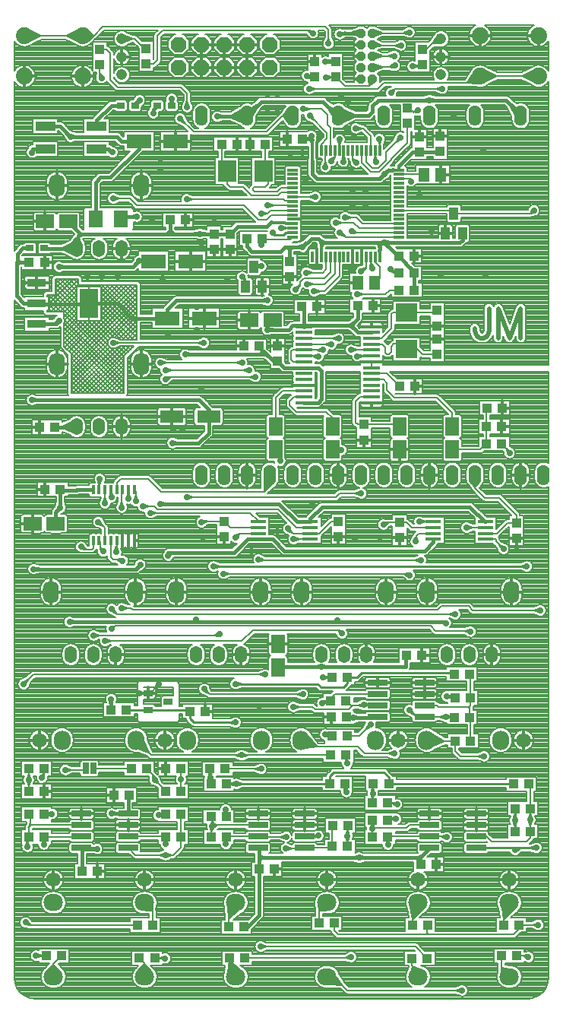
<source format=gtl>
G04 DipTrace 4.0.0.0*
G04 ringsoon.GTL*
%MOIN*%
G04 #@! TF.FileFunction,Copper,L1,Top*
G04 #@! TF.Part,Single*
%AMOUTLINE0*
4,1,4,
-0.05118,-0.02756,
0.051182,-0.027558,
0.05118,0.02756,
-0.051182,0.027558,
-0.05118,-0.02756,
0*%
%AMOUTLINE1*
4,1,4,
0.03937,0.029528,
-0.03937,0.029528,
-0.03937,-0.029528,
0.03937,-0.029528,
0.03937,0.029528,
0*%
%AMOUTLINE2*
4,1,4,
-0.029528,0.03937,
-0.029528,-0.03937,
0.029528,-0.03937,
0.029528,0.03937,
-0.029528,0.03937,
0*%
%AMOUTLINE3*
4,1,4,
0.029528,-0.03937,
0.029528,0.03937,
-0.029528,0.03937,
-0.029528,-0.03937,
0.029528,-0.03937,
0*%
%AMOUTLINE4*
4,1,4,
0.019685,0.027559,
-0.019685,0.027559,
-0.019685,-0.027559,
0.019685,-0.027559,
0.019685,0.027559,
0*%
%AMOUTLINE5*
4,1,4,
0.023622,-0.005906,
0.023622,0.005906,
-0.023622,0.005906,
-0.023622,-0.005906,
0.023622,-0.005906,
0*%
%AMOUTLINE6*
4,1,4,
0.005906,0.023622,
-0.005906,0.023622,
-0.005906,-0.023622,
0.005906,-0.023622,
0.005906,0.023622,
0*%
%AMOUTLINE7*
4,1,4,
-0.023622,0.005906,
-0.023622,-0.005906,
0.023622,-0.005906,
0.023622,0.005906,
-0.023622,0.005906,
0*%
%AMOUTLINE8*
4,1,4,
-0.005906,-0.023622,
0.005906,-0.023622,
0.005906,0.023622,
-0.005906,0.023622,
-0.005906,-0.023622,
0*%
%AMOUTLINE9*
4,1,4,
0.019685,-0.01378,
0.019685,0.01378,
-0.019685,0.01378,
-0.019685,-0.01378,
0.019685,-0.01378,
0*%
%AMOUTLINE10*
4,1,4,
0.006889,0.019685,
-0.00689,0.019685,
-0.006889,-0.019685,
0.00689,-0.019685,
0.006889,0.019685,
0*%
%AMOUTLINE11*
4,1,4,
-0.006889,-0.019685,
0.00689,-0.019685,
0.006889,0.019685,
-0.00689,0.019685,
-0.006889,-0.019685,
0*%
%AMOUTLINE12*
4,1,4,
-0.043307,0.011811,
-0.043307,-0.011811,
0.043307,-0.011811,
0.043307,0.011811,
-0.043307,0.011811,
0*%
%AMOUTLINE13*
4,1,4,
0.0375,0.0075,
-0.0375,0.0075,
-0.0375,-0.0075,
0.0375,-0.0075,
0.0375,0.0075,
0*%
%AMOUTLINE14*
4,1,8,
-0.008419,-0.020325,
-0.020325,-0.008419,
-0.020325,0.008419,
-0.008419,0.020325,
0.008419,0.020325,
0.020325,0.008419,
0.020325,-0.008419,
0.008419,-0.020325,
-0.008419,-0.020325,
0*%
%AMOUTLINE15*
4,1,8,
-0.034184,0.014159,
-0.014159,0.034184,
0.014159,0.034184,
0.034184,0.014159,
0.034184,-0.014159,
0.014159,-0.034184,
-0.014159,-0.034184,
-0.034184,-0.014159,
-0.034184,0.014159,
0*%
%AMOUTLINE16*
4,1,4,
0.016732,0.01378,
-0.016732,0.01378,
-0.016732,-0.01378,
0.016732,-0.01378,
0.016732,0.01378,
0*%
%AMOUTLINE17*
4,1,4,
-0.031496,-0.035492,
0.031496,-0.035492,
0.031496,0.035492,
-0.031496,0.035492,
-0.031496,-0.035492,
0*%
%AMOUTLINE18*
4,1,4,
-0.0125,-0.025,
0.0125,-0.025,
0.0125,0.025,
-0.0125,0.025,
-0.0125,-0.025,
0*%
G04 #@! TA.AperFunction,Conductor*
%ADD14C,0.015*%
%ADD15C,0.011811*%
%ADD16C,0.01378*%
%ADD17C,0.01*%
G04 #@! TA.AperFunction,CopperBalancing*
%ADD18C,0.007*%
G04 #@! TA.AperFunction,Conductor*
%ADD19C,0.02*%
G04 #@! TA.AperFunction,CopperBalancing*
%ADD21C,0.013*%
%ADD22C,0.008*%
%ADD23C,0.00799*%
%ADD35R,0.110236X0.064961*%
%ADD36R,0.043307X0.03937*%
%ADD37R,0.03937X0.043307*%
%ADD38R,0.051181X0.059055*%
%ADD39R,0.086614X0.03937*%
%ADD40R,0.084646X0.037402*%
%ADD41R,0.084646X0.127953*%
G04 #@! TA.AperFunction,ComponentPad*
%ADD44O,0.075X0.085*%
%ADD45C,0.065*%
%ADD46O,0.085X0.075*%
%ADD48C,0.047559*%
%ADD49R,0.07874X0.094488*%
%ADD50R,0.094488X0.07874*%
G04 #@! TA.AperFunction,ComponentPad*
%ADD51O,0.054X0.074*%
%ADD52O,0.07X0.1*%
%ADD53O,0.055X0.09*%
%ADD54C,0.074*%
%ADD55R,0.070866X0.015748*%
G04 #@! TA.AperFunction,ViaPad*
%ADD56C,0.027559*%
%ADD102C,0.020071*%
%ADD103OUTLINE0*%
%ADD104OUTLINE1*%
%ADD105OUTLINE2*%
%ADD106OUTLINE3*%
%ADD107OUTLINE4*%
%ADD108OUTLINE5*%
%ADD109OUTLINE6*%
%ADD110OUTLINE7*%
%ADD111OUTLINE8*%
%ADD112OUTLINE9*%
%ADD113OUTLINE10*%
%ADD114OUTLINE11*%
%ADD115OUTLINE12*%
%ADD116OUTLINE13*%
G04 #@! TA.AperFunction,ComponentPad*
%ADD117OUTLINE14*%
%ADD118OUTLINE15*%
%ADD119OUTLINE16*%
%ADD120OUTLINE17*%
%ADD121OUTLINE18*%
%FSLAX26Y26*%
G04*
G70*
G90*
G75*
G01*
G04 Top*
%LPD*%
X1081684Y3394184D2*
D14*
X925277D1*
X861104Y3458357D1*
X736408D1*
X508062D2*
Y3456684D1*
X736408D1*
Y3458357D1*
G36*
X2018929Y3672034D2*
X2020520Y3694421D1*
Y3695012D1*
X2005556D1*
Y3694421D1*
X2007147Y3672034D1*
X2018929D1*
G37*
G36*
X1763024Y3702516D2*
X1764614Y3724903D1*
Y3725493D1*
X1749651D1*
Y3724903D1*
X1751241Y3702516D1*
X1763024D1*
G37*
X2013038Y3663829D2*
D15*
Y3694951D1*
D14*
Y3725433D1*
X1762933D1*
X1757132D1*
D15*
Y3663829D1*
G36*
X2055608Y4036684D2*
X2048513Y4026093D1*
X2047014Y4024720D1*
X2034920Y4039749D1*
X2036419Y4041122D1*
X2055608Y4051684D1*
Y4036684D1*
G37*
G36*
X2010009Y4013255D2*
X2021021Y4027300D1*
X2022458Y4028737D1*
X2036098Y4015097D1*
X2034661Y4013660D1*
X2020615Y4002648D1*
X2010009Y4013255D1*
G37*
G36*
X2088912Y4050075D2*
X2066525Y4051665D1*
X2065934D1*
Y4036702D1*
X2066525D1*
X2088912Y4038293D1*
Y4050075D1*
G37*
G36*
X1711871Y4104601D2*
X1710281Y4082214D1*
Y4081623D1*
X1725244D1*
Y4082214D1*
X1723653Y4104601D1*
X1711871D1*
G37*
X2097117Y4044184D2*
D15*
X2065995D1*
D14*
X2051545D1*
X2034799Y4027438D1*
X2014165Y4006804D1*
X1737814D1*
X1717762Y4026856D1*
Y4081684D1*
D15*
Y4130262D1*
G36*
X1891033Y4651684D2*
X1917167Y4658411D1*
X1919199D1*
X1931684Y4644184D1*
X1919199Y4629957D1*
X1917167D1*
X1891033Y4636684D1*
Y4651684D1*
G37*
G36*
X1711857Y4166856D2*
X1705147Y4182814D1*
X1704770Y4184811D1*
X1723766Y4188168D1*
X1724144Y4186171D1*
X1723668Y4166856D1*
X1711857D1*
G37*
G36*
X1864587Y4636684D2*
X1849361Y4631568D1*
X1847366Y4631178D1*
X1843867Y4650150D1*
X1845862Y4650539D1*
X1864587Y4651684D1*
Y4636684D1*
G37*
G36*
X1723653Y4153937D2*
X1725244Y4176324D1*
Y4176915D1*
X1710281D1*
Y4176324D1*
X1711871Y4153937D1*
X1723653D1*
G37*
X1717762Y4130262D2*
D15*
Y4176854D1*
D14*
X1712933Y4181684D1*
Y4194182D1*
X1837934Y4639269D2*
X1842849Y4644184D1*
X1931682D1*
G36*
X2013038Y3732933D2*
X2024959Y3735079D1*
X2026991D1*
Y3715787D1*
X2024959D1*
X2013038Y3717933D1*
Y3732933D1*
G37*
G36*
X2034799Y3717933D2*
X2032568Y3717757D1*
X2030392Y3717235D1*
X2028324Y3716379D1*
X2026417Y3715210D1*
X2024715Y3713756D1*
X2023261Y3712054D1*
X2022092Y3710147D1*
X2021236Y3708079D1*
X2020714Y3705903D1*
X2020538Y3703672D1*
X2005538Y3702933D1*
X2005353Y3705279D1*
X2004804Y3707568D1*
X2003903Y3709743D1*
X2002673Y3711749D1*
X2001144Y3713539D1*
X1999354Y3715068D1*
X1997348Y3716298D1*
X1995173Y3717199D1*
X1992884Y3717748D1*
X1990538Y3717933D1*
X2013038Y3725433D1*
X2034799Y3717933D1*
G37*
X2013038Y3725433D2*
D14*
X2034799D1*
G36*
X1700224Y3720867D2*
X1689213Y3706821D1*
X1687776Y3705384D1*
X1674135Y3719025D1*
X1675572Y3720462D1*
X1689618Y3731474D1*
X1700224Y3720867D1*
G37*
G36*
X1647875Y3714184D2*
X1665594Y3716329D1*
X1667626D1*
Y3697038D1*
X1665594D1*
X1647875Y3699184D1*
Y3714184D1*
G37*
G36*
X1779632Y3717933D2*
X1777286Y3717748D1*
X1774997Y3717199D1*
X1772823Y3716298D1*
X1770816Y3715068D1*
X1769026Y3713539D1*
X1767497Y3711749D1*
X1766268Y3709743D1*
X1765366Y3707568D1*
X1764818Y3705279D1*
X1764632Y3702933D1*
X1749632Y3713127D1*
X1749521Y3715968D1*
X1749186Y3718791D1*
X1748632Y3721581D1*
X1747860Y3724318D1*
X1746875Y3726986D1*
X1745685Y3729567D1*
X1744297Y3732048D1*
X1742716Y3734412D1*
X1740957Y3736646D1*
X1739026Y3738734D1*
X1755433Y3743539D1*
X1757521Y3741609D1*
X1759755Y3739849D1*
X1762118Y3738269D1*
X1764600Y3736881D1*
X1767181Y3735690D1*
X1769849Y3734706D1*
X1772585Y3733933D1*
X1775375Y3733379D1*
X1778198Y3733045D1*
X1781039Y3732933D1*
X1779632Y3717933D1*
G37*
X1762933Y3725433D2*
D14*
X1744182Y3744184D1*
X1712934D1*
X1675434Y3706684D1*
X1620126D1*
X1596075D1*
X1576029Y3686638D1*
X1451800D1*
X1430556Y3707882D1*
Y3743073D1*
X1977132Y3331089D2*
X1916684D1*
X1886319Y3361454D1*
X1686458D1*
X1681684Y3356680D1*
G36*
X1546967Y3336484D2*
X1529248Y3334339D1*
X1527216D1*
Y3353630D1*
X1529248D1*
X1546967Y3351484D1*
Y3336484D1*
G37*
G36*
X1526908Y3369184D2*
X1529054Y3353824D1*
Y3351793D1*
X1509762D1*
Y3353824D1*
X1511908Y3369184D1*
X1526908D1*
G37*
X1681684Y3356680D2*
D14*
Y3361157D1*
X1630264D1*
X1613090Y3343984D1*
X1519408D1*
Y3369184D1*
X1558449D1*
X1542387Y3385245D1*
X1681684Y3356680D2*
Y3434984D1*
X1671749Y3444919D1*
G36*
X1893819Y3343348D2*
X1891731Y3345278D1*
X1889497Y3347038D1*
X1887134Y3348618D1*
X1884652Y3350006D1*
X1882071Y3351197D1*
X1879403Y3352181D1*
X1876667Y3352954D1*
X1873877Y3353508D1*
X1871054Y3353842D1*
X1868213Y3353954D1*
Y3368954D1*
X1871054Y3369066D1*
X1873877Y3369400D1*
X1876667Y3369954D1*
X1879403Y3370727D1*
X1882071Y3371711D1*
X1884652Y3372902D1*
X1887134Y3374290D1*
X1889497Y3375870D1*
X1891731Y3377630D1*
X1893819Y3379560D1*
X1907531Y3372060D1*
X1906004Y3370270D1*
X1904773Y3368264D1*
X1903873Y3366089D1*
X1903323Y3363800D1*
X1903139Y3361454D1*
X1903323Y3359108D1*
X1903873Y3356819D1*
X1904773Y3354644D1*
X1906004Y3352638D1*
X1907531Y3350848D1*
X1893819Y3343348D1*
G37*
X1916277Y3448596D2*
D14*
Y3391412D1*
X1886319Y3361454D1*
X2165098Y3516342D2*
Y3588648D1*
X2162797Y3590950D1*
Y3598919D1*
X2128092Y3633623D1*
Y3635911D1*
X2097604Y3666399D1*
G36*
X2048983Y3700643D2*
X2034937Y3711655D1*
X2033500Y3713092D1*
X2047140Y3726732D1*
X2048577Y3725295D1*
X2059589Y3711249D1*
X2048983Y3700643D1*
G37*
X2097604Y3666399D2*
D14*
X2093833D1*
X2034799Y3725433D1*
G36*
X2103001Y4043682D2*
X2104589Y4062243D1*
Y4062833D1*
X2089644D1*
Y4062243D1*
X2091232Y4043682D1*
X2103001D1*
G37*
X2097117Y4044184D2*
D15*
Y4062881D1*
D14*
X2156550Y4122314D1*
X2187386D1*
X2276512D1*
X2278575Y4124377D1*
G36*
X1640661Y3699184D2*
X1638315Y3698999D1*
X1636026Y3698450D1*
X1633852Y3697548D1*
X1631845Y3696319D1*
X1630055Y3694790D1*
X1628526Y3693000D1*
X1627297Y3690993D1*
X1626395Y3688819D1*
X1625846Y3686530D1*
X1625661Y3684184D1*
X1610661D1*
X1610476Y3686530D1*
X1609928Y3688819D1*
X1609026Y3690993D1*
X1607797Y3693000D1*
X1606268Y3694790D1*
X1604478Y3696319D1*
X1602471Y3697548D1*
X1600297Y3698450D1*
X1598008Y3698999D1*
X1595661Y3699184D1*
X1618161Y3706684D1*
X1640661Y3699184D1*
G37*
X1618161Y3643402D2*
D14*
Y3704719D1*
X1620126Y3706684D1*
G36*
X1493440Y3479413D2*
X1511159Y3481559D1*
X1513190D1*
Y3462268D1*
X1511159D1*
X1493440Y3464413D1*
Y3479413D1*
G37*
X1520999Y3471913D2*
D14*
X1121770D1*
X1081684Y3431827D1*
Y3394184D1*
X478769Y3701139D2*
X448527D1*
X423006Y3675618D1*
Y3637933D1*
X419184D1*
Y3490979D1*
X451806Y3458357D1*
X508062D1*
G36*
X2062358Y3717933D2*
X2044639Y3715787D1*
X2042608D1*
Y3735079D1*
X2044639D1*
X2062358Y3732933D1*
Y3717933D1*
G37*
X2034799Y3725433D2*
D14*
X2365135D1*
X2376377Y3736674D1*
Y3766701D1*
G36*
X1710262Y4158976D2*
X1710075Y4161261D1*
X1709516Y4163483D1*
X1708602Y4165585D1*
X1707357Y4167509D1*
X1705814Y4169203D1*
X1704014Y4170623D1*
X1702008Y4171730D1*
X1699848Y4172493D1*
X1697592Y4172895D1*
X1695299Y4172921D1*
X1700446Y4188321D1*
X1701243Y4188438D1*
X1702012Y4188672D1*
X1702737Y4189018D1*
X1703403Y4189470D1*
X1703993Y4190016D1*
X1704496Y4190643D1*
X1704899Y4191339D1*
X1705193Y4192087D1*
X1705373Y4192870D1*
X1705433Y4193672D1*
X1712933Y4181684D1*
X1710262Y4158976D1*
G37*
X1674646Y4178983D2*
D14*
X1712933Y4181684D1*
G36*
X1802913Y4513167D2*
X1785781Y4510081D1*
X1783752Y4509966D1*
X1782711Y4529230D1*
X1784740Y4529345D1*
X1802913Y4528167D1*
Y4513167D1*
G37*
X1820126Y4520667D2*
D14*
X1776919D1*
X1775434Y4519182D1*
G36*
X441684Y3630433D2*
X439337Y3630248D1*
X437048Y3629699D1*
X434874Y3628798D1*
X432867Y3627568D1*
X431077Y3626039D1*
X429548Y3624249D1*
X428319Y3622243D1*
X427417Y3620068D1*
X426869Y3617779D1*
X426684Y3615433D1*
X419184Y3637933D1*
X430506Y3660433D1*
X430692Y3658087D1*
X431240Y3655798D1*
X432142Y3653623D1*
X433371Y3651617D1*
X434900Y3649827D1*
X436690Y3648298D1*
X438697Y3647068D1*
X440871Y3646167D1*
X443160Y3645618D1*
X445506Y3645433D1*
X441684Y3630433D1*
G37*
X475434Y3637933D2*
D14*
X423006D1*
G36*
X2592821Y4335883D2*
X2614953Y4320911D1*
X2617957Y4317559D1*
X2607186Y4280262D1*
X2604184Y4283614D1*
X2582215Y4325277D1*
X2592821Y4335883D1*
G37*
G36*
X2259243Y4342503D2*
X2241524Y4340357D1*
X2237824D1*
Y4359648D1*
X2241524D1*
X2259243Y4357503D1*
Y4342503D1*
G37*
X2231684Y4350003D2*
D14*
X2568096D1*
X2631684Y4286415D1*
Y4281585D1*
G36*
X1557047Y3820122D2*
X1534660Y3821713D1*
X1534069D1*
Y3806749D1*
X1534660D1*
X1557047Y3808340D1*
Y3820122D1*
G37*
X1631684Y3807963D2*
D15*
X1601988D1*
X1595720Y3814231D1*
X1534130D1*
D14*
X1516902Y3797003D1*
X1389266D1*
X1355818Y3763554D1*
X1286656D1*
X1286182Y3764027D1*
G36*
X1251863Y3756527D2*
X1234144Y3754382D1*
X1230445D1*
Y3773673D1*
X1234144D1*
X1251863Y3771527D1*
Y3756527D1*
G37*
G36*
X1196745Y3771527D2*
X1214465Y3773673D1*
X1218164D1*
Y3754382D1*
X1214465D1*
X1196745Y3756527D1*
Y3771527D1*
G37*
X1286182Y3764027D2*
D14*
X1224304D1*
X1095386D1*
X703098D1*
X694539Y3755468D1*
Y3770819D1*
X647195Y3818163D1*
X1681684Y3024003D2*
X1742361D1*
X1758773Y3040415D1*
Y3161820D1*
X1743047Y3177546D1*
X1681684D1*
G36*
X756970Y2648508D2*
X742605Y2649118D1*
X741916D1*
Y2634131D1*
X742605D1*
X756970Y2634741D1*
Y2648508D1*
G37*
X756678Y2641625D2*
D16*
X742287D1*
D14*
X685325D1*
X683258Y2639558D1*
X616298D1*
X612244Y2643611D1*
G36*
X587454Y2548680D2*
X598466Y2562726D1*
X601081Y2565342D1*
X614723Y2551701D1*
X612106Y2549085D1*
X598060Y2538073D1*
X587454Y2548680D1*
G37*
G36*
X619744Y2590423D2*
X621890Y2572703D1*
Y2569004D1*
X602598D1*
Y2572703D1*
X604744Y2590423D1*
X619744D1*
G37*
X592269Y2492752D2*
D14*
Y2542888D1*
X612244Y2562863D1*
Y2643611D1*
G36*
X1359184Y4285916D2*
X1407283Y4311769D1*
X1410031Y4311873D1*
X1411487Y4249031D1*
X1408739Y4248928D1*
X1359184Y4270916D1*
Y4285916D1*
G37*
G36*
X1328030Y4270916D2*
X1310311Y4268770D1*
X1306611D1*
Y4288062D1*
X1310311D1*
X1328030Y4285916D1*
Y4270916D1*
G37*
X1300471Y4278416D2*
D14*
X1428514D1*
X1431684Y4281585D1*
G36*
X1095386Y3764027D2*
X1072886Y3771527D1*
X1075232Y3771713D1*
X1077521Y3772261D1*
X1079695Y3773163D1*
X1081702Y3774392D1*
X1083492Y3775921D1*
X1085021Y3777711D1*
X1086251Y3779718D1*
X1087152Y3781892D1*
X1087701Y3784181D1*
X1087886Y3786527D1*
X1102886D1*
X1103071Y3784181D1*
X1103619Y3781892D1*
X1104521Y3779718D1*
X1105751Y3777711D1*
X1107279Y3775921D1*
X1109069Y3774392D1*
X1111076Y3773163D1*
X1113251Y3772261D1*
X1115539Y3771713D1*
X1117886Y3771527D1*
X1095386Y3764027D1*
G37*
D14*
Y3824037D1*
X1094278Y3825144D1*
X1681684Y3177546D2*
X1592489D1*
X1564703Y3205332D1*
X1546240D1*
X1516945Y3234627D1*
X1484903Y3266669D1*
Y3271858D1*
X1484106Y977745D2*
Y1028703D1*
Y1066761D1*
X1479321Y1071546D1*
G36*
X1896068Y1036203D2*
X1913787Y1038349D1*
X1917487D1*
Y1019058D1*
X1913787D1*
X1896068Y1021203D1*
Y1036203D1*
G37*
G36*
X1951186Y1021203D2*
X1933467Y1019058D1*
X1929768D1*
Y1038349D1*
X1933467D1*
X1951186Y1036203D1*
Y1021203D1*
G37*
G36*
X1506606D2*
X1504260Y1021018D1*
X1501971Y1020470D1*
X1499797Y1019568D1*
X1497790Y1018339D1*
X1496000Y1016810D1*
X1494471Y1015020D1*
X1493241Y1013013D1*
X1492340Y1010839D1*
X1491791Y1008550D1*
X1491606Y1006203D1*
X1484106Y1028703D1*
X1491606Y1051203D1*
X1491791Y1048857D1*
X1492340Y1046568D1*
X1493241Y1044394D1*
X1494471Y1042387D1*
X1496000Y1040597D1*
X1497790Y1039068D1*
X1499797Y1037839D1*
X1501971Y1036937D1*
X1504260Y1036388D1*
X1506606Y1036203D1*
Y1021203D1*
G37*
X1484106Y1028703D2*
D14*
X1923627D1*
X2190413D1*
X2231832Y1070122D1*
Y1071546D1*
G36*
X1785415Y1858854D2*
X1767695Y1856709D1*
X1763996D1*
Y1876000D1*
X1767695D1*
X1785415Y1873854D1*
Y1858854D1*
G37*
G36*
X1730297Y1873854D2*
X1748016Y1876000D1*
X1751715D1*
Y1856709D1*
X1748016D1*
X1730297Y1858854D1*
Y1873854D1*
G37*
X2131640Y1915934D2*
D14*
X2127693Y1911987D1*
Y1866354D1*
X1757856D1*
X1570157D1*
X1567325Y1863522D1*
X1417265Y724783D2*
X1433785D1*
X1484106Y775105D1*
Y977745D1*
G36*
X2185119Y1006278D2*
X2184699Y1008677D1*
X2183933Y1010989D1*
X2182835Y1013165D1*
X2181429Y1015155D1*
X2179748Y1016919D1*
X2177827Y1018416D1*
X2175706Y1019615D1*
X2173433Y1020491D1*
X2171056Y1021025D1*
X2168626Y1021203D1*
X2172307Y1036203D1*
X2175148Y1036315D1*
X2177971Y1036650D1*
X2180761Y1037203D1*
X2183497Y1037976D1*
X2186165Y1038961D1*
X2188747Y1040151D1*
X2191228Y1041539D1*
X2193592Y1043119D1*
X2195825Y1044879D1*
X2197913Y1046810D1*
X2208836Y1036520D1*
X2206946Y1034454D1*
X2205245Y1032228D1*
X2203748Y1029862D1*
X2202466Y1027373D1*
X2201408Y1024779D1*
X2200584Y1022102D1*
X2200000Y1019363D1*
X2199660Y1016584D1*
X2199568Y1013785D1*
X2199723Y1010988D1*
X2185119Y1006278D1*
G37*
X2193332Y999533D2*
D14*
X2190413Y1028703D1*
G36*
X1923728Y1634621D2*
X1906009Y1632475D1*
X1902310D1*
Y1651766D1*
X1906009D1*
X1923728Y1649621D1*
Y1634621D1*
G37*
G36*
D2*
X1906009Y1632475D1*
X1902310D1*
Y1651766D1*
X1906009D1*
X1923728Y1649621D1*
Y1634621D1*
G37*
X1896169Y1642121D2*
D14*
X2008747D1*
X2004321Y1646546D1*
G36*
X1870894Y1649621D2*
X1886329Y1651766D1*
X1890029D1*
Y1632475D1*
X1886329D1*
X1870894Y1634621D1*
Y1649621D1*
G37*
X1896169Y1642121D2*
D14*
X1870894D1*
X1867529Y1645486D1*
G36*
X1482524Y4321916D2*
X1459184Y4281814D1*
X1456005Y4278629D1*
X1446752Y4316474D1*
X1449930Y4319659D1*
X1471917Y4332522D1*
X1482524Y4321916D1*
G37*
G36*
X1790279Y4327445D2*
X1811248Y4317487D1*
X1814660Y4314554D1*
X1807596Y4277617D1*
X1804184Y4280550D1*
X1779673Y4316839D1*
X1790279Y4327445D1*
G37*
X1431684Y4281585D2*
D14*
Y4281682D1*
X1494185Y4344184D1*
X1762934D1*
X1825533Y4281585D1*
X1831684D1*
G36*
X1904184Y4274085D2*
X1855353Y4250085D1*
X1852604D1*
Y4313085D1*
X1855353D1*
X1904184Y4289085D1*
Y4274085D1*
G37*
G36*
X2204125Y4357503D2*
X2221844Y4359648D1*
X2225543D1*
Y4340357D1*
X2221844D1*
X2204125Y4342503D1*
Y4357503D1*
G37*
X1831684Y4281585D2*
D14*
X1962836D1*
X1981684Y4300433D1*
Y4325434D1*
X2006252Y4350003D1*
X2231684D1*
G36*
X2298936Y2069961D2*
X2290993Y2051590D1*
X2293724Y2049096D1*
X2293337Y2059980D1*
X2290605Y2062476D1*
X2276825Y2054976D1*
X2298936Y2069961D1*
G37*
G36*
X680841Y2054976D2*
X663122Y2052831D1*
X659423D1*
Y2072122D1*
X663122D1*
X680841Y2069976D1*
Y2054976D1*
G37*
X2303449Y2057484D2*
D14*
X2298457Y2062476D1*
X1826451D1*
X1208493D1*
X653282D1*
G36*
X619258Y2923623D2*
X660950Y2943803D1*
X663648Y2943915D1*
X664492Y2892325D1*
X661794Y2892214D1*
X619258Y2908623D1*
Y2923623D1*
G37*
X586982Y2916123D2*
D14*
X680789D1*
X683258Y2918593D1*
G36*
X619258Y3707394D2*
X661437Y3725794D1*
X664136D1*
Y3673993D1*
X661437D1*
X619258Y3692394D1*
Y3707394D1*
G37*
X683258Y3699894D2*
D14*
X543006D1*
X541761Y3701139D1*
G36*
X696169Y3746492D2*
X707786Y3721180D1*
X707552Y3718489D1*
X661668Y3723724D1*
X661902Y3726413D1*
X677319Y3748768D1*
X696169Y3746492D1*
G37*
G36*
X681488Y3753024D2*
X682499Y3754117D1*
X683420Y3755286D1*
X684247Y3756522D1*
X684974Y3757821D1*
X685597Y3759173D1*
X686111Y3760568D1*
X686516Y3762001D1*
X686806Y3763461D1*
X686980Y3764938D1*
X687039Y3766425D1*
X694539Y3755468D1*
X681488Y3753024D1*
G37*
X683258Y3699894D2*
D14*
Y3744188D1*
X694539Y3755468D1*
G36*
X1208493Y2062476D2*
X1198983Y2069976D1*
X1199297Y2070001D1*
X1199604Y2070075D1*
X1199895Y2070195D1*
X1200164Y2070361D1*
X1200404Y2070566D1*
X1200609Y2070806D1*
X1200774Y2071075D1*
X1200895Y2071366D1*
X1200968Y2071673D1*
X1200993Y2071987D1*
X1215993D1*
X1216018Y2071673D1*
X1216092Y2071366D1*
X1216213Y2071075D1*
X1216378Y2070806D1*
X1216583Y2070566D1*
X1216823Y2070361D1*
X1217092Y2070195D1*
X1217383Y2070075D1*
X1217689Y2070001D1*
X1218004Y2069976D1*
X1208493Y2062476D1*
G37*
X1206244Y2071987D2*
D14*
X1208493D1*
Y2062476D1*
G36*
X1826451D2*
X1818085Y2069976D1*
X1818220Y2069987D1*
X1818353Y2070018D1*
X1818479Y2070071D1*
X1818594Y2070142D1*
X1818698Y2070230D1*
X1818786Y2070333D1*
X1818857Y2070449D1*
X1818909Y2070575D1*
X1818941Y2070707D1*
X1818951Y2070842D1*
X1833951D1*
X1833962Y2070707D1*
X1833993Y2070575D1*
X1834046Y2070449D1*
X1834117Y2070333D1*
X1834205Y2070230D1*
X1834308Y2070142D1*
X1834424Y2070071D1*
X1834550Y2070018D1*
X1834682Y2069987D1*
X1834818Y2069976D1*
X1826451Y2062476D1*
G37*
Y2070842D2*
D14*
Y2062476D1*
G36*
X1187941Y3227127D2*
X1170222Y3224982D1*
X1166522D1*
Y3244273D1*
X1170222D1*
X1187941Y3242127D1*
Y3227127D1*
G37*
G36*
X1524445Y3216521D2*
X1522357Y3218451D1*
X1520123Y3220211D1*
X1517760Y3221791D1*
X1515278Y3223180D1*
X1512697Y3224370D1*
X1510029Y3225354D1*
X1507293Y3226127D1*
X1504503Y3226681D1*
X1501680Y3227016D1*
X1498839Y3227127D1*
X1483839Y3242127D1*
X1485289Y3242299D1*
X1486659Y3242804D1*
X1487874Y3243615D1*
X1488865Y3244689D1*
X1489579Y3245963D1*
X1489975Y3247369D1*
X1490033Y3248828D1*
X1489748Y3250260D1*
X1489136Y3251587D1*
X1488232Y3252734D1*
X1516945Y3234627D1*
X1524445Y3216521D1*
G37*
X1160382Y3234627D2*
D14*
X1516945D1*
G36*
X1357117Y1357199D2*
X1374836Y1361845D1*
D1*
Y1342554D1*
D1*
X1357117Y1347199D1*
Y1357199D1*
G37*
G36*
X1412235Y1347199D2*
X1394516Y1342554D1*
D1*
Y1361845D1*
D1*
X1412235Y1357199D1*
Y1347199D1*
G37*
X1340845Y1352199D2*
D17*
X1384676D1*
X1792583D1*
X1793819Y1353436D1*
X2052486Y1353745D2*
X2599764D1*
X2601411Y1352098D1*
X1871332Y1817665D2*
X1913140D1*
X1935048Y1839573D1*
X2333648D1*
X2339510Y1833711D1*
X1793819Y1353436D2*
Y1384474D1*
X1812283Y1402938D1*
X2032013D1*
X2052486Y1382466D1*
Y1353745D1*
G36*
X1408521Y1785539D2*
X1390802Y1780894D1*
D1*
Y1800185D1*
D1*
X1408521Y1795539D1*
Y1785539D1*
G37*
X1380962Y1790539D2*
D17*
X1741260D1*
X1756596Y1775203D1*
X1855382D1*
X1871332Y1791153D1*
Y1817665D1*
X902184Y1677165D2*
X996274D1*
X998041Y1675399D1*
X1175127D1*
X1180765Y1669761D1*
G36*
X1353403Y1626153D2*
X1371122Y1630799D1*
D1*
Y1611508D1*
D1*
X1353403Y1616153D1*
Y1626153D1*
G37*
X1180765Y1669761D2*
D17*
Y1638127D1*
X1197739Y1621153D1*
X1380962D1*
X1681684Y3049593D2*
D18*
X1638076D1*
X1618310Y3029827D1*
Y3012886D1*
X1647955Y2983240D1*
X1778537D1*
X1806684Y2955093D1*
Y2920365D1*
G36*
X1706231Y4307504D2*
X1688512Y4301358D1*
D1*
Y4320650D1*
D1*
X1706231Y4314504D1*
Y4307504D1*
G37*
G36*
X1712685Y4448251D2*
X1700046Y4444214D1*
D1*
X1706769Y4462295D1*
D1*
X1707735Y4453201D1*
X1712685Y4448251D1*
G37*
X1796503Y4130262D2*
D18*
Y4229365D1*
X1784808Y4241059D1*
Y4284808D1*
X1758613Y4311004D1*
X1678672D1*
X1694184Y4456684D2*
X1705176Y4445692D1*
X1711465Y4451980D1*
X1728790D1*
G36*
X2298684Y1536163D2*
X2245506Y1512971D1*
X2241762Y1513189D1*
X2244098Y1572976D1*
X2247841Y1572760D1*
X2298684Y1543163D1*
Y1536163D1*
G37*
X2345325Y1539663D2*
D18*
X2223198D1*
X2218684Y1544178D1*
G36*
X2443764Y1476777D2*
X2461483Y1482923D1*
X2465232D1*
Y1463631D1*
X2461483D1*
X2443764Y1469777D1*
Y1476777D1*
G37*
G36*
X2539193Y2403974D2*
X2556067Y2395790D1*
X2558719Y2393139D1*
X2545077Y2379497D1*
X2542426Y2382150D1*
X2534243Y2399024D1*
X2539193Y2403974D1*
G37*
X2345325Y1539663D2*
D18*
Y1494421D1*
X2366468Y1473277D1*
X2471323D1*
X2556205Y2382012D2*
X2522917Y2415299D1*
Y2425285D1*
X2522180Y2424547D1*
X2477108D1*
G36*
X2384589Y2026297D2*
X2403110Y2030394D1*
X2406783Y2029949D1*
X2404598Y2010781D1*
X2400925Y2011227D1*
X2384589Y2019297D1*
Y2026297D1*
G37*
G36*
X853562Y2042024D2*
X851350Y2031122D1*
X848735Y2028505D1*
X835093Y2042146D1*
X837709Y2044761D1*
X848611Y2046974D1*
X853562Y2042024D1*
G37*
G36*
X789248Y2387962D2*
X800220Y2385680D1*
X802837Y2383064D1*
X789197Y2369423D1*
X786581Y2372038D1*
X784298Y2383012D1*
X789248Y2387962D1*
G37*
X2411795Y2019695D2*
D18*
X2408695Y2022797D1*
X2257814D1*
X2236111Y2044499D1*
X851087D1*
X837572Y2030983D1*
X800360Y2371902D2*
X786773Y2385487D1*
Y2414686D1*
X782274Y2419185D1*
G36*
X1606831Y3784778D2*
X1589111Y3778632D1*
D1*
Y3797924D1*
D1*
X1606831Y3791778D1*
Y3784778D1*
G37*
G36*
X1355025Y2270417D2*
X1337306Y2264272D1*
D1*
Y2283563D1*
D1*
X1355025Y2277417D1*
Y2270417D1*
G37*
G36*
X2118453Y2277417D2*
X2137171Y2279024D1*
D1*
X2132323Y2260350D1*
D1*
X2118453Y2270417D1*
Y2277417D1*
G37*
G36*
X2161283Y1654073D2*
X2144409Y1662257D1*
D1*
X2158050Y1675898D1*
D1*
X2166234Y1659022D1*
X2161283Y1654073D1*
G37*
X1631684Y3788278D2*
D18*
X1579272D1*
X1327466Y2273917D2*
X2137568D1*
X2144272Y2267214D1*
Y1676035D2*
X2177226Y1643080D1*
X2180692Y1646546D1*
X2209046D1*
G36*
X2275386Y1650046D2*
X2293105Y1656192D1*
D1*
Y1636900D1*
D1*
X2275386Y1643046D1*
Y1650046D1*
G37*
G36*
X2330504Y1643046D2*
X2312785Y1636900D1*
D1*
Y1656192D1*
D1*
X2330504Y1650046D1*
Y1643046D1*
G37*
X2209046Y1646546D2*
D18*
X2302945D1*
X2337306D1*
X2339642Y1644210D1*
G36*
X2333353Y1725923D2*
X2314642Y1724391D1*
D1*
X2319572Y1743042D1*
D1*
X2333353Y1732923D1*
Y1725923D1*
G37*
X2307593Y1736231D2*
D18*
X2314402Y1729423D1*
X2343165D1*
G36*
X2690429Y2116433D2*
X2708148Y2122579D1*
X2712648D1*
Y2103287D1*
X2708148D1*
X2690429Y2109433D1*
Y2116433D1*
G37*
G36*
X908415Y2118622D2*
X890695Y2112476D1*
X886195D1*
Y2131768D1*
X890695D1*
X908415Y2125622D1*
Y2118622D1*
G37*
G36*
X858283Y2338622D2*
X876966Y2341862D1*
X881400Y2341096D1*
X878311Y2322054D1*
X873877Y2322820D1*
X858283Y2331622D1*
Y2338622D1*
G37*
X2717988Y2112933D2*
D18*
X2421147D1*
X2403109Y2130971D1*
X2284909D1*
X2268579Y2114640D1*
X929794D1*
X922312Y2122122D1*
X880856D1*
X885135Y2330765D2*
X880778Y2335122D1*
X843862D1*
X833455Y2345529D1*
Y2419186D1*
G36*
X2554374Y756243D2*
X2546311Y809189D1*
X2547478Y812753D1*
X2603062Y800472D1*
X2601896Y796908D1*
X2561374Y756243D1*
X2554374D1*
G37*
X2557874Y733925D2*
D18*
Y807374D1*
X2581684Y831184D1*
G36*
X1739803Y1511451D2*
X1686441Y1506155D1*
X1682978Y1507590D1*
X1700260Y1563979D1*
X1703723Y1562542D1*
X1739803Y1518451D1*
Y1511451D1*
G37*
G36*
X2063487Y1272684D2*
X2082174Y1274021D1*
X2085769Y1272955D1*
X2080626Y1254362D1*
X2077030Y1255429D1*
X2063487Y1265684D1*
Y1272684D1*
G37*
G36*
X2050618Y1488264D2*
X2068337Y1494409D1*
X2072087D1*
Y1475118D1*
X2068337D1*
X2050618Y1481264D1*
Y1488264D1*
G37*
X2048613Y1269184D2*
D18*
X2082004D1*
X2089087Y1262101D1*
X2078177Y1484764D2*
X1947274D1*
X1917087Y1514951D1*
X1668684D1*
Y1544184D1*
G36*
X2176052Y2438575D2*
X2181384Y2424449D1*
X2181143Y2420706D1*
X2161884Y2421840D1*
X2162126Y2425581D1*
X2169052Y2438575D1*
X2176052D1*
G37*
X2171177Y2415192D2*
D18*
X2172552Y2416567D1*
Y2438575D1*
X2184115Y2450138D1*
X2248761D1*
G36*
X1835125Y2028797D2*
X1847404Y2025206D1*
X1850021Y2022590D1*
X1836379Y2008950D1*
X1833764Y2011566D1*
X1830174Y2023846D1*
X1835125Y2028797D1*
G37*
G36*
X836066Y1975304D2*
X818346Y1969159D1*
X814647D1*
Y1988450D1*
X818346D1*
X836066Y1982304D1*
Y1975304D1*
G37*
G36*
X839517Y2636590D2*
X845663Y2618871D1*
Y2615172D1*
X826371D1*
Y2618871D1*
X832517Y2636590D1*
X839517D1*
G37*
X1847542Y2011428D2*
D18*
X1832650Y2026321D1*
X1456240D1*
X1408723Y1978804D1*
X808506D1*
X836017Y2609031D2*
Y2639059D1*
X833450Y2641627D1*
X2231832Y1121546D2*
X2050975D1*
X2048613Y1119184D1*
G36*
X2052113Y1113013D2*
X2058638Y1095513D1*
D1*
X2039352Y1095097D1*
D1*
X2045113Y1113013D1*
X2052113D1*
G37*
G36*
X2057581Y1202543D2*
X2075300Y1208689D1*
D1*
Y1189398D1*
D1*
X2057581Y1195543D1*
Y1202543D1*
G37*
X2048613Y1119184D2*
D18*
Y1086062D1*
X2049207Y1085467D1*
X2085140Y1199043D2*
X2053472D1*
X2048613Y1194184D1*
G36*
X2280150Y1125046D2*
X2298740Y1128836D1*
D1*
X2296231Y1109709D1*
D1*
X2280150Y1118046D1*
Y1125046D1*
G37*
G36*
X2166744Y2336514D2*
X2184463Y2342660D1*
D1*
Y2323369D1*
D1*
X2166744Y2329514D1*
Y2336514D1*
G37*
G36*
X1508988Y2329514D2*
X1490486Y2325345D1*
D1*
X1492594Y2344521D1*
D1*
X1508988Y2336514D1*
Y2329514D1*
G37*
X2231832Y1121546D2*
D18*
X2303689D1*
X2307243Y1117992D1*
X2194303Y2333014D2*
X1478765D1*
X1481758Y2336008D1*
X1480992D1*
G36*
X1665959Y3537332D2*
X1657776Y3520458D1*
D1*
X1644135Y3534098D1*
D1*
X1661009Y3542282D1*
X1665959Y3537332D1*
G37*
X1796503Y3663829D2*
D18*
Y3596503D1*
X1769184Y3569184D1*
X1681684D1*
X1664189Y3551689D1*
Y3540512D1*
X1643997Y3520320D1*
G36*
X2317079Y2099266D2*
X2334798Y2105412D1*
X2339298D1*
Y2086121D1*
X2334798D1*
X2317079Y2092266D1*
Y2099266D1*
G37*
G36*
X854946Y2097222D2*
X838072Y2105405D1*
X834890Y2108587D1*
X848531Y2122228D1*
X851713Y2119046D1*
X859896Y2102172D1*
X854946Y2097222D1*
G37*
G36*
X862546Y2395581D2*
X867547Y2377340D1*
X867244Y2372850D1*
X847992Y2374079D1*
X848295Y2378568D1*
X855546Y2395581D1*
X862546D1*
G37*
X2344638Y2095766D2*
D18*
X861352D1*
X837934Y2119184D1*
X857295Y2368134D2*
X859046Y2369884D1*
Y2419186D1*
G36*
X1718273Y3590684D2*
X1700554Y3584538D1*
D1*
Y3603829D1*
D1*
X1718273Y3597684D1*
Y3590684D1*
G37*
G36*
X1629031Y1066184D2*
X1611314Y1060038D1*
D1*
Y1079329D1*
D1*
X1629031Y1073184D1*
Y1066184D1*
G37*
X1776818Y3663829D2*
D18*
Y3608067D1*
X1762934Y3594184D1*
X1690714D1*
X1601472Y1069684D2*
X1682184D1*
X1684046Y1071546D1*
X1798138D1*
X1805400Y1078808D1*
Y1167900D1*
X1806684Y1169184D1*
G36*
X726329Y2377143D2*
X707627Y2378803D1*
X704333Y2380489D1*
X712566Y2397936D1*
X715860Y2396249D1*
X726329Y2384143D1*
Y2377143D1*
G37*
X702844Y2391726D2*
D18*
X713928Y2380643D1*
X750094D1*
X756684Y2387232D1*
Y2419184D1*
G36*
X871743Y3915684D2*
X854024Y3909538D1*
X850324D1*
Y3928829D1*
X854024D1*
X871743Y3922684D1*
Y3915684D1*
G37*
X1631684Y3847333D2*
D18*
X1538789D1*
X1516034Y3824579D1*
X1480513D1*
X1416453Y3888639D1*
X948144D1*
X917600Y3919184D1*
X844184D1*
G36*
X1465619Y1421127D2*
X1483339Y1427273D1*
X1487088D1*
Y1407982D1*
X1483339D1*
X1465619Y1414127D1*
Y1421127D1*
G37*
X1335329Y1417627D2*
D18*
X1493178D1*
G36*
X1662615Y2421047D2*
X1644715Y2415253D1*
X1640966Y2415332D1*
X1641346Y2434619D1*
X1645096Y2434541D1*
X1662615Y2428047D1*
Y2421047D1*
G37*
X1635067Y2425092D2*
D18*
X1635611Y2424547D1*
X1708357D1*
G36*
X1285348Y2006631D2*
X1300514Y2015795D1*
X1304143Y2016522D1*
X1307705Y1997562D1*
X1304077Y1996836D1*
X1285348Y1999631D1*
Y2006631D1*
G37*
G36*
X785576Y1999631D2*
X767857Y1993486D1*
X764157D1*
Y2012777D1*
X767857D1*
X785576Y2006631D1*
Y1999631D1*
G37*
G36*
X811360Y2609647D2*
X817618Y2591991D1*
X817643Y2588291D1*
X798352Y2588168D1*
X798327Y2591867D1*
X804360Y2609647D1*
X811360D1*
G37*
X1311967Y2008132D2*
D18*
X1306966Y2003131D1*
X758017D1*
X808035Y2582089D2*
X807860Y2582265D1*
Y2641626D1*
G36*
X1722156Y3540684D2*
X1704437Y3534538D1*
D1*
Y3553829D1*
D1*
X1722156Y3547684D1*
Y3540684D1*
G37*
G36*
X1575289Y1123651D2*
X1593008Y1129797D1*
D1*
Y1110505D1*
D1*
X1575289Y1116651D1*
Y1123651D1*
G37*
X1816188Y3663829D2*
D18*
Y3589850D1*
X1770521Y3544184D1*
X1694597D1*
X1602848Y1120151D2*
X1480716D1*
X1479321Y1121546D1*
X1343029D1*
X1340667Y1119184D1*
G36*
X1344167Y1115262D2*
X1348655Y1096849D1*
D1*
X1329445Y1098621D1*
D1*
X1337167Y1115262D1*
X1344167D1*
G37*
G36*
X1334004Y1212454D2*
X1327858Y1230173D1*
D1*
X1347150D1*
D1*
X1341004Y1212454D1*
X1334004D1*
G37*
X1340667Y1119184D2*
D18*
Y1090457D1*
X1338146Y1087936D1*
X1337504Y1240013D2*
Y1209785D1*
X1339655Y1207634D1*
G36*
X1519947Y3850545D2*
X1503159Y3844399D1*
X1498659D1*
Y3863690D1*
X1503159D1*
X1519947Y3857545D1*
Y3850545D1*
G37*
G36*
X1194542Y2605877D2*
X1176823Y2599731D1*
X1172323D1*
Y2619022D1*
X1176823D1*
X1194542Y2612877D1*
Y2605877D1*
G37*
G36*
X1904125Y2629509D2*
X1921844Y2635655D1*
X1926344D1*
Y2616363D1*
X1921844D1*
X1904125Y2622509D1*
Y2629509D1*
G37*
X1631684Y3867018D2*
D18*
X1532921D1*
X1519947Y3854045D1*
X1493319D1*
X1166983Y2609377D2*
X1820294D1*
X1836926Y2626009D1*
X1931684D1*
G36*
X984241Y1746702D2*
X966444Y1740705D1*
X965066Y1740718D1*
X965227Y1760008D1*
X966605Y1759996D1*
X984241Y1753702D1*
Y1746702D1*
G37*
X998041Y1750202D2*
D18*
X956915D1*
X956684Y1750433D1*
G36*
X1022222Y1770921D2*
X1030405Y1787795D1*
X1031379Y1788769D1*
X1045020Y1775129D1*
X1044046Y1774155D1*
X1027172Y1765971D1*
X1022222Y1770921D1*
G37*
X998041Y1750202D2*
D18*
X1006453D1*
X1044184Y1787933D1*
G36*
X1733996Y4175529D2*
X1737223Y4184017D1*
X1738046Y4185122D1*
X1754908Y4175752D1*
X1754085Y4174646D1*
X1740947Y4164564D1*
X1733996Y4175529D1*
G37*
X1737447Y4130262D2*
D18*
Y4174947D1*
X1750434Y4187933D1*
X1977132Y3177546D2*
Y3203136D1*
G36*
X1956237Y3613787D2*
X1945273Y3598319D1*
D1*
X1934042Y3614004D1*
D1*
X1951289Y3618736D1*
X1956237Y3613787D1*
G37*
G36*
X1915199Y3251874D2*
X1897480Y3245728D1*
D1*
Y3265020D1*
D1*
X1915199Y3258874D1*
Y3251874D1*
G37*
X1953983Y3663829D2*
D18*
Y3616482D1*
X1937934Y3600433D1*
X1931656D1*
X1887640Y3255374D2*
X1976076D1*
X1977132Y3254318D1*
G36*
X1941226Y3494609D2*
X1923506Y3488463D1*
D1*
Y3507755D1*
D1*
X1941226Y3501609D1*
Y3494609D1*
G37*
X2098169Y3516342D2*
D18*
X2055883D1*
X2037650Y3498109D1*
X1913667D1*
G36*
X1977168Y3638533D2*
X1987151Y3624525D1*
D1*
X1968446Y3619804D1*
D1*
X1970168Y3638533D1*
X1977168D1*
G37*
G36*
X1943059Y3224003D2*
X1925340Y3217857D1*
D1*
Y3237148D1*
D1*
X1943059Y3231003D1*
Y3224003D1*
G37*
X1973668Y3663829D2*
D18*
Y3619161D1*
X1980206Y3612623D1*
X1915500Y3227503D2*
X1978357D1*
X1977132Y3228727D1*
G36*
X2075618Y3588475D2*
X2060627Y3594776D1*
D1*
X2074268Y3608416D1*
D1*
X2080568Y3593425D1*
X2075618Y3588475D1*
G37*
X2060489Y3608554D2*
D18*
X2078093Y3590950D1*
X2095867D1*
G36*
X1857556Y3750862D2*
X1840308Y3755610D1*
D1*
X1851551Y3771287D1*
D1*
X1862505Y3755811D1*
X1857556Y3750862D1*
G37*
G36*
X1736609Y3257818D2*
X1754328Y3263963D1*
D1*
Y3244672D1*
D1*
X1736609Y3250818D1*
Y3257818D1*
G37*
X2097117Y3748908D2*
D18*
X1864459D1*
X1844184Y3769184D1*
X1837933D1*
X1764168Y3254318D2*
X1681684D1*
Y3203136D2*
X1634394D1*
X1625052Y3212478D1*
Y3248647D1*
X1630723Y3254318D1*
X1681684D1*
G36*
X1915560Y3765093D2*
X1896815Y3763013D1*
D1*
X1901144Y3781812D1*
D1*
X1915560Y3772093D1*
Y3765093D1*
G37*
G36*
X1805136Y3308999D2*
X1822856Y3315144D1*
D1*
Y3295853D1*
D1*
X1805136Y3301999D1*
Y3308999D1*
G37*
X2097117Y3768593D2*
D18*
X1895417D1*
X1889390Y3774621D1*
X1832695Y3305499D2*
X1681684D1*
G36*
X1846743Y3809433D2*
X1829024Y3803287D1*
D1*
Y3822579D1*
D1*
X1846743Y3816433D1*
Y3809433D1*
G37*
G36*
X1717546Y3232227D2*
X1735937Y3236789D1*
D1*
X1734243Y3217572D1*
D1*
X1717546Y3225227D1*
Y3232227D1*
G37*
X2097117Y3788278D2*
D18*
X1922757D1*
X1898102Y3812933D1*
X1819184D1*
X1744892Y3226316D2*
X1742482Y3228727D1*
X1681684D1*
G36*
X1889479Y3833037D2*
X1871760Y3826891D1*
D1*
Y3846182D1*
D1*
X1889479Y3840037D1*
Y3833037D1*
G37*
G36*
X1774048Y3283525D2*
X1791768Y3289671D1*
D1*
Y3270379D1*
D1*
X1774048Y3276525D1*
Y3283525D1*
G37*
X2097117Y3807963D2*
D18*
X1938815D1*
X1910241Y3836537D1*
X1861920D1*
X1801608Y3280025D2*
X1681800D1*
X1681684Y3279908D1*
X1977132Y3151955D2*
X2044185D1*
X2100538Y3095602D1*
X2331684Y2920365D2*
Y2978398D1*
X2264899Y3045182D1*
X2078243D1*
X2045623Y3077800D1*
Y3110652D1*
X2029911Y3126365D1*
X1977132D1*
G36*
X2022333Y4586762D2*
X1994915Y4578672D1*
X1992892Y4578877D1*
X1981682Y4594184D1*
X1995819Y4606974D1*
X1997841Y4606769D1*
X2022333Y4593762D1*
Y4586762D1*
G37*
G36*
X2009538Y4151598D2*
X2002815Y4168975D1*
X2002744Y4171006D1*
X2022026Y4171640D1*
X2022097Y4169609D1*
X2016538Y4151598D1*
X2009538D1*
G37*
G36*
X2078479Y4593762D2*
X2096198Y4599908D1*
X2098230D1*
Y4580617D1*
X2096198D1*
X2078479Y4586762D1*
Y4593762D1*
G37*
X2013038Y4130262D2*
D18*
Y4178222D1*
X2012132Y4179127D1*
X2106038Y4590262D2*
X1985604D1*
X1981682Y4594184D1*
G36*
X2022333Y4490684D2*
X1996199Y4479957D1*
X1994167D1*
X1981682Y4494184D1*
X1994167Y4508411D1*
X1996199D1*
X2022333Y4497684D1*
Y4490684D1*
G37*
G36*
X1996853Y4107375D2*
X2004594Y4090751D1*
X2004795Y4088727D1*
X1985587Y4086933D1*
X1985386Y4088955D1*
X1989853Y4107375D1*
X1996853D1*
G37*
G36*
X2053559Y4498261D2*
X2067832Y4508076D1*
X2069802Y4508577D1*
X2074270Y4489811D1*
X2072300Y4489310D1*
X2053559Y4491261D1*
Y4498261D1*
G37*
X1993353Y4130262D2*
D18*
Y4082608D1*
X1995905Y4080055D1*
X2079639Y4500972D2*
X2073428Y4494761D1*
X2024465D1*
X2025042Y4494184D1*
X1981682D1*
G36*
X2022333Y4540684D2*
X1996199Y4529957D1*
X1994167D1*
X1981682Y4544184D1*
X1994167Y4558411D1*
X1996199D1*
X2022333Y4547684D1*
Y4540684D1*
G37*
G36*
X2050640Y4547684D2*
X2068360Y4553829D1*
X2070391D1*
Y4534538D1*
X2068360D1*
X2050640Y4540684D1*
Y4547684D1*
G37*
G36*
X1895802Y4095378D2*
X1909231Y4090640D1*
X1910668Y4089203D1*
X1897027Y4075562D1*
X1895590Y4076999D1*
X1890852Y4090429D1*
X1895802Y4095378D1*
G37*
X1981682Y4544184D2*
D18*
X2078199D1*
X1909369Y4076861D2*
X1893327Y4092904D1*
Y4128661D1*
X1894928Y4130262D1*
G36*
X2022333Y4640684D2*
X1996199Y4629957D1*
X1994167D1*
X1981682Y4644184D1*
X1994167Y4658411D1*
X1996199D1*
X2022333Y4647684D1*
Y4640684D1*
G37*
G36*
X2116299Y4647684D2*
X2132497Y4655900D1*
X2134513Y4656164D1*
X2136874Y4637018D1*
X2134858Y4636753D1*
X2116299Y4640684D1*
Y4647684D1*
G37*
G36*
X2150975Y4010142D2*
X2151877Y4007887D1*
X2153688Y4006966D1*
X2146447Y4005762D1*
X2144635Y4006684D1*
X2130856Y4003184D1*
X2150975Y4010142D1*
G37*
X1981682Y4644184D2*
D18*
X2140097D1*
X2143445Y4647531D1*
X2150434Y3994184D2*
Y4006684D1*
X2104100D1*
X2105970Y4004814D1*
X2097117D1*
X1681684Y3075184D2*
X1586930D1*
X1556684Y3044937D1*
Y2920365D1*
G36*
X1818663Y4097184D2*
X1814213Y4084043D1*
D1*
X1800572Y4097684D1*
D1*
X1813713Y4102134D1*
X1818663Y4097184D1*
G37*
G36*
X1382497Y3201571D2*
X1400216Y3207716D1*
D1*
Y3188425D1*
D1*
X1382497Y3194571D1*
Y3201571D1*
G37*
G36*
X1078980Y3194571D2*
X1061261Y3188425D1*
D1*
Y3207716D1*
D1*
X1078980Y3201571D1*
Y3194571D1*
G37*
G36*
X884806Y2590765D2*
X890951Y2573046D1*
D1*
X871660D1*
D1*
X877806Y2590765D1*
X884806D1*
G37*
X1816188Y4130262D2*
D18*
Y4099659D1*
X1800434Y4083905D1*
X1410056Y3198071D2*
X1051421D1*
X881306Y2563206D2*
Y2638303D1*
X884631Y2641629D1*
G36*
X1833297Y4150828D2*
X1827151Y4168547D1*
D1*
X1846442D1*
D1*
X1840297Y4150828D1*
X1833297D1*
G37*
G36*
X1412388Y3169934D2*
X1430108Y3176080D1*
D1*
Y3156789D1*
D1*
X1412388Y3162934D1*
Y3169934D1*
G37*
G36*
X1101608Y3162934D2*
X1083888Y3156789D1*
D1*
Y3176080D1*
D1*
X1101608Y3169934D1*
Y3162934D1*
G37*
G36*
X913621Y2630277D2*
X919766Y2612558D1*
D1*
X900475D1*
D1*
X906621Y2630277D1*
X913621D1*
G37*
X1835873Y4130262D2*
D18*
X1836797D1*
Y4178387D1*
X1439947Y3166434D2*
X1074048D1*
X910121Y2602718D2*
Y2641529D1*
X910222Y2641629D1*
G36*
X1859058Y4107860D2*
X1863361Y4089394D1*
D1*
X1844169Y4091361D1*
D1*
X1852058Y4107860D1*
X1859058D1*
G37*
G36*
X1441314Y3140525D2*
X1459033Y3146671D1*
D1*
Y3127379D1*
D1*
X1441314Y3133525D1*
Y3140525D1*
G37*
G36*
X1097152Y3133467D2*
X1086411Y3122077D1*
D1*
X1079029Y3139900D1*
D1*
X1083321Y3140524D1*
X1097152Y3133467D1*
G37*
G36*
X946947Y2618634D2*
X953093Y2600915D1*
D1*
X933802D1*
D1*
X939947Y2618634D1*
X946947D1*
G37*
X1855558Y4130262D2*
D18*
Y4083384D1*
X1852761Y4080588D1*
X1468873Y3137025D2*
X1083430D1*
X1073629Y3127223D1*
X943447Y2591075D2*
Y2633993D1*
X935812Y2641630D1*
G36*
X1549323Y3886108D2*
X1531604Y3879962D1*
D1*
Y3899253D1*
D1*
X1549323Y3893108D1*
Y3886108D1*
G37*
G36*
X1214755Y3289047D2*
X1232474Y3295193D1*
D1*
Y3275902D1*
D1*
X1214755Y3282047D1*
Y3289047D1*
G37*
G36*
X872186Y3282047D2*
X854468Y3275902D1*
D1*
Y3295193D1*
D1*
X872186Y3289047D1*
Y3282047D1*
G37*
G36*
X797178Y2480475D2*
X779953Y2486803D1*
D1*
X792298Y2501627D1*
D1*
X802127Y2485424D1*
X797178Y2480475D1*
G37*
X1631684Y3886703D2*
D18*
Y3889608D1*
X1521764D1*
X1242314Y3285547D2*
X844627D1*
X778563Y2500512D2*
X782090D1*
X807865Y2474737D1*
Y2419185D1*
X2412255Y1539665D2*
Y1638529D1*
X2406571Y1644213D1*
X2410094Y1729425D2*
Y1830056D1*
X2406440Y1833711D1*
X2209046Y1696546D2*
X2263276D1*
X2269674Y1690147D1*
X2405012D1*
X2410094Y1695230D1*
Y1729425D1*
G36*
X2403071Y1679647D2*
X2402984Y1680741D1*
X2402728Y1681810D1*
X2402308Y1682825D1*
X2401734Y1683761D1*
X2401021Y1684597D1*
X2400185Y1685310D1*
X2399249Y1685884D1*
X2398234Y1686304D1*
X2397165Y1686560D1*
X2396071Y1686647D1*
X2399874Y1693647D1*
X2400572Y1693674D1*
X2401266Y1693757D1*
X2401953Y1693892D1*
X2402626Y1694083D1*
X2403281Y1694324D1*
X2403916Y1694617D1*
X2404526Y1694959D1*
X2405108Y1695348D1*
X2405656Y1695781D1*
X2406169Y1696255D1*
X2412678Y1692863D1*
X2412205Y1692350D1*
X2411772Y1691802D1*
X2411383Y1691220D1*
X2411041Y1690610D1*
X2410748Y1689975D1*
X2410506Y1689320D1*
X2410316Y1688647D1*
X2410181Y1687961D1*
X2410098Y1687266D1*
X2410071Y1686568D1*
X2403071Y1679647D1*
G37*
X2406571Y1644213D2*
D18*
Y1690147D1*
X2405012D1*
G36*
X2549346Y549757D2*
X2582760Y543684D1*
X2585354Y540318D1*
X2545209Y518487D1*
X2542614Y521853D1*
X2544396Y544807D1*
X2549346Y549757D1*
G37*
X2581684Y506184D2*
D18*
Y512470D1*
X2546871Y547282D1*
Y598919D1*
G36*
X1357524Y578563D2*
X1400571Y541017D1*
X1401917Y537517D1*
X1345429Y521214D1*
X1344083Y524714D1*
X1350524Y578563D1*
X1357524D1*
G37*
X1354024Y588632D2*
D18*
Y533844D1*
X1381684Y506184D1*
G36*
X1868829Y1095835D2*
X1862684Y1113554D1*
D1*
X1881975D1*
D1*
X1875829Y1095835D1*
X1868829D1*
G37*
G36*
X1875829Y1150953D2*
X1881975Y1133234D1*
D1*
X1862684D1*
D1*
X1868829Y1150953D1*
X1875829D1*
G37*
X1872329Y1078808D2*
D18*
Y1123394D1*
Y1167900D1*
X1873613Y1169184D1*
G36*
X1716858Y1125046D2*
X1733131Y1133185D1*
D1*
X1735398Y1114027D1*
D1*
X1716858Y1118046D1*
Y1125046D1*
G37*
X1744037Y1124762D2*
D18*
X1740820Y1121546D1*
X1684046D1*
G36*
X1864248Y1342886D2*
X1874008Y1328530D1*
D1*
X1855223Y1324140D1*
D1*
X1857248Y1342886D1*
X1864248D1*
G37*
X1866854Y1316753D2*
D18*
X1860748Y1322860D1*
Y1353436D1*
G36*
X1860802Y592135D2*
X1876289Y601031D1*
D1*
X1879500Y582009D1*
D1*
X1860802Y585135D1*
Y592135D1*
G37*
X1420953Y588635D2*
D18*
X1883073D1*
X1887597Y593159D1*
X1631684Y3965444D2*
X1579995D1*
X1563467Y3948916D1*
X1462652D1*
X1456917Y3954651D1*
Y3963542D1*
X1461857Y3968482D1*
X1510592D1*
X1523433Y3981323D1*
Y4019241D1*
X1502934Y4039740D1*
X1511438Y4156276D2*
Y4048244D1*
X1502934Y4039740D1*
X1631684Y3945758D2*
X1581713D1*
X1568932Y3932978D1*
X1450601D1*
X1414440Y3969139D1*
X1356487D1*
X1342659Y3982967D1*
Y4039740D1*
X1319509Y4156276D2*
Y4062890D1*
X1342659Y4039740D1*
G36*
X2157340Y557404D2*
X2190468Y543492D1*
X2192349Y539681D1*
X2147737Y523726D1*
X2145857Y527537D1*
X2152390Y552454D1*
X2157340Y557404D1*
G37*
X2181684Y506184D2*
D18*
Y528110D1*
X2154865Y554929D1*
Y587560D1*
X2231832Y1171546D2*
X2142986D1*
X2130699Y1159260D1*
X1984396D1*
X1982581Y1157445D1*
X1981684Y1156547D1*
Y1119184D1*
G36*
X1986081Y1182941D2*
X1990966Y1164657D1*
D1*
X1971722Y1166009D1*
D1*
X1979081Y1182941D1*
X1986081D1*
G37*
G36*
X1992184Y1155760D2*
X1991089Y1155673D1*
X1990021Y1155417D1*
X1989005Y1154997D1*
X1988069Y1154423D1*
X1987234Y1153710D1*
X1986521Y1152874D1*
X1985946Y1151938D1*
X1985526Y1150923D1*
X1985270Y1149854D1*
X1985184Y1148760D1*
X1981684Y1159260D1*
X1986081Y1169760D1*
X1986168Y1168665D1*
X1986424Y1167597D1*
X1986844Y1166581D1*
X1987419Y1165646D1*
X1988131Y1164810D1*
X1988967Y1164097D1*
X1989903Y1163522D1*
X1990919Y1163102D1*
X1991987Y1162846D1*
X1993081Y1162760D1*
X1992184Y1155760D1*
G37*
X1982581Y1157445D2*
D18*
Y1193286D1*
X1981684Y1194184D1*
G36*
X1978184Y1283159D2*
X1972548Y1301135D1*
D1*
X1991832Y1300583D1*
D1*
X1985184Y1283159D1*
X1978184D1*
G37*
G36*
X1981684Y1156547D2*
X1985421Y1155335D1*
X1985378Y1155289D1*
X1985339Y1155239D1*
X1985303Y1155185D1*
X1985272Y1155130D1*
X1985245Y1155072D1*
X1985223Y1155012D1*
X1985206Y1154950D1*
X1985194Y1154888D1*
X1985186Y1154825D1*
X1985184Y1154761D1*
X1981684Y1156547D1*
G37*
D18*
X1980653Y1155517D1*
X1982472Y1310695D2*
X1981684Y1309907D1*
Y1269184D1*
G36*
X1985972Y1338255D2*
X1992118Y1320535D1*
D1*
X1972827D1*
D1*
X1978972Y1338255D1*
X1985972D1*
G37*
X1982472Y1310695D2*
D18*
Y1350661D1*
X1985556Y1353745D1*
G36*
X2158946Y4299653D2*
X2166987Y4309971D1*
X2169231Y4310757D1*
X2176689Y4292966D1*
X2174445Y4292180D1*
X2163896Y4294703D1*
X2158946Y4299653D1*
G37*
X2179791Y4304879D2*
D18*
X2169122D1*
X2161421Y4297178D1*
Y4301029D1*
X2147949D1*
X2134371Y4314606D1*
X2097117Y4024499D2*
X2206605D1*
X2206979Y4024125D1*
X2436556Y1121546D2*
X2480551D1*
X2502888Y1099209D1*
X2658361D1*
X2673613Y1114461D1*
Y1144184D1*
G36*
X2670113Y1167382D2*
X2663967Y1185101D1*
D1*
X2683258D1*
D1*
X2677113Y1167382D1*
X2670113D1*
G37*
G36*
X2677113Y1222500D2*
X2683258Y1204781D1*
D1*
X2663967D1*
D1*
X2670113Y1222500D1*
X2677113D1*
G37*
X2673613Y1144184D2*
D18*
Y1194941D1*
Y1244184D1*
Y1346825D1*
X2668340Y1352098D1*
G36*
X2639530Y602419D2*
X2658268Y604286D1*
D1*
X2653706Y585542D1*
D1*
X2639530Y595419D1*
Y602419D1*
G37*
X2665548Y592588D2*
D18*
X2659218Y598919D1*
X2613800D1*
G36*
X1305423Y1168046D2*
X1289632Y1159424D1*
D1*
X1286772Y1178503D1*
D1*
X1305423Y1175046D1*
Y1168046D1*
G37*
G36*
X1270237Y1140783D2*
X1267256Y1159496D1*
D1*
X1286252Y1156132D1*
D1*
X1277237Y1140783D1*
X1270237D1*
G37*
X1479321Y1171546D2*
D18*
X1282512D1*
X1280052Y1169087D1*
X1278470Y1167504D1*
X1273737Y1162772D1*
Y1119184D1*
G36*
X1283552Y1194972D2*
X1288665Y1176773D1*
D1*
X1269407Y1177883D1*
D1*
X1276552Y1194972D1*
X1283552D1*
G37*
G36*
X1289392Y1168046D2*
X1288363Y1168005D1*
X1287341Y1167884D1*
X1286332Y1167684D1*
X1285341Y1167404D1*
X1284375Y1167048D1*
X1283440Y1166617D1*
X1282542Y1166114D1*
X1281686Y1165542D1*
X1280878Y1164904D1*
X1280122Y1164206D1*
X1272713Y1166697D1*
X1273411Y1167453D1*
X1274048Y1168261D1*
X1274621Y1169117D1*
X1275123Y1170014D1*
X1275555Y1170950D1*
X1275911Y1171916D1*
X1276190Y1172907D1*
X1276391Y1173916D1*
X1276512Y1174938D1*
X1276552Y1175967D1*
X1283552Y1182046D1*
X1283639Y1180951D1*
X1283895Y1179883D1*
X1284315Y1178867D1*
X1284890Y1177932D1*
X1285602Y1177096D1*
X1286438Y1176383D1*
X1287374Y1175808D1*
X1288390Y1175388D1*
X1289458Y1175132D1*
X1290552Y1175046D1*
X1289392Y1168046D1*
G37*
X1280052Y1169087D2*
D18*
Y1200307D1*
X1272726Y1207634D1*
G36*
X1271900Y1407895D2*
X1279530Y1391177D1*
D1*
X1260310Y1389512D1*
D1*
X1264900Y1407895D1*
X1271900D1*
G37*
X1270769Y1380541D2*
D18*
X1268400Y1382909D1*
Y1417627D1*
G36*
X1267269Y1355346D2*
X1261123Y1370701D1*
D1*
X1280415D1*
D1*
X1274269Y1355346D1*
X1267269D1*
G37*
X1270769Y1380541D2*
D18*
Y1355346D1*
X1273916Y1352199D1*
G36*
X986135Y3638202D2*
X968416Y3636056D1*
D1*
Y3655348D1*
D1*
X986135Y3653202D1*
Y3638202D1*
G37*
G36*
X919566Y3846605D2*
X937285Y3848751D1*
D1*
Y3829459D1*
D1*
X919566Y3831605D1*
Y3846605D1*
G37*
X1021161Y3644184D2*
D14*
X1019643Y3645702D1*
X958576D1*
X947125Y3839105D2*
X904253D1*
X893659Y3828510D1*
X878701D1*
G36*
X933786Y3631518D2*
X944798Y3645564D1*
D1*
X958438Y3631924D1*
D1*
X944392Y3620912D1*
X933786Y3631518D1*
G37*
G36*
X634618Y3611684D2*
X616899Y3609538D1*
D1*
Y3628829D1*
D1*
X634618Y3626684D1*
Y3611684D1*
G37*
G36*
X583692Y3375306D2*
X593604Y3385363D1*
D1*
X603819Y3368999D1*
D1*
X583692Y3360306D1*
Y3375306D1*
G37*
X958576Y3645702D2*
D14*
X932058Y3619184D1*
X607059D1*
Y3382392D2*
X592472Y3367806D1*
X508062D1*
X1977132Y3049593D2*
D18*
X1926814D1*
X1907232Y3030012D1*
Y2937449D1*
X1917033Y2927648D1*
X1944184D1*
X2093151D1*
X2100434Y2920365D1*
X2331684Y2818003D2*
X2455503D1*
X2481684Y2844184D1*
Y2919184D1*
Y2997925D1*
X2484176Y3000417D1*
X1993353Y3663829D2*
Y3639735D1*
X2012593Y3620495D1*
Y3569694D1*
X1992097Y3549198D1*
G36*
X2152852Y757174D2*
X2144714Y811583D1*
X2145933Y815129D1*
X2202588Y800226D1*
X2201370Y796680D1*
X2159852Y757174D1*
X2152852D1*
G37*
X2156352Y733220D2*
D18*
Y805852D1*
X2181684Y831184D1*
G36*
X1846639Y466402D2*
X1794674Y469545D1*
X1790954Y471601D1*
X1820279Y511951D1*
X1824000Y509895D1*
X1851589Y471352D1*
X1846639Y466402D1*
G37*
G36*
X2346971Y450067D2*
X2364690Y456213D1*
X2368940D1*
Y436921D1*
X2364690D1*
X2346971Y443067D1*
Y450067D1*
G37*
G36*
X2569651Y2828096D2*
X2584929Y2816895D1*
X2587303Y2813371D1*
X2571432Y2802405D1*
X2569058Y2805929D1*
X2564701Y2823146D1*
X2569651Y2828096D1*
G37*
X1781684Y506184D2*
D18*
X1811807D1*
X1871424Y446567D1*
X2374530D1*
X2582587Y2803316D2*
Y2810210D1*
X2548613Y2844184D1*
G36*
X2239060Y4600260D2*
X2258867Y4625886D1*
X2260982Y4626975D1*
X2276640Y4597596D1*
X2274526Y4596506D1*
X2244010Y4595310D1*
X2239060Y4600260D1*
G37*
X2200434Y4573613D2*
D18*
X2217363D1*
X2281684Y4637933D1*
Y4619184D1*
X1140148Y1319184D2*
Y1371748D1*
Y1419184D1*
G36*
X1816794Y2821503D2*
X1835130Y2826236D1*
D1*
X1833617Y2807004D1*
D1*
X1816794Y2814503D1*
Y2821503D1*
G37*
G36*
X1648681Y1748063D2*
X1666400Y1754209D1*
D1*
Y1734917D1*
D1*
X1648681Y1741063D1*
Y1748063D1*
G37*
G36*
X1260521Y1745902D2*
X1243647Y1754085D1*
D1*
X1257287Y1767726D1*
D1*
X1265471Y1750852D1*
X1260521Y1745902D1*
G37*
G36*
X1140148Y1371748D2*
X1143648Y1385362D1*
X1143728Y1384685D1*
X1143965Y1384046D1*
X1144342Y1383479D1*
X1144844Y1383016D1*
X1145438Y1382682D1*
X1146094Y1382497D1*
X1146776Y1382471D1*
X1147444Y1382604D1*
X1148063Y1382890D1*
X1148598Y1383311D1*
Y1373412D1*
X1147697Y1372438D1*
X1146875Y1371395D1*
X1146139Y1370293D1*
X1145491Y1369135D1*
X1144934Y1367929D1*
X1144475Y1366685D1*
X1144115Y1365407D1*
X1143857Y1364106D1*
X1143701Y1362789D1*
X1143648Y1361462D1*
X1140148Y1371748D1*
G37*
X1806684Y2818003D2*
D18*
X1844184D1*
Y2815849D1*
X1676240Y1744563D2*
X1266810D1*
X1243509Y1767863D1*
X1141984Y1371748D2*
X1140148D1*
X909046Y1121547D2*
X1070856D1*
X1073219Y1119184D1*
G36*
X1076719Y1115949D2*
X1083668Y1098722D1*
D1*
X1064398Y1097833D1*
D1*
X1069719Y1115949D1*
X1076719D1*
G37*
G36*
X1068778Y1211243D2*
X1053064Y1205097D1*
D1*
Y1224388D1*
D1*
X1068778Y1218243D1*
Y1211243D1*
G37*
X1073219Y1119184D2*
D18*
Y1089714D1*
X1074486Y1088447D1*
X1043224Y1214743D2*
X1068778D1*
X1073219Y1219184D1*
G36*
X1042730Y1347837D2*
X1025856Y1356021D1*
D1*
X1039496Y1369661D1*
D1*
X1047680Y1352787D1*
X1042730Y1347837D1*
G37*
X1025718Y1369799D2*
D18*
X1073219Y1322298D1*
Y1319184D1*
G36*
X1028269Y1386010D2*
X1030863Y1382581D1*
D1*
X1013041Y1375199D1*
D1*
X1013500Y1390848D1*
X1028269Y1386010D1*
G37*
X1025718Y1369799D2*
D18*
Y1383614D1*
X990148Y1419184D1*
G36*
X788333Y4472644D2*
X798920Y4459741D1*
X799669Y4457486D1*
X781239Y4451786D1*
X780489Y4454042D1*
X781333Y4472644D1*
X788333D1*
G37*
X784833Y4506678D2*
D18*
Y4455269D1*
X792611Y4447491D1*
X1140148Y1119184D2*
Y1219184D1*
G36*
X1044537Y592266D2*
X1062777Y597269D1*
D1*
X1061550Y578017D1*
D1*
X1044537Y585266D1*
Y592266D1*
G37*
G36*
X1045676Y1043180D2*
X1063395Y1049325D1*
D1*
Y1030034D1*
D1*
X1045676Y1036180D1*
Y1043180D1*
G37*
X1025907Y588766D2*
D18*
X1070235D1*
X1071984Y587017D1*
X1073235Y1039680D2*
X940915D1*
X909047Y1071547D1*
G36*
X1100794Y1036180D2*
X1083075Y1030034D1*
D1*
Y1049325D1*
D1*
X1100794Y1043180D1*
Y1036180D1*
G37*
X1073235Y1039680D2*
D18*
X1106997D1*
X1140148Y1072831D1*
Y1119184D1*
G36*
X985184Y566060D2*
X1011434Y534356D1*
Y530606D1*
X951934D1*
Y534356D1*
X978184Y566060D1*
X985184D1*
G37*
X981684Y506184D2*
D18*
Y566060D1*
X958978Y588766D1*
G36*
X1868648Y1467661D2*
X1878182Y1452980D1*
D1*
X1859324Y1448912D1*
D1*
X1861648Y1467661D1*
X1868648D1*
G37*
G36*
X1800033Y1558566D2*
X1781328Y1557080D1*
D1*
X1786308Y1575718D1*
D1*
X1800033Y1565566D1*
Y1558566D1*
G37*
X1865148Y1477648D2*
D18*
Y1447006D1*
X1870828Y1441327D1*
X1774311Y1568940D2*
X1781185Y1562066D1*
X1803184D1*
G36*
X1784399Y1713611D2*
X1774016Y1701400D1*
D1*
X1765640Y1718778D1*
D1*
X1784399Y1720611D1*
Y1713611D1*
G37*
X1760963Y1705816D2*
D18*
X1772258Y1717111D1*
X1798219D1*
G36*
X1790029Y1816949D2*
X1772310Y1810803D1*
D1*
Y1830094D1*
D1*
X1790029Y1823949D1*
Y1816949D1*
G37*
X1762470Y1820449D2*
D18*
X1801619D1*
X1804403Y1817665D1*
X2004321Y1746546D2*
X1817378D1*
X1798219Y1727387D1*
Y1717111D1*
G36*
X469719Y1341459D2*
X463573Y1359178D1*
D1*
X482865D1*
D1*
X476719Y1341459D1*
X469719D1*
G37*
G36*
X476719Y1396577D2*
X482865Y1378858D1*
D1*
X463573D1*
D1*
X469719Y1396577D1*
X476719D1*
G37*
X473219Y1319184D2*
D18*
Y1369018D1*
Y1419184D1*
G36*
X473593Y1806314D2*
X465409Y1789440D1*
D1*
X451769Y1803080D1*
D1*
X468643Y1811264D1*
X473593Y1806314D1*
G37*
G36*
X1483388Y1834895D2*
X1501108Y1841041D1*
D1*
Y1821749D1*
D1*
X1483388Y1827895D1*
Y1834895D1*
G37*
G36*
X1584109Y2794077D2*
X1587457Y2776585D1*
D1*
X1568430Y2779774D1*
D1*
X1577109Y2794077D1*
X1584109D1*
G37*
X451631Y1789302D2*
D18*
X493724Y1831395D1*
X1510947D1*
X1576318Y2768475D2*
X1580609D1*
Y2794077D1*
X1556684Y2818003D1*
X704321Y1171545D2*
X480265D1*
X479161Y1170441D1*
X472184Y1163463D1*
X473219Y1162428D1*
Y1119184D1*
G36*
X488083Y1168045D2*
X486877Y1167997D1*
X485678Y1167856D1*
X484493Y1167619D1*
X483332Y1167293D1*
X482199Y1166874D1*
X481104Y1166369D1*
X480050Y1165779D1*
X479046Y1165109D1*
X478098Y1164361D1*
X477213Y1163542D1*
X471159Y1167388D1*
X471978Y1168274D1*
X472726Y1169222D1*
X473396Y1170226D1*
X473986Y1171279D1*
X474491Y1172375D1*
X474909Y1173508D1*
X475236Y1174669D1*
X475472Y1175854D1*
X475614Y1177052D1*
X475661Y1178258D1*
X482661Y1182045D1*
X482748Y1180950D1*
X483004Y1179882D1*
X483424Y1178866D1*
X483999Y1177930D1*
X484711Y1177094D1*
X485547Y1176382D1*
X486483Y1175807D1*
X487499Y1175387D1*
X488567Y1175131D1*
X489661Y1175045D1*
X488083Y1168045D1*
G37*
X479161Y1170441D2*
D18*
Y1213241D1*
X473219Y1219184D1*
G36*
X482782Y729164D2*
X463685Y731522D1*
D1*
X472400Y748734D1*
D1*
X482782Y736164D1*
Y729164D1*
G37*
G36*
X471517Y1103503D2*
X477663Y1085783D1*
D1*
X458371D1*
D1*
X464517Y1103503D1*
X471517D1*
G37*
X949665Y732664D2*
D18*
X471173D1*
X459264Y744573D1*
X468017Y1075944D2*
Y1113982D1*
X473219Y1119184D1*
G36*
X543648Y1403194D2*
X544430Y1384605D1*
D1*
X526022Y1390374D1*
D1*
X536648Y1403194D1*
X543648D1*
G37*
X532283Y1378100D2*
D18*
X540148Y1385965D1*
Y1419184D1*
G36*
X532614Y594785D2*
X514711Y588995D1*
D1*
X515097Y608282D1*
D1*
X532614Y601785D1*
Y594785D1*
G37*
G36*
X543327Y1113984D2*
X549472Y1096265D1*
D1*
X530181D1*
D1*
X536327Y1113984D1*
X543327D1*
G37*
X549745Y598285D2*
D18*
X505615D1*
X505066Y598835D1*
X539827Y1086425D2*
Y1118862D1*
X540148Y1119184D1*
X701962D1*
X704321Y1121545D1*
G36*
X548059Y1222684D2*
X565146Y1229833D1*
D1*
X566258Y1210573D1*
D1*
X548059Y1215684D1*
Y1222684D1*
G37*
X575526Y1220772D2*
D18*
X573938Y1219184D1*
X540148D1*
G36*
X585184Y563297D2*
X611434Y534356D1*
Y530606D1*
X551934D1*
Y534356D1*
X578184Y563297D1*
X585184D1*
G37*
X581684Y506184D2*
D18*
Y563297D1*
X616674Y598287D1*
G36*
X929243Y4615684D2*
X898665Y4602538D1*
X896287D1*
Y4635829D1*
X898665D1*
X929243Y4622684D1*
Y4615684D1*
G37*
X988522Y4575294D2*
D18*
X982004D1*
X938114Y4619184D1*
X881684D1*
G36*
X2082405Y4168785D2*
X2090589Y4185659D1*
D1*
X2104230Y4172018D1*
D1*
X2087356Y4163835D1*
X2082405Y4168785D1*
G37*
G36*
X2184958Y4495180D2*
X2167239Y4489034D1*
D1*
Y4508325D1*
D1*
X2184958Y4502180D1*
Y4495180D1*
G37*
X1953983Y4130262D2*
D18*
Y4077917D1*
X1979744Y4052156D1*
X2006258D1*
X2041260Y4087157D1*
Y4122689D1*
X2104367Y4185797D1*
X2157399Y4498680D2*
X2192430D1*
X2200434Y4506684D1*
G36*
X1346836Y759871D2*
X1344230Y812396D1*
X1345749Y815824D1*
X1398277Y798491D1*
X1396757Y795062D1*
X1353836Y759871D1*
X1346836D1*
G37*
X1350336Y724783D2*
D18*
Y799836D1*
X1381684Y831184D1*
G36*
X1744350Y798800D2*
X1740370Y821824D1*
X1743118Y825067D1*
X1779184Y796928D1*
X1776436Y793685D1*
X1749300Y793850D1*
X1744350Y798800D1*
G37*
X1746825Y742087D2*
D18*
Y796325D1*
X1781684Y831184D1*
G36*
X1193227Y3911730D2*
X1175508Y3905584D1*
D1*
Y3924875D1*
D1*
X1193227Y3918730D1*
Y3911730D1*
G37*
G36*
X1171903Y4347715D2*
X1178048Y4329996D1*
D1*
X1158757D1*
D1*
X1164903Y4347715D1*
X1171903D1*
G37*
X1631684Y3906388D2*
D18*
Y3908348D1*
X1597312D1*
X1590430Y3915230D1*
X1165668D1*
X1168403Y4320156D2*
Y4379164D1*
X1140451Y4407115D1*
X862491D1*
X830656Y4438950D1*
Y4556190D1*
X813239Y4573608D1*
X784833D1*
X1977132Y3279908D2*
X2023508D1*
X2036974Y3266442D1*
Y3244000D1*
X2043465Y3237509D1*
X2055300D1*
X2062472Y3244681D1*
Y3269383D1*
X2074824Y3281735D1*
X2108857D1*
X2131684Y3258908D1*
X2178573D1*
X2201762Y3235719D1*
X2265148D1*
X1977132Y3305499D2*
X2022076D1*
X2064606Y3348029D1*
Y3412632D1*
X2071157Y3419184D1*
X2131684D1*
X2256684D1*
X2265148Y3427648D1*
X1934298Y4130262D2*
Y4074934D1*
X1973063Y4036169D1*
X2009285D1*
X2063287Y4090172D1*
Y4092807D1*
X2134371Y4163891D1*
Y4247677D1*
G36*
X1936098Y4223256D2*
X1918379Y4217110D1*
D1*
Y4236402D1*
D1*
X1936098Y4230256D1*
Y4223256D1*
G37*
G36*
X1696761Y4660000D2*
X1716067Y4657234D1*
D1*
X1707076Y4640164D1*
D1*
X1696761Y4653000D1*
Y4660000D1*
G37*
X1973668Y4130262D2*
D18*
Y4192916D1*
X1939828Y4226756D1*
X1908539D1*
X1720278Y4644113D2*
X1707891Y4656500D1*
X1061484D1*
X1037089Y4632105D1*
Y4524451D1*
X1021003Y4508365D1*
X988522D1*
G36*
X1014119Y793798D2*
X986882Y793684D1*
X984084Y796883D1*
X1018913Y820992D1*
X1021711Y817793D1*
X1019069Y798748D1*
X1014119Y793798D1*
G37*
X1016594Y732664D2*
D18*
Y796273D1*
X981684Y831184D1*
X756491Y1419377D2*
X923026D1*
X923219Y1419184D1*
G36*
X661886Y1410064D2*
X644167Y1403919D1*
X639917D1*
Y1423210D1*
X644167D1*
X661886Y1417064D1*
Y1410064D1*
G37*
X634327Y1413564D2*
D18*
X717214D1*
X723026Y1419377D1*
G36*
X1090450Y4356714D2*
X1090802Y4346673D1*
Y4343256D1*
X1110093D1*
Y4346673D1*
X1110445Y4356714D1*
X1090450D1*
G37*
X1100447Y4326062D2*
D19*
Y4356514D1*
G36*
X952293Y4356715D2*
X945440Y4349363D1*
X947923Y4347014D1*
X961564Y4333374D1*
X959080Y4335723D1*
X947025Y4323167D1*
X952293Y4356715D1*
G37*
X959218Y4349501D2*
D19*
X939954Y4330237D1*
Y4326564D1*
G36*
X1421251Y3558702D2*
X1409804Y3561458D1*
D1*
X1423445Y3575098D1*
D1*
X1426201Y3563652D1*
X1421251Y3558702D1*
G37*
G36*
X1518806Y635566D2*
X1501087Y629420D1*
D1*
Y648711D1*
D1*
X1518806Y642566D1*
Y635566D1*
G37*
X1423726Y3533971D2*
D18*
Y3561177D1*
X1409667Y3575236D1*
X1491247Y639066D2*
X2170289D1*
X2221794Y587560D1*
X1480010Y2475728D2*
X1358097D1*
X1329625Y2504201D1*
G36*
X1258525Y2500701D2*
X1243087Y2491762D1*
X1238660Y2490953D1*
X1235395Y2509966D1*
X1239821Y2510776D1*
X1258525Y2507701D1*
Y2500701D1*
G37*
X1329625Y2504201D2*
D18*
X1236353D1*
X1231756Y2499604D1*
X1708357Y2450138D2*
X1747669D1*
X1800180Y2502648D1*
X1831684D1*
G36*
X1628823Y2449088D2*
X1611949Y2457272D1*
X1608766Y2460453D1*
X1622408Y2474094D1*
X1625589Y2470912D1*
X1633773Y2454038D1*
X1628823Y2449088D1*
G37*
X1708357Y2450138D2*
D18*
X1632723D1*
X1611811Y2471050D1*
G36*
X817501Y4143676D2*
X837755Y4134451D1*
D1*
X827192Y4118308D1*
D1*
X817501Y4128676D1*
Y4143676D1*
G37*
G36*
X1033680Y4311678D2*
X1031726Y4298680D1*
D1*
X1013698Y4305547D1*
D1*
X1023072Y4322286D1*
X1033680Y4311678D1*
G37*
X770655Y4136176D2*
D14*
X825524D1*
X840707Y4120992D1*
X1019209Y4292917D2*
Y4307815D1*
X1037455Y4326062D1*
X876962Y4326564D2*
X835835D1*
X770652Y4261382D1*
Y4236176D1*
G36*
X1034051Y2537098D2*
X1016332Y2530953D1*
X1011832D1*
Y2550244D1*
X1016332D1*
X1034051Y2544098D1*
Y2537098D1*
G37*
X1480010Y2501319D2*
D18*
Y2505988D1*
X1445400Y2540598D1*
X1006492D1*
G36*
X2214608Y2497819D2*
X2196888Y2491673D1*
X2192388D1*
Y2510965D1*
X2196888D1*
X2214608Y2504819D1*
Y2497819D1*
G37*
G36*
X2260375Y4403933D2*
X2278094Y4410079D1*
X2282594D1*
Y4390787D1*
X2278094D1*
X2260375Y4396933D1*
Y4403933D1*
G37*
G36*
X2084159Y4397958D2*
X2076713Y4381821D1*
X2073531Y4378639D1*
X2059890Y4392281D1*
X2063072Y4395462D1*
X2079209Y4402908D1*
X2084159Y4397958D1*
G37*
X2248761Y2501319D2*
D18*
X2187048D1*
X2287934Y4400433D2*
X2081684D1*
X2062934Y4381684D1*
G36*
X2421449Y2472228D2*
X2403730Y2466083D1*
X2399230D1*
Y2485374D1*
X2403730D1*
X2421449Y2479228D1*
Y2472228D1*
G37*
X2477108Y2475728D2*
D18*
X2393890D1*
G36*
X1587632Y4285085D2*
X1608014Y4313085D1*
X1610764D1*
Y4250085D1*
X1608014D1*
X1587632Y4278085D1*
Y4285085D1*
G37*
G36*
X1154816Y4246937D2*
X1137942Y4255121D1*
X1135997Y4257064D1*
X1149639Y4270706D1*
X1151583Y4268761D1*
X1159766Y4251887D1*
X1154816Y4246937D1*
G37*
G36*
X1001794Y2565865D2*
X984075Y2559719D1*
X981325D1*
Y2579010D1*
X984075D1*
X1001794Y2572865D1*
Y2565865D1*
G37*
X1631684Y4281585D2*
D18*
X1587632D1*
X1517073Y4211026D1*
X1195677D1*
X1137804Y4268899D1*
X974235Y2569365D2*
X1023315D1*
X1038000Y2554680D1*
X1568950D1*
X1647902Y2475728D1*
X1708357D1*
G36*
X2053852Y2494412D2*
X2041898Y2483417D1*
X2037697Y2481803D1*
X2031227Y2499978D1*
X2035428Y2501592D1*
X2053852Y2501412D1*
Y2494412D1*
G37*
X2100434Y2497912D2*
D18*
X2038100D1*
X2029392Y2489205D1*
X2248761Y2475728D2*
X2152663D1*
X2130479Y2497912D1*
X2100434D1*
G36*
X2428184Y2648487D2*
X2412434Y2669643D1*
Y2674143D1*
X2450934D1*
Y2669643D1*
X2435184Y2648487D1*
X2428184D1*
G37*
X2612934Y2496398D2*
D18*
Y2530903D1*
X2537434Y2606403D1*
X2473768D1*
X2431684Y2648487D1*
Y2706782D1*
X2477108Y2450138D2*
X2528054D1*
X2574314Y2496398D1*
X2612934D1*
X2097117Y3867018D2*
X2325272D1*
X2338975Y3853315D1*
G36*
X2681366Y737425D2*
X2699085Y743571D1*
D1*
Y724279D1*
D1*
X2681366Y730425D1*
Y737425D1*
G37*
G36*
X2673045Y3855790D2*
X2675583Y3867018D1*
D1*
X2689223Y3853378D1*
D1*
X2677995Y3850840D1*
X2673045Y3855790D1*
G37*
X2624803Y733925D2*
D18*
X2708925D1*
X2689361Y3867156D2*
X2675520Y3853315D1*
X2338975D1*
X2624803Y733925D2*
Y715915D1*
X2600371Y691483D1*
X2221472D1*
X1830926D1*
X1813755Y708655D1*
Y742087D1*
G36*
X2221472Y691483D2*
X2210972Y694983D1*
X2212067Y695069D1*
X2213135Y695325D1*
X2214151Y695745D1*
X2215087Y696320D1*
X2215923Y697033D1*
X2216635Y697869D1*
X2217210Y698804D1*
X2217630Y699820D1*
X2217886Y700888D1*
X2217972Y701983D1*
X2224972D1*
X2225059Y700888D1*
X2225315Y699820D1*
X2225735Y698804D1*
X2226310Y697869D1*
X2227022Y697033D1*
X2227858Y696320D1*
X2228794Y695745D1*
X2229810Y695325D1*
X2230878Y695069D1*
X2231972Y694983D1*
X2221472Y691483D1*
G37*
D18*
Y731412D1*
X2223281Y733220D1*
G36*
X997623Y1486298D2*
X955026Y1503142D1*
X952021Y1506147D1*
X979178Y1545816D1*
X982184Y1542811D1*
X1002573Y1491248D1*
X997623Y1486298D1*
G37*
G36*
X1434210Y1474148D2*
X1416491Y1468003D1*
X1412241D1*
Y1487294D1*
X1416491D1*
X1434210Y1481148D1*
Y1474148D1*
G37*
G36*
X1379092Y1481148D2*
X1396811Y1487294D1*
X1401060D1*
Y1468003D1*
X1396811D1*
X1379092Y1474148D1*
Y1481148D1*
G37*
X1798219Y1477648D2*
D18*
X1406651D1*
X1011223D1*
X944684Y1544188D1*
G36*
X1401824Y2447663D2*
X1395728Y2432875D1*
X1392723Y2429870D1*
X1379081Y2443512D1*
X1382087Y2446517D1*
X1396874Y2452613D1*
X1401824Y2447663D1*
G37*
X1480010Y2450138D2*
D18*
X1399349D1*
X1381949Y2432737D1*
G36*
X778769Y2662037D2*
X774572Y2680533D1*
X774996Y2684209D1*
X794174Y2682129D1*
X793752Y2678453D1*
X785769Y2662037D1*
X778769D1*
G37*
X785223Y2689276D2*
D18*
X782269Y2686321D1*
Y2641626D1*
G36*
X1971563Y1694622D2*
X1953844Y1688476D1*
D1*
Y1707768D1*
D1*
X1971563Y1701622D1*
Y1694622D1*
G37*
G36*
X1916535Y1700046D2*
X1933627Y1707188D1*
D1*
X1934732Y1687929D1*
D1*
X1916535Y1693046D1*
Y1700046D1*
G37*
X2004321Y1696546D2*
D18*
Y1698122D1*
X1944004D1*
Y1696546D1*
X1894542D1*
X1885714D1*
X1865148Y1717111D1*
G36*
X1951209Y1594774D2*
X1959392Y1611648D1*
D1*
X1973033Y1598008D1*
D1*
X1956159Y1589824D1*
X1951209Y1594774D1*
G37*
X1973171Y1611786D2*
D18*
X1923450Y1562066D1*
X1870113D1*
G36*
X1753050Y3509433D2*
X1735331Y3503287D1*
D1*
Y3522579D1*
D1*
X1753050Y3516433D1*
Y3509433D1*
G37*
G36*
X1661496Y1686437D2*
X1643777Y1680291D1*
D1*
Y1699583D1*
D1*
X1661496Y1693437D1*
Y1686437D1*
G37*
G36*
X1902992Y1693046D2*
X1901665Y1692993D1*
X1900348Y1692837D1*
X1899047Y1692579D1*
X1897769Y1692219D1*
X1896525Y1691760D1*
X1895319Y1691203D1*
X1894161Y1690555D1*
X1893059Y1689819D1*
X1892016Y1688997D1*
X1891042Y1688096D1*
X1885824Y1692778D1*
X1885848Y1692807D1*
X1885863Y1692841D1*
X1885870Y1692877D1*
X1885869Y1692913D1*
X1885858Y1692949D1*
X1885841Y1692982D1*
X1885816Y1693008D1*
X1885785Y1693029D1*
X1885751Y1693042D1*
X1885714Y1693046D1*
X1894542Y1696546D1*
X1902992Y1693046D1*
G37*
X1835873Y3663829D2*
D18*
Y3578664D1*
X1770142Y3512933D1*
X1725491D1*
X1633937Y1689937D2*
X1717978D1*
X1730132Y1677782D1*
X1875778D1*
X1894542Y1696546D1*
G36*
X1504722Y2636905D2*
X1504185Y2688963D1*
X1505282Y2691484D1*
X1551314Y2671487D1*
X1550216Y2668966D1*
X1509672Y2631955D1*
X1504722Y2636905D1*
G37*
X1531684Y2706782D2*
D18*
Y2658917D1*
X1505764Y2632997D1*
X1054235D1*
X996972Y2690260D1*
X877753D1*
X859041Y2671547D1*
Y2641627D1*
G36*
X1965241Y4415953D2*
X1962260Y4434862D1*
X1963047Y4436736D1*
X1981682Y4444184D1*
X1989006Y4425732D1*
X1988219Y4423858D1*
X1970192Y4411003D1*
X1965241Y4415953D1*
G37*
X1981682Y4444184D2*
D18*
Y4427444D1*
X1967716Y4413478D1*
X1860386D1*
X1820126Y4453737D1*
G36*
X1703008Y3929573D2*
X1720727Y3935719D1*
X1722758D1*
Y3916428D1*
X1720727D1*
X1703008Y3922573D1*
Y3929573D1*
G37*
G36*
X1803324Y4450237D2*
X1788705Y4440660D1*
X1786726Y4440197D1*
X1782597Y4459042D1*
X1784576Y4459504D1*
X1803324Y4457237D1*
Y4450237D1*
G37*
X1631684Y3926073D2*
D18*
X1730567D1*
X1777027Y4447976D2*
X1782789Y4453737D1*
X1820126D1*
X1631684Y3748908D2*
X1620520Y3737744D1*
X1492156D1*
X1497486Y3743073D1*
G36*
X1500986D2*
X1504409Y3725140D1*
D1*
X1485356Y3728160D1*
D1*
X1493986Y3743073D1*
X1500986D1*
G37*
G36*
X1465840Y3624085D2*
X1483077Y3631017D1*
D1*
X1483946Y3611745D1*
D1*
X1465840Y3617085D1*
Y3624085D1*
G37*
X1497486Y3743073D2*
D18*
Y3716930D1*
X1493342D1*
Y3621824D2*
X1492104Y3620585D1*
X1461127D1*
G36*
X635682Y4636686D2*
X683258Y4659087D1*
X686958D1*
Y4607286D1*
X683258D1*
X635682Y4629686D1*
Y4636686D1*
G37*
G36*
X527682Y4629686D2*
X480105Y4607281D1*
X476405D1*
Y4659081D1*
X480105D1*
X527682Y4636686D1*
Y4629686D1*
G37*
X709682Y4633186D2*
D18*
X453682D1*
Y4633181D1*
G36*
X759293Y4629686D2*
X736105Y4607286D1*
X732405D1*
Y4659087D1*
X736105D1*
X759293Y4636686D1*
Y4629686D1*
G37*
G36*
X1792143Y4625258D2*
X1798289Y4607539D1*
Y4603840D1*
X1778997D1*
Y4607539D1*
X1785143Y4625258D1*
X1792143D1*
G37*
G36*
X1778934Y4084243D2*
X1785080Y4066524D1*
Y4062824D1*
X1765789D1*
Y4066524D1*
X1771934Y4084243D1*
X1778934D1*
G37*
X709682Y4633186D2*
D18*
X759293D1*
X798694Y4672588D1*
X1774056D1*
X1788643Y4658001D1*
Y4597699D1*
X1775434Y4056684D2*
Y4098429D1*
X1774324Y4097319D1*
Y4127769D1*
X1776818Y4130262D1*
G36*
X2395354Y4428450D2*
X2418306Y4466018D1*
X2421560Y4467779D1*
X2445398Y4421790D1*
X2442143Y4420029D1*
X2395354Y4421450D1*
Y4428450D1*
G37*
G36*
X1723695Y4259722D2*
X1706821Y4267905D1*
X1704205Y4270521D1*
X1717846Y4284163D1*
X1720462Y4281546D1*
X1728646Y4264672D1*
X1723695Y4259722D1*
G37*
G36*
X1730216Y4396350D2*
X1712497Y4390205D1*
X1708798D1*
Y4409496D1*
X1712497D1*
X1730216Y4403350D1*
Y4396350D1*
G37*
X1757132Y4130262D2*
D18*
Y4157132D1*
X1781684Y4181684D1*
Y4206684D1*
X1706684Y4281684D1*
X1702657Y4399850D2*
X2005463D1*
X2030563Y4424950D1*
X2443300D1*
X2441568Y4423218D1*
X2450438D1*
Y4458429D1*
X2453684Y4455184D1*
G36*
X2527684Y4451684D2*
X2480108Y4429283D1*
X2476407D1*
Y4481084D1*
X2480108D1*
X2527684Y4458684D1*
Y4451684D1*
G37*
G36*
X2635684Y4458684D2*
X2683260Y4481084D1*
X2686961D1*
Y4429283D1*
X2683260D1*
X2635684Y4451684D1*
Y4458684D1*
G37*
X2453684Y4455184D2*
D18*
X2709684D1*
G36*
X1547323Y3753617D2*
X1545769Y3755689D1*
D1*
X1552882Y3758552D1*
D1*
X1566661Y3763552D1*
X1547323Y3753617D1*
G37*
G36*
X1311867Y2300470D2*
X1294148Y2295824D1*
D1*
Y2315115D1*
D1*
X1311867Y2310470D1*
Y2300470D1*
G37*
G36*
X2631398Y2310470D2*
X2649117Y2315115D1*
D1*
Y2295824D1*
D1*
X2631398Y2300470D1*
Y2310470D1*
G37*
G36*
X2672768Y1076546D2*
X2690487Y1081192D1*
D1*
Y1061900D1*
D1*
X2672768Y1066546D1*
Y1076546D1*
G37*
G36*
X2630921Y1066546D2*
X2619261Y1056944D1*
D1*
X2612564Y1075035D1*
D1*
X2630921Y1076546D1*
Y1066546D1*
G37*
G36*
D2*
X2619261Y1056944D1*
D1*
X2612564Y1075035D1*
D1*
X2630921Y1076546D1*
Y1066546D1*
G37*
G36*
X2616066Y1076529D2*
X2614764Y1073736D1*
D1*
X2596226Y1071546D1*
D1*
X2582446Y1066546D1*
X2616066Y1076529D1*
G37*
G36*
X2630921Y1066546D2*
X2619261Y1056944D1*
D1*
X2612564Y1075035D1*
D1*
X2630921Y1076546D1*
Y1066546D1*
G37*
G36*
X2607093Y1076529D2*
X2607038Y1076349D1*
D1*
X2596226Y1071546D1*
D1*
X2582446Y1066546D1*
X2607093Y1076529D1*
G37*
X1631684Y3768593D2*
D17*
X1600073D1*
X1590033Y3758552D1*
X1548125D1*
Y3773140D1*
X1544383Y3769399D1*
X1284308Y2305470D2*
X2658957D1*
X2700327Y1071546D2*
X2620836D1*
X2615656D1*
X2436556D1*
G36*
X2601684Y1164802D2*
X2597038Y1182521D1*
D1*
X2616329D1*
D1*
X2611684Y1164802D1*
X2601684D1*
G37*
G36*
X2611684Y1219920D2*
X2616329Y1202201D1*
D1*
X2597038D1*
D1*
X2601684Y1219920D1*
X2611684D1*
G37*
X2606684Y1144184D2*
D17*
Y1192361D1*
Y1244184D1*
G36*
X2617907Y1066546D2*
X2617873Y1066545D1*
X2617839Y1066541D1*
X2617806Y1066534D1*
X2617773Y1066525D1*
X2617740Y1066513D1*
X2617710Y1066499D1*
X2617680Y1066482D1*
X2617652Y1066463D1*
X2617625Y1066442D1*
X2617600Y1066419D1*
X2603148Y1066109D1*
X2603185Y1066156D1*
X2603210Y1066211D1*
X2603222Y1066270D1*
X2603220Y1066331D1*
X2603203Y1066388D1*
X2603174Y1066441D1*
X2603134Y1066484D1*
X2603084Y1066518D1*
X2603027Y1066539D1*
X2602967Y1066546D1*
X2615656Y1071546D1*
X2617907Y1066546D1*
G37*
X2606684Y1062573D2*
D17*
X2615656Y1071546D1*
X956684Y4169184D2*
D14*
Y4137020D1*
X830648Y4010984D1*
X788277D1*
X766732Y3989440D1*
Y3828510D1*
G36*
X684590Y4182268D2*
X666871Y4180122D1*
D1*
Y4199413D1*
D1*
X684590Y4197268D1*
Y4182268D1*
G37*
G36*
X642848Y4214558D2*
X656894Y4203546D1*
D1*
X643253Y4189905D1*
D1*
X632241Y4203951D1*
X642848Y4214558D1*
G37*
X956684Y4169184D2*
D14*
X880168D1*
X859584Y4189768D1*
X657031D1*
X610631Y4236168D1*
X545849D1*
G36*
X745241Y1074744D2*
X762961Y1076890D1*
D1*
Y1057598D1*
D1*
X745241Y1059744D1*
Y1074744D1*
G37*
X772800Y1067244D2*
D14*
X708623D1*
X704323Y1071545D1*
X706684Y969184D2*
Y1073905D1*
X704323Y1071545D1*
X2477108Y2501319D2*
X2474548D1*
X2408727Y2567140D1*
X1760891D1*
X1708357Y2514606D1*
Y2501319D1*
G36*
X1077993Y2571995D2*
X1060274Y2569849D1*
D1*
Y2589140D1*
D1*
X1077993Y2586995D1*
Y2571995D1*
G37*
G36*
X938882Y2299487D2*
X949156Y2312795D1*
D1*
X962797Y2299155D1*
D1*
X949488Y2288881D1*
X938882Y2299487D1*
G37*
G36*
X521743Y2286684D2*
X504024Y2284538D1*
D1*
Y2303829D1*
D1*
X521743Y2301684D1*
Y2286684D1*
G37*
X1708357Y2501319D2*
D14*
X1649548D1*
X1571373Y2579495D1*
X1050434D1*
X962934Y2312933D2*
X944185Y2294184D1*
X494184D1*
G36*
X515493Y3028278D2*
X497774Y3026132D1*
D1*
Y3045424D1*
D1*
X515493Y3043278D1*
Y3028278D1*
G37*
G36*
X502862Y4128668D2*
X501705Y4120938D1*
D1*
X487713Y4134219D1*
D1*
X502862Y4143668D1*
Y4128668D1*
G37*
X1262392Y2963476D2*
D14*
Y2993713D1*
X1220327Y3035778D1*
X487934D1*
Y4120441D2*
X489129Y4119247D1*
Y4136168D1*
X545852D1*
G36*
X1131563Y2839144D2*
X1113844Y2836999D1*
D1*
Y2856290D1*
D1*
X1131563Y2854144D1*
Y2839144D1*
G37*
G36*
X864753Y1214866D2*
X847034Y1212720D1*
D1*
Y1232012D1*
D1*
X864753Y1229866D1*
Y1214866D1*
G37*
X1262392Y2963476D2*
D14*
Y2890243D1*
X1218794Y2846644D1*
X1104004D1*
X837194Y1222366D2*
X908226D1*
X909045Y1221547D1*
Y1297527D1*
X913878Y1302361D1*
G36*
X827755Y1695989D2*
X825609Y1713709D1*
D1*
X844900D1*
D1*
X842755Y1695989D1*
X827755D1*
G37*
X835255Y1677165D2*
D14*
Y1723548D1*
X2248761Y2424547D2*
Y2411260D1*
X2211667Y2374165D1*
X1595451D1*
X1545069Y2424547D1*
X1480010D1*
G36*
X1104856Y2358125D2*
X1099130Y2350320D1*
D1*
X1088535Y2366441D1*
D1*
X1104856Y2373125D1*
Y2358125D1*
G37*
X1480010Y2424547D2*
D14*
X1432354D1*
X1373432Y2365625D1*
X1085609D1*
Y2352976D1*
D56*
X1712933Y4194182D3*
X1837934Y4639269D3*
X2034799Y3725433D3*
Y4027438D3*
X1519408Y3343984D3*
X1675434Y3706684D3*
X1520999Y3471913D3*
X1775434Y4519182D3*
X2231684Y4350003D3*
X1300471Y4278416D3*
X1224304Y3764027D3*
X1923627Y1028703D3*
X1757856Y1866354D3*
X1896169Y1642121D3*
D3*
X2231684Y4350003D3*
X2303449Y2057484D3*
X653282Y2062476D3*
D3*
X612244Y2562863D3*
D3*
X1206244Y2071987D3*
X1826451Y2070842D3*
X1160382Y3234627D3*
X1224304Y3764027D3*
X1757856Y1866354D3*
X1380962Y1790539D3*
X1384676Y1352199D3*
X1380962Y1621153D3*
X1678672Y4311004D3*
X1694184Y4456684D3*
X2471323Y1473277D3*
X2556205Y2382012D3*
X2411795Y2019695D3*
X837572Y2030983D3*
X800360Y2371902D3*
X1579272Y3788278D3*
X1327466Y2273917D3*
X2144272Y2267214D3*
Y1676035D3*
X2307593Y1736231D3*
X2302945Y1646546D3*
X2717988Y2112933D3*
X880856Y2122122D3*
X885135Y2330765D3*
X2089087Y1262101D3*
X2078177Y1484764D3*
X2171177Y2415192D3*
X1847542Y2011428D3*
X808506Y1978804D3*
X836017Y2609031D3*
X2049207Y1085467D3*
X2085140Y1199043D3*
X2307243Y1117992D3*
X2194303Y2333014D3*
X1643997Y3520320D3*
X1481758Y2336008D3*
X2344638Y2095766D3*
X837934Y2119184D3*
X857295Y2368134D3*
X1690714Y3594184D3*
X1601472Y1069684D3*
X702844Y2391726D3*
X844184Y3919184D3*
X1493178Y1417627D3*
X1635067Y2425092D3*
X1311967Y2008132D3*
X758017Y2003131D3*
X808035Y2582089D3*
X1694597Y3544184D3*
X1602848Y1120151D3*
X1338146Y1087936D3*
X1337504Y1240013D3*
X1493319Y3854045D3*
X1166983Y2609377D3*
X1931684Y2626009D3*
X1931656Y3600433D3*
X1887640Y3255374D3*
X1913667Y3498109D3*
X1980206Y3612623D3*
X1915500Y3227503D3*
X2060489Y3608554D3*
X1980206Y3612623D3*
X1837933Y3769184D3*
X1764168Y3254318D3*
X1889390Y3774621D3*
X1832695Y3305499D3*
X1819184Y3812933D3*
X1744892Y3226316D3*
X1861920Y3836537D3*
X1801608Y3280025D3*
X2012132Y4179127D3*
X2106038Y4590262D3*
X1995905Y4080055D3*
X2079639Y4500972D3*
X2078199Y4544184D3*
X1909369Y4076861D3*
X2143445Y4647531D3*
X2150434Y3994184D3*
X1800434Y4083905D3*
X1410056Y3198071D3*
X1051421D3*
X881306Y2563206D3*
X1836797Y4178387D3*
X1439947Y3166434D3*
X1074048D3*
X910121Y2602718D3*
X1852761Y4080588D3*
X1468873Y3137025D3*
X1073629Y3127223D3*
X943447Y2591075D3*
X1521764Y3889608D3*
X1242314Y3285547D3*
X844627D3*
X778563Y2500512D3*
X1744037Y1124762D3*
X1872329Y1123394D3*
X1866854Y1316753D3*
X1872329Y1123394D3*
X1887597Y593159D3*
X1872329Y1123394D3*
X1980653Y1155517D3*
X1982472Y1310695D3*
D3*
X2179791Y4304879D3*
X2665548Y592588D3*
X2673613Y1194941D3*
X1270769Y1380541D3*
X1278470Y1167504D3*
X1270769Y1380541D3*
X958576Y3645702D3*
X947125Y3839105D3*
X607059Y3619184D3*
Y3382392D3*
X2374530Y446567D3*
X2582587Y2803316D3*
X1844184Y2815849D3*
X1676240Y1744563D3*
X1243509Y1767863D3*
X1141984Y1371748D3*
X1074486Y1088447D3*
X1043224Y1214743D3*
X1025718Y1369799D3*
D3*
X792611Y4447491D3*
X1071984Y587017D3*
X1073235Y1039680D3*
D3*
X1870828Y1441327D3*
X1774311Y1568940D3*
X1760963Y1705816D3*
X1762470Y1820449D3*
X451631Y1789302D3*
X1510947Y1831395D3*
X1576318Y2768475D3*
X473219Y1369018D3*
X459264Y744573D3*
X468017Y1075944D3*
X532283Y1378100D3*
X505066Y598835D3*
X539827Y1086425D3*
X575526Y1220772D3*
X2104367Y4185797D3*
X2157399Y4498680D3*
X1165668Y3915230D3*
X1168403Y4320156D3*
X1908539Y4226756D3*
X1720278Y4644113D3*
X634327Y1413564D3*
X1100447Y4356514D3*
X959218Y4349501D3*
X1409667Y3575236D3*
X1491247Y639066D3*
X1231756Y2499604D3*
X1611811Y2471050D3*
X840707Y4120992D3*
X1019209Y4292917D3*
X1006492Y2540598D3*
X2187048Y2501319D3*
X2287934Y4400433D3*
X2062934Y4381684D3*
X2393890Y2475728D3*
X1137804Y4268899D3*
X974235Y2569365D3*
X2029392Y2489205D3*
X2708925Y733925D3*
X2689361Y3867156D3*
X1381949Y2432737D3*
X1406651Y1477648D3*
X785223Y2689276D3*
X1973171Y1611786D3*
X1944004Y1698122D3*
X1725491Y3512933D3*
X1633937Y1689937D3*
X1730567Y3926073D3*
X1777027Y4447976D3*
X1493342Y3716930D3*
Y3621824D3*
X1788643Y4597699D3*
X1775434Y4056684D3*
X1706684Y4281684D3*
X1702657Y4399850D3*
X1544383Y3769399D3*
X1284308Y2305470D3*
X2658957D3*
X2700327Y1071546D3*
X2606684Y1062573D3*
Y1192361D3*
X772800Y1067244D3*
X657031Y4189768D3*
X1050434Y2579495D3*
X962934Y2312933D3*
X494184Y2294184D3*
X487934Y3035778D3*
Y4120441D3*
X1104004Y2846644D3*
X837194Y1222366D3*
X835255Y1723548D3*
X1085609Y2352976D3*
X1681684Y3631684D3*
X1725434Y3712933D3*
X1887934Y3606684D3*
X1675434Y4119184D3*
X1887934Y4037933D3*
X1687934Y3994184D3*
X1012934Y3825433D3*
X1287934Y3831684D3*
X956684Y1750433D3*
X1044184Y1787933D3*
X1903585Y2429934D3*
X2012715Y2431071D3*
X1236299Y2432207D3*
X2615205Y2376506D3*
X450434Y3550433D3*
Y3519184D3*
Y3581684D3*
X731684Y3575433D3*
X794184D3*
X862934D3*
X1050434Y4094184D3*
Y4037933D3*
X1231684Y3706684D3*
X1083181Y3318602D3*
X1344184Y3562933D3*
X1210350Y3343600D3*
X1210934Y3443017D3*
X1894184Y3956684D3*
Y3887933D3*
X1950434Y3956684D3*
Y3887933D3*
X1869184Y4212933D3*
X1900434Y4187933D3*
X1844184Y4362933D3*
X1875434Y4337933D3*
X1619184Y4100433D3*
X1519184Y4312933D3*
X1562934D3*
X1519184Y4375433D3*
X1562934D3*
X1750434Y4187933D3*
X1484659Y1676365D3*
X1564402Y2459651D3*
X1452312Y2372871D3*
X1716963Y2579398D3*
X2241006Y3771547D3*
X2188579Y3937873D3*
X2337560Y4278674D3*
X2466642Y4127270D3*
X2282239Y3578916D3*
X2476346Y3577945D3*
X1107173Y2906033D3*
X1229093Y3079870D3*
X1147424Y2909533D3*
X1060954Y3570215D3*
X1799507Y4670315D2*
D22*
X1910845D1*
X1952523D2*
X1960845D1*
X2002523D2*
X2129907D1*
X2156976D2*
X2420423D1*
X2486945D2*
X2676423D1*
X1804632Y4662446D2*
X1825141D1*
X2019616D2*
X2117376D1*
X2165663D2*
X2413188D1*
X2494179D2*
X2669188D1*
X803851Y4654577D2*
X873782D1*
X889585D2*
X1036391D1*
X1744991D2*
X1768891D1*
X1805257D2*
X1816001D1*
X2169382D2*
X2273782D1*
X2289585D2*
X2408438D1*
X2498929D2*
X2664438D1*
X795991Y4646709D2*
X857532D1*
X905835D2*
X1028516D1*
X1747054D2*
X1772016D1*
X1805257D2*
X1812110D1*
X2170335D2*
X2257532D1*
X2305835D2*
X2405454D1*
X2501913D2*
X2661454D1*
X788116Y4638840D2*
X850610D1*
X923663D2*
X1021970D1*
X1066991D2*
X1110235D1*
X1153132D2*
X1210235D1*
X1253132D2*
X1310235D1*
X1353132D2*
X1410235D1*
X1453132D2*
X1510235D1*
X1553132D2*
X1691532D1*
X1746632D2*
X1772016D1*
X1805257D2*
X1811032D1*
X2168851D2*
X2250610D1*
X2312757D2*
X2403891D1*
X2503476D2*
X2659891D1*
X780257Y4630971D2*
X846766D1*
X949460D2*
X1020470D1*
X1059132D2*
X1101907D1*
X1161460D2*
X1201907D1*
X1261460D2*
X1301907D1*
X1361460D2*
X1401907D1*
X1461460D2*
X1501907D1*
X1561460D2*
X1696923D1*
X1743632D2*
X1772016D1*
X1805257D2*
X1812391D1*
X2164413D2*
X2246423D1*
X2316601D2*
X2403610D1*
X2503757D2*
X2659610D1*
X772382Y4623102D2*
X845001D1*
X957366D2*
X1020470D1*
X1053710D2*
X1094032D1*
X1169335D2*
X1194032D1*
X1269335D2*
X1294032D1*
X1369335D2*
X1394032D1*
X1469335D2*
X1494032D1*
X1569335D2*
X1704001D1*
X1736570D2*
X1770548D1*
X1806726D2*
X1816641D1*
X1863648D2*
X1893579D1*
X2012741D2*
X2133454D1*
X2153429D2*
X2240345D1*
X2318366D2*
X2404610D1*
X2502757D2*
X2660610D1*
X526710Y4615234D2*
X636657D1*
X762866D2*
X845001D1*
X965241D2*
X1020470D1*
X1053710D2*
X1086485D1*
X1176882D2*
X1186485D1*
X1276882D2*
X1286485D1*
X1376882D2*
X1386485D1*
X1476882D2*
X1486485D1*
X1576882D2*
X1767829D1*
X1809460D2*
X1826954D1*
X1848913D2*
X1905766D1*
X2008976D2*
X2097641D1*
X2114429D2*
X2234266D1*
X2318366D2*
X2406938D1*
X2500429D2*
X2662938D1*
X510007Y4607365D2*
X653376D1*
X817632D2*
X846766D1*
X1053710D2*
X1084376D1*
X1178991D2*
X1184369D1*
X1278991D2*
X1284369D1*
X1378991D2*
X1384369D1*
X1478991D2*
X1484369D1*
X1578991D2*
X1763595D1*
X1813695D2*
X1899188D1*
X2023788D2*
X2079298D1*
X2126554D2*
X2167626D1*
X2316601D2*
X2410860D1*
X2496507D2*
X2666860D1*
X410991Y4599496D2*
X416869D1*
X493288D2*
X670079D1*
X746570D2*
X752032D1*
X817632D2*
X850626D1*
X923585D2*
X934626D1*
X1053710D2*
X1084376D1*
X1178991D2*
X1184369D1*
X1278991D2*
X1284369D1*
X1378991D2*
X1384369D1*
X1478991D2*
X1484369D1*
X1578991D2*
X1761798D1*
X1815476D2*
X1898235D1*
X2131257D2*
X2167626D1*
X2312741D2*
X2416860D1*
X2490507D2*
X2672860D1*
X2746507D2*
X2752376D1*
X410991Y4591627D2*
X426313D1*
X481054D2*
X682329D1*
X737038D2*
X752032D1*
X817632D2*
X857563D1*
X905804D2*
X942501D1*
X1053710D2*
X1084376D1*
X1178991D2*
X1184369D1*
X1278991D2*
X1284369D1*
X1378991D2*
X1384369D1*
X1478991D2*
X1484369D1*
X1578991D2*
X1762454D1*
X1814820D2*
X1898235D1*
X2132898D2*
X2167626D1*
X2305804D2*
X2426329D1*
X2481038D2*
X2682329D1*
X2737038D2*
X2752376D1*
X410991Y4583758D2*
X752032D1*
X826257D2*
X873938D1*
X889429D2*
X950360D1*
X1053710D2*
X1084376D1*
X1178991D2*
X1184369D1*
X1278991D2*
X1284369D1*
X1378991D2*
X1384369D1*
X1478991D2*
X1484369D1*
X1578991D2*
X1765782D1*
X1811507D2*
X1898407D1*
X2132116D2*
X2167626D1*
X2264663D2*
X2273938D1*
X2289429D2*
X2752376D1*
X410991Y4575890D2*
X752032D1*
X834132D2*
X874048D1*
X889320D2*
X955720D1*
X1053710D2*
X1085095D1*
X1178273D2*
X1185095D1*
X1278273D2*
X1285095D1*
X1378273D2*
X1385095D1*
X1478273D2*
X1485095D1*
X1578273D2*
X1773501D1*
X1803773D2*
X1903016D1*
X2128616D2*
X2167626D1*
X2242820D2*
X2274048D1*
X2289320D2*
X2752376D1*
X410991Y4568021D2*
X752032D1*
X841991D2*
X857595D1*
X905773D2*
X955720D1*
X1053710D2*
X1091282D1*
X1172085D2*
X1191282D1*
X1272085D2*
X1291282D1*
X1372085D2*
X1391282D1*
X1472085D2*
X1491282D1*
X1572085D2*
X1908548D1*
X2006038D2*
X2066766D1*
X2120491D2*
X2167626D1*
X2234945D2*
X2257595D1*
X2305773D2*
X2752376D1*
X410991Y4560152D2*
X752032D1*
X912726D2*
X955720D1*
X1053710D2*
X1099157D1*
X1164210D2*
X1199157D1*
X1264210D2*
X1299157D1*
X1364210D2*
X1399157D1*
X1464210D2*
X1499157D1*
X1564210D2*
X1900829D1*
X2025195D2*
X2048188D1*
X2099648D2*
X2167626D1*
X2233241D2*
X2250641D1*
X2312726D2*
X2752376D1*
X410991Y4552283D2*
X752032D1*
X916585D2*
X955720D1*
X1053710D2*
X1107016D1*
X1156351D2*
X1207016D1*
X1256351D2*
X1307016D1*
X1356351D2*
X1407016D1*
X1456351D2*
X1507016D1*
X1556351D2*
X1695985D1*
X1761601D2*
X1787313D1*
X1852929D2*
X1898235D1*
X2103804D2*
X2167626D1*
X2233241D2*
X2246782D1*
X2316585D2*
X2752376D1*
X410991Y4544415D2*
X752032D1*
X918366D2*
X955720D1*
X1053710D2*
X1695985D1*
X1761601D2*
X1767970D1*
X1782913D2*
X1787313D1*
X1852929D2*
X1898235D1*
X2105101D2*
X2167626D1*
X2233241D2*
X2245001D1*
X2318366D2*
X2752376D1*
X410991Y4536546D2*
X752032D1*
X918366D2*
X955720D1*
X1053710D2*
X1107485D1*
X1155882D2*
X1207485D1*
X1255882D2*
X1307485D1*
X1355882D2*
X1407485D1*
X1455882D2*
X1507485D1*
X1555882D2*
X1695985D1*
X1852929D2*
X1898235D1*
X2103960D2*
X2167626D1*
X2233241D2*
X2245001D1*
X2318366D2*
X2752376D1*
X410991Y4528677D2*
X752032D1*
X916616D2*
X955720D1*
X1053710D2*
X1099610D1*
X1163757D2*
X1199610D1*
X1263757D2*
X1299610D1*
X1363757D2*
X1399610D1*
X1463757D2*
X1499610D1*
X1563757D2*
X1695985D1*
X1852929D2*
X1900485D1*
X2099991D2*
X2167626D1*
X2233241D2*
X2246751D1*
X2316616D2*
X2752376D1*
X410991Y4520808D2*
X752032D1*
X912773D2*
X955720D1*
X1053288D2*
X1091735D1*
X1171632D2*
X1191735D1*
X1271632D2*
X1291735D1*
X1371632D2*
X1391735D1*
X1471632D2*
X1491735D1*
X1571632D2*
X1695985D1*
X1852929D2*
X1908095D1*
X2097398D2*
X2142766D1*
X2233241D2*
X2250595D1*
X2312773D2*
X2752376D1*
X410991Y4512940D2*
X752032D1*
X847273D2*
X857501D1*
X905866D2*
X955720D1*
X1048757D2*
X1085266D1*
X1178101D2*
X1185266D1*
X1278101D2*
X1285266D1*
X1378101D2*
X1385266D1*
X1478101D2*
X1485266D1*
X1578101D2*
X1695985D1*
X1852929D2*
X1903470D1*
X2103632D2*
X2134735D1*
X2233241D2*
X2257501D1*
X2305866D2*
X2752376D1*
X410991Y4505071D2*
X752032D1*
X847273D2*
X873673D1*
X889695D2*
X955720D1*
X1040882D2*
X1084376D1*
X1178991D2*
X1184369D1*
X1278991D2*
X1284369D1*
X1378991D2*
X1384369D1*
X1478991D2*
X1484369D1*
X1578991D2*
X1695985D1*
X1852929D2*
X1898485D1*
X2106210D2*
X2131298D1*
X2233241D2*
X2273673D1*
X2289695D2*
X2752376D1*
X410991Y4497202D2*
X427063D1*
X480304D2*
X683063D1*
X736320D2*
X752032D1*
X847273D2*
X874329D1*
X889038D2*
X955720D1*
X1033007D2*
X1084376D1*
X1178991D2*
X1184369D1*
X1278991D2*
X1284369D1*
X1378991D2*
X1384369D1*
X1478991D2*
X1484369D1*
X1578991D2*
X1695985D1*
X1852929D2*
X1898235D1*
X2106257D2*
X2130548D1*
X2233241D2*
X2274329D1*
X2289038D2*
X2427063D1*
X2480304D2*
X2683063D1*
X2736304D2*
X2752376D1*
X410991Y4489333D2*
X417306D1*
X490070D2*
X673298D1*
X746070D2*
X752032D1*
X847273D2*
X857657D1*
X905710D2*
X955720D1*
X1021335D2*
X1084376D1*
X1178991D2*
X1184369D1*
X1278991D2*
X1284369D1*
X1378991D2*
X1384369D1*
X1478991D2*
X1484369D1*
X1578991D2*
X1695985D1*
X1852929D2*
X1898235D1*
X2103804D2*
X2132235D1*
X2233241D2*
X2257657D1*
X2305710D2*
X2417298D1*
X2492304D2*
X2671063D1*
X2746070D2*
X2752376D1*
X496226Y4481465D2*
X667141D1*
X912695D2*
X955720D1*
X1021335D2*
X1084376D1*
X1178991D2*
X1184369D1*
X1278991D2*
X1284369D1*
X1378991D2*
X1384369D1*
X1478991D2*
X1484369D1*
X1578991D2*
X1685188D1*
X1852929D2*
X1899016D1*
X2097773D2*
X2136985D1*
X2233241D2*
X2250673D1*
X2312695D2*
X2411141D1*
X2509023D2*
X2654345D1*
X500241Y4473596D2*
X663126D1*
X916570D2*
X1086188D1*
X1177179D2*
X1186188D1*
X1277179D2*
X1286188D1*
X1377179D2*
X1386188D1*
X1477179D2*
X1486188D1*
X1577179D2*
X1673501D1*
X1852929D2*
X1905298D1*
X2013945D2*
X2149391D1*
X2233241D2*
X2246798D1*
X2316570D2*
X2407126D1*
X2525741D2*
X2637626D1*
X502663Y4465727D2*
X660704D1*
X758663D2*
X767891D1*
X918351D2*
X1093579D1*
X1169788D2*
X1193579D1*
X1269788D2*
X1293579D1*
X1369788D2*
X1393579D1*
X1469788D2*
X1493579D1*
X1569788D2*
X1668907D1*
X1852929D2*
X1906266D1*
X2007101D2*
X2245016D1*
X2318351D2*
X2402891D1*
X503726Y4457858D2*
X659641D1*
X759726D2*
X767532D1*
X918382D2*
X1101438D1*
X1161929D2*
X1201438D1*
X1261929D2*
X1301438D1*
X1361929D2*
X1401438D1*
X1461929D2*
X1501438D1*
X1561929D2*
X1667313D1*
X1852929D2*
X1899423D1*
X2013945D2*
X2244985D1*
X2318382D2*
X2398079D1*
X503538Y4449989D2*
X659845D1*
X759538D2*
X765829D1*
X916632D2*
X1109548D1*
X1153820D2*
X1209548D1*
X1253820D2*
X1309548D1*
X1353820D2*
X1409548D1*
X1453820D2*
X1509548D1*
X1553820D2*
X1668157D1*
X1852929D2*
X1898235D1*
X2015132D2*
X2246735D1*
X2316632D2*
X2393282D1*
X502038Y4442121D2*
X661329D1*
X758038D2*
X766266D1*
X912804D2*
X1671720D1*
X1854913D2*
X1898235D1*
X2015132D2*
X2250563D1*
X2312804D2*
X2388470D1*
X499148Y4434252D2*
X664235D1*
X755148D2*
X769313D1*
X905929D2*
X1680048D1*
X1862788D2*
X1898329D1*
X2520382D2*
X2642985D1*
X494523Y4426383D2*
X668845D1*
X750523D2*
X776454D1*
X808757D2*
X820048D1*
X866398D2*
X873423D1*
X889945D2*
X1695985D1*
X2503663D2*
X2659704D1*
X410991Y4418514D2*
X419907D1*
X487476D2*
X675907D1*
X743460D2*
X827923D1*
X1152226D2*
X1683610D1*
X2487460D2*
X2675907D1*
X2743460D2*
X2752376D1*
X410991Y4410646D2*
X431688D1*
X475679D2*
X687704D1*
X731663D2*
X835782D1*
X1160101D2*
X1678095D1*
X2475663D2*
X2687704D1*
X2731663D2*
X2752376D1*
X410991Y4402777D2*
X843657D1*
X1167960D2*
X1675923D1*
X2031570D2*
X2046766D1*
X2314726D2*
X2752376D1*
X410991Y4394908D2*
X851626D1*
X1175835D2*
X1676235D1*
X2023695D2*
X2039626D1*
X2314241D2*
X2752376D1*
X410991Y4387039D2*
X1137360D1*
X1182929D2*
X1679126D1*
X2015538D2*
X2036595D1*
X2311132D2*
X2752376D1*
X410991Y4379171D2*
X1086688D1*
X1114210D2*
X1145220D1*
X1185023D2*
X1685938D1*
X1719382D2*
X2036157D1*
X2089851D2*
X2272001D1*
X2303866D2*
X2752376D1*
X410991Y4371302D2*
X944063D1*
X974366D2*
X1078141D1*
X1122757D2*
X1151782D1*
X1185023D2*
X2038188D1*
X2087679D2*
X2214798D1*
X2248570D2*
X2752376D1*
X410991Y4363433D2*
X936345D1*
X982085D2*
X1074485D1*
X1126413D2*
X1151782D1*
X1185023D2*
X1488657D1*
X1768460D2*
X1990860D1*
X2583491D2*
X2752376D1*
X410991Y4355564D2*
X932923D1*
X985398D2*
X1073563D1*
X1127335D2*
X1151782D1*
X1185023D2*
X1476735D1*
X1780382D2*
X1982985D1*
X2591366D2*
X2752376D1*
X410991Y4347695D2*
X849548D1*
X904382D2*
X912532D1*
X986054D2*
X1010438D1*
X1064476D2*
X1073423D1*
X1127476D2*
X1151063D1*
X1185757D2*
X1468860D1*
X1788257D2*
X1975110D1*
X2599226D2*
X2752376D1*
X410991Y4339827D2*
X820266D1*
X984257D2*
X1007610D1*
X1130304D2*
X1148329D1*
X1188476D2*
X1459204D1*
X1796116D2*
X1967251D1*
X2609773D2*
X2752376D1*
X410991Y4331958D2*
X812391D1*
X979335D2*
X1007610D1*
X1130304D2*
X1144329D1*
X1192476D2*
X1208407D1*
X1254960D2*
X1408407D1*
X1854960D2*
X1962173D1*
X2654960D2*
X2752376D1*
X410991Y4324089D2*
X804532D1*
X970460D2*
X1006657D1*
X1130304D2*
X1141798D1*
X1195007D2*
X1199904D1*
X1263476D2*
X1399891D1*
X1502913D2*
X1599891D1*
X1863476D2*
X1961063D1*
X2063476D2*
X2101563D1*
X2263476D2*
X2399891D1*
X2463476D2*
X2565173D1*
X2663476D2*
X2752376D1*
X410991Y4316220D2*
X796657D1*
X969804D2*
X1000454D1*
X1130304D2*
X1141798D1*
X1268429D2*
X1388735D1*
X1495054D2*
X1594251D1*
X1877710D2*
X1961063D1*
X2068429D2*
X2101563D1*
X2268429D2*
X2394938D1*
X2468429D2*
X2572266D1*
X2668429D2*
X2752376D1*
X410991Y4308352D2*
X788798D1*
X905991D2*
X910923D1*
X968976D2*
X997360D1*
X1066663D2*
X1071235D1*
X1129663D2*
X1144329D1*
X1271210D2*
X1374110D1*
X1489679D2*
X1588532D1*
X1893710D2*
X1960766D1*
X2071210D2*
X2101563D1*
X2271210D2*
X2392157D1*
X2471210D2*
X2576407D1*
X2671210D2*
X2752376D1*
X410991Y4300483D2*
X780923D1*
X838585D2*
X858751D1*
X895163D2*
X921751D1*
X958163D2*
X993423D1*
X1058538D2*
X1079376D1*
X1121523D2*
X1150454D1*
X1186351D2*
X1191095D1*
X1272273D2*
X1285735D1*
X1315210D2*
X1359470D1*
X1485101D2*
X1582798D1*
X2072273D2*
X2101563D1*
X2272273D2*
X2391095D1*
X2472273D2*
X2580563D1*
X2672273D2*
X2752376D1*
X410991Y4292614D2*
X773048D1*
X830710D2*
X992313D1*
X1046101D2*
X1126110D1*
X1149507D2*
X1191063D1*
X1272304D2*
X1277766D1*
X1480523D2*
X1575485D1*
X2072304D2*
X2101563D1*
X2272304D2*
X2391063D1*
X2472304D2*
X2584704D1*
X2672304D2*
X2752376D1*
X410991Y4284745D2*
X765188D1*
X822851D2*
X993626D1*
X1044788D2*
X1116266D1*
X1159335D2*
X1191063D1*
X1475945D2*
X1567626D1*
X1672304D2*
X1679970D1*
X2072304D2*
X2101563D1*
X2272304D2*
X2391063D1*
X2472304D2*
X2588860D1*
X2672304D2*
X2752376D1*
X410991Y4276877D2*
X757313D1*
X814976D2*
X997813D1*
X1040601D2*
X1112157D1*
X1163460D2*
X1191063D1*
X1472304D2*
X1559751D1*
X1672304D2*
X1680235D1*
X1986960D2*
X1991063D1*
X2072304D2*
X2101563D1*
X2167179D2*
X2191063D1*
X2272304D2*
X2391063D1*
X2472304D2*
X2591063D1*
X2672304D2*
X2752376D1*
X410991Y4269008D2*
X751563D1*
X807101D2*
X1007938D1*
X1030476D2*
X1110907D1*
X1165960D2*
X1191063D1*
X1472304D2*
X1551876D1*
X1672304D2*
X1683063D1*
X1979085D2*
X1991063D1*
X2072304D2*
X2101563D1*
X2167179D2*
X2191063D1*
X2272304D2*
X2391063D1*
X2472304D2*
X2591063D1*
X2672304D2*
X2752376D1*
X410991Y4261139D2*
X489423D1*
X602273D2*
X714220D1*
X827085D2*
X1112079D1*
X1169773D2*
X1191173D1*
X1272195D2*
X1280110D1*
X1472195D2*
X1544016D1*
X1672195D2*
X1689782D1*
X1906570D2*
X1991173D1*
X2072195D2*
X2101563D1*
X2167179D2*
X2191173D1*
X2272195D2*
X2391173D1*
X2472195D2*
X2591173D1*
X2672195D2*
X2752376D1*
X410991Y4253270D2*
X489423D1*
X621445D2*
X714220D1*
X827085D2*
X1116095D1*
X1176601D2*
X1192563D1*
X1270804D2*
X1292673D1*
X1308257D2*
X1367782D1*
X1470804D2*
X1536141D1*
X1582491D2*
X1589657D1*
X1670804D2*
X1707970D1*
X1890570D2*
X1992563D1*
X2070804D2*
X2101563D1*
X2167179D2*
X2192563D1*
X2270804D2*
X2392563D1*
X2470804D2*
X2592563D1*
X2670804D2*
X2752376D1*
X410991Y4245402D2*
X489423D1*
X630226D2*
X714220D1*
X827085D2*
X1125641D1*
X1184476D2*
X1195720D1*
X1267648D2*
X1385516D1*
X1467648D2*
X1528282D1*
X1574616D2*
X1595391D1*
X1667648D2*
X1719798D1*
X1874554D2*
X1889470D1*
X1930835D2*
X1995720D1*
X2067648D2*
X2101563D1*
X2167179D2*
X2195720D1*
X2267648D2*
X2395720D1*
X2467648D2*
X2595720D1*
X2667648D2*
X2752376D1*
X410991Y4237533D2*
X489423D1*
X638101D2*
X714220D1*
X827085D2*
X1145173D1*
X1192351D2*
X1201204D1*
X1262163D2*
X1401204D1*
X1462163D2*
X1520407D1*
X1566757D2*
X1601204D1*
X1662163D2*
X1727657D1*
X1862163D2*
X1883970D1*
X1952226D2*
X2001204D1*
X2062163D2*
X2101563D1*
X2167179D2*
X2201204D1*
X2262163D2*
X2401204D1*
X2462163D2*
X2601204D1*
X2662163D2*
X2752391D1*
X410991Y4229664D2*
X489423D1*
X645960D2*
X714220D1*
X827085D2*
X1153860D1*
X1200210D2*
X1210860D1*
X1252507D2*
X1410860D1*
X1452507D2*
X1512532D1*
X1558882D2*
X1610860D1*
X1652507D2*
X1735532D1*
X1852507D2*
X1881798D1*
X1960085D2*
X2010860D1*
X2052507D2*
X2101563D1*
X2167179D2*
X2210860D1*
X2252507D2*
X2410860D1*
X2452507D2*
X2610860D1*
X2652507D2*
X2752391D1*
X410991Y4221795D2*
X489423D1*
X654382D2*
X714220D1*
X827085D2*
X1161735D1*
X1551023D2*
X1743391D1*
X1813116D2*
X1882110D1*
X1967960D2*
X2101563D1*
X2220195D2*
X2245766D1*
X2311382D2*
X2752391D1*
X410991Y4213926D2*
X489423D1*
X667710D2*
X714220D1*
X827085D2*
X888438D1*
X1024929D2*
X1049860D1*
X1543148D2*
X1695063D1*
X1730804D2*
X1751266D1*
X1813116D2*
X1885016D1*
X1975835D2*
X2101563D1*
X2220195D2*
X2245766D1*
X2311382D2*
X2752391D1*
X410991Y4206058D2*
X489423D1*
X602273D2*
X611907D1*
X871679D2*
X888438D1*
X1024929D2*
X1049860D1*
X1535273D2*
X1572938D1*
X1736976D2*
X1759141D1*
X1813116D2*
X1891845D1*
X1925241D2*
X1937360D1*
X1983695D2*
X2087110D1*
X2220195D2*
X2245766D1*
X2311382D2*
X2752391D1*
X410991Y4198189D2*
X619782D1*
X879991D2*
X888438D1*
X1024929D2*
X1049860D1*
X1527116D2*
X1572938D1*
X1739523D2*
X1765063D1*
X1813116D2*
X1819001D1*
X1854601D2*
X1945220D1*
X1989382D2*
X1993501D1*
X2030757D2*
X2080595D1*
X2220195D2*
X2245766D1*
X2311382D2*
X2752391D1*
X410991Y4190320D2*
X626470D1*
X1024929D2*
X1049860D1*
X1186335D2*
X1572938D1*
X1739538D2*
X1765063D1*
X1860804D2*
X1953095D1*
X2036507D2*
X2077860D1*
X2220195D2*
X2245766D1*
X2311382D2*
X2752391D1*
X410991Y4182451D2*
X631173D1*
X1024929D2*
X1049860D1*
X1186335D2*
X1284735D1*
X1546210D2*
X1572938D1*
X1737570D2*
X1759282D1*
X1863382D2*
X1957048D1*
X2038820D2*
X2074548D1*
X2220195D2*
X2245766D1*
X2311382D2*
X2752391D1*
X410991Y4174583D2*
X635001D1*
X1024929D2*
X1049860D1*
X1186335D2*
X1284735D1*
X1546210D2*
X1572938D1*
X1738273D2*
X1751407D1*
X1863413D2*
X1957048D1*
X2038632D2*
X2069985D1*
X2220195D2*
X2245766D1*
X2311382D2*
X2752391D1*
X410991Y4166714D2*
X489423D1*
X602273D2*
X644001D1*
X670070D2*
X714235D1*
X827085D2*
X853813D1*
X1024929D2*
X1049860D1*
X1186335D2*
X1284735D1*
X1546210D2*
X1572938D1*
X1737710D2*
X1743751D1*
X1860945D2*
X1957048D1*
X2035898D2*
X2062110D1*
X2220195D2*
X2245766D1*
X2311382D2*
X2752391D1*
X410991Y4158845D2*
X489423D1*
X602273D2*
X714235D1*
X827085D2*
X861673D1*
X1024929D2*
X1049860D1*
X1186335D2*
X1284735D1*
X1546210D2*
X1572938D1*
X2032476D2*
X2054235D1*
X2150163D2*
X2154579D1*
X2220195D2*
X2245766D1*
X2311382D2*
X2752391D1*
X410991Y4150976D2*
X475157D1*
X602273D2*
X714235D1*
X839507D2*
X871532D1*
X1024929D2*
X1049860D1*
X1186335D2*
X1284735D1*
X1546210D2*
X1572938D1*
X2032070D2*
X2046376D1*
X2144632D2*
X2154579D1*
X2220195D2*
X2245766D1*
X2311382D2*
X2752391D1*
X410991Y4143108D2*
X469766D1*
X602273D2*
X714235D1*
X855366D2*
X888438D1*
X1024929D2*
X1049860D1*
X1186335D2*
X1284735D1*
X1546210D2*
X1698735D1*
X2032070D2*
X2038501D1*
X2136757D2*
X2154579D1*
X2220195D2*
X2245766D1*
X2311382D2*
X2752391D1*
X410991Y4135239D2*
X465641D1*
X602273D2*
X714235D1*
X863382D2*
X888438D1*
X1024929D2*
X1049860D1*
X1186335D2*
X1284735D1*
X1546210D2*
X1698735D1*
X2128898D2*
X2140641D1*
X2311382D2*
X2752391D1*
X410991Y4127370D2*
X461970D1*
X602273D2*
X714235D1*
X866820D2*
X888438D1*
X1024929D2*
X1049860D1*
X1186335D2*
X1284735D1*
X1546210D2*
X1698735D1*
X2121023D2*
X2132782D1*
X2311382D2*
X2752391D1*
X410991Y4119501D2*
X461048D1*
X602273D2*
X714235D1*
X867570D2*
X910329D1*
X967991D2*
X1302891D1*
X1336132D2*
X1494813D1*
X1528054D2*
X1698735D1*
X2113148D2*
X2124907D1*
X2311382D2*
X2752391D1*
X410991Y4111632D2*
X462563D1*
X602273D2*
X714235D1*
X865866D2*
X902470D1*
X960132D2*
X1302891D1*
X1336132D2*
X1494813D1*
X1528054D2*
X1698735D1*
X2105288D2*
X2117032D1*
X2311382D2*
X2752391D1*
X410991Y4103764D2*
X467063D1*
X508804D2*
X820298D1*
X861116D2*
X894595D1*
X952257D2*
X1302891D1*
X1336132D2*
X1494813D1*
X1528054D2*
X1698657D1*
X2097413D2*
X2109173D1*
X2311382D2*
X2752391D1*
X410991Y4095895D2*
X478266D1*
X497601D2*
X832751D1*
X848663D2*
X886735D1*
X944382D2*
X1290173D1*
X1395148D2*
X1450438D1*
X1555429D2*
X1698095D1*
X2089554D2*
X2101298D1*
X2220195D2*
X2245766D1*
X2311382D2*
X2752391D1*
X410991Y4088026D2*
X878860D1*
X936523D2*
X1290173D1*
X1395148D2*
X1450438D1*
X1555429D2*
X1697548D1*
X1737976D2*
X1758813D1*
X2081679D2*
X2093438D1*
X2151085D2*
X2752391D1*
X410991Y4080157D2*
X870985D1*
X928648D2*
X1290173D1*
X1395148D2*
X1450438D1*
X1555429D2*
X1697141D1*
X1738382D2*
X1756673D1*
X2076335D2*
X2085563D1*
X2143226D2*
X2752391D1*
X410991Y4072289D2*
X863126D1*
X920788D2*
X1290173D1*
X1395148D2*
X1450438D1*
X1555429D2*
X1697141D1*
X1738382D2*
X1753720D1*
X1878304D2*
X1882876D1*
X2068570D2*
X2078876D1*
X2135351D2*
X2752391D1*
X410991Y4064420D2*
X855251D1*
X912913D2*
X1290173D1*
X1395148D2*
X1450438D1*
X1555429D2*
X1697141D1*
X1738382D2*
X1749704D1*
X1818601D2*
X1831470D1*
X1874054D2*
X1885626D1*
X2060710D2*
X2076563D1*
X2127491D2*
X2168266D1*
X2320491D2*
X2752391D1*
X410991Y4056551D2*
X847391D1*
X905038D2*
X1290173D1*
X1395148D2*
X1450438D1*
X1555429D2*
X1596766D1*
X1666601D2*
X1697141D1*
X1738382D2*
X1748532D1*
X1802335D2*
X1841798D1*
X1863726D2*
X1892173D1*
X2132023D2*
X2168266D1*
X2320491D2*
X2752391D1*
X410991Y4048682D2*
X839516D1*
X897179D2*
X1290173D1*
X1395148D2*
X1450438D1*
X1555429D2*
X1594938D1*
X1668429D2*
X1697141D1*
X1738382D2*
X1749798D1*
X1801070D2*
X1937376D1*
X2133866D2*
X2168266D1*
X2320491D2*
X2752391D1*
X410991Y4040814D2*
X831641D1*
X889304D2*
X1290173D1*
X1395148D2*
X1450438D1*
X1555429D2*
X1594938D1*
X1668429D2*
X1697141D1*
X1738382D2*
X1753907D1*
X1796960D2*
X1945251D1*
X2133866D2*
X2168266D1*
X2320491D2*
X2752391D1*
X410991Y4032945D2*
X574954D1*
X618335D2*
X823782D1*
X881445D2*
X945032D1*
X988413D2*
X1290173D1*
X1395148D2*
X1450438D1*
X1555429D2*
X1595204D1*
X1668163D2*
X1697141D1*
X1740507D2*
X1763782D1*
X1787085D2*
X1953110D1*
X2320491D2*
X2752391D1*
X410991Y4025076D2*
X563548D1*
X629726D2*
X773532D1*
X873570D2*
X933641D1*
X999820D2*
X1290173D1*
X1395148D2*
X1450438D1*
X1555429D2*
X1594938D1*
X1668429D2*
X1697220D1*
X2320491D2*
X2752391D1*
X410991Y4017207D2*
X556798D1*
X636491D2*
X765673D1*
X865695D2*
X926876D1*
X1006570D2*
X1290173D1*
X1395148D2*
X1450438D1*
X1555429D2*
X1595016D1*
X1668351D2*
X1699641D1*
X2320491D2*
X2752391D1*
X410991Y4009339D2*
X552438D1*
X640851D2*
X757798D1*
X857835D2*
X922516D1*
X1010929D2*
X1290173D1*
X1395148D2*
X1450438D1*
X1555429D2*
X1594938D1*
X1668429D2*
X1706454D1*
X2054398D2*
X2060376D1*
X2320491D2*
X2752391D1*
X410991Y4001470D2*
X549813D1*
X643476D2*
X750188D1*
X849960D2*
X919891D1*
X1013554D2*
X1290173D1*
X1395148D2*
X1450438D1*
X1555429D2*
X1594938D1*
X1668429D2*
X1714313D1*
X2039882D2*
X2060376D1*
X2320491D2*
X2752391D1*
X410991Y3993601D2*
X548626D1*
X644663D2*
X746548D1*
X840976D2*
X918704D1*
X1014741D2*
X1290173D1*
X1395148D2*
X1450438D1*
X1555429D2*
X1595220D1*
X1668148D2*
X1722188D1*
X2029851D2*
X2060641D1*
X2320491D2*
X2752391D1*
X410991Y3985732D2*
X548532D1*
X644757D2*
X746110D1*
X791851D2*
X918610D1*
X1014851D2*
X1290173D1*
X1395148D2*
X1450438D1*
X1555429D2*
X1594938D1*
X1668429D2*
X2060376D1*
X2320491D2*
X2752391D1*
X410991Y3977863D2*
X548532D1*
X644757D2*
X746110D1*
X787351D2*
X918610D1*
X1014851D2*
X1326891D1*
X1428882D2*
X1448063D1*
X1539663D2*
X1569391D1*
X1668351D2*
X2060454D1*
X2171601D2*
X2752391D1*
X410991Y3969995D2*
X548532D1*
X644757D2*
X746110D1*
X787351D2*
X918610D1*
X1014851D2*
X1332454D1*
X1436757D2*
X1441673D1*
X1535273D2*
X1561376D1*
X1668429D2*
X2060376D1*
X2133866D2*
X2139829D1*
X2161038D2*
X2752391D1*
X410991Y3962126D2*
X548532D1*
X644757D2*
X746110D1*
X787351D2*
X918610D1*
X1014851D2*
X1340329D1*
X1668429D2*
X2060376D1*
X2133866D2*
X2752391D1*
X410991Y3954257D2*
X548938D1*
X644351D2*
X746110D1*
X787351D2*
X919016D1*
X1014429D2*
X1350313D1*
X1668148D2*
X2060657D1*
X2133585D2*
X2752391D1*
X410991Y3946388D2*
X550673D1*
X642616D2*
X746110D1*
X787351D2*
X920751D1*
X1012695D2*
X1414016D1*
X1668429D2*
X1713095D1*
X1747757D2*
X2060376D1*
X2133866D2*
X2752391D1*
X410991Y3938520D2*
X553938D1*
X639351D2*
X746110D1*
X787351D2*
X825860D1*
X864476D2*
X924016D1*
X1009429D2*
X1153095D1*
X1178241D2*
X1421891D1*
X1754304D2*
X2060454D1*
X2133788D2*
X2752391D1*
X410991Y3930651D2*
X559110D1*
X634179D2*
X746110D1*
X787351D2*
X819938D1*
X1004257D2*
X1143813D1*
X1757070D2*
X2060376D1*
X2133866D2*
X2752391D1*
X410991Y3922782D2*
X567251D1*
X626038D2*
X746110D1*
X787351D2*
X817532D1*
X996116D2*
X1139891D1*
X1757257D2*
X2060376D1*
X2133866D2*
X2752391D1*
X410991Y3914913D2*
X583095D1*
X610195D2*
X746110D1*
X787351D2*
X817641D1*
X945038D2*
X953173D1*
X980273D2*
X1138766D1*
X1754960D2*
X2060657D1*
X2133570D2*
X2752391D1*
X410991Y3907045D2*
X746110D1*
X787351D2*
X820282D1*
X952913D2*
X1140079D1*
X1668429D2*
X1709376D1*
X1749226D2*
X2060376D1*
X2133866D2*
X2752391D1*
X410991Y3899176D2*
X746110D1*
X787351D2*
X826626D1*
X862538D2*
X914438D1*
X1668351D2*
X2060438D1*
X2133788D2*
X2752391D1*
X410991Y3891307D2*
X746110D1*
X787351D2*
X922298D1*
X1668429D2*
X2060376D1*
X2133866D2*
X2311938D1*
X2366007D2*
X2678673D1*
X2700054D2*
X2752391D1*
X410991Y3883438D2*
X746110D1*
X787351D2*
X930173D1*
X1668429D2*
X2060376D1*
X2133866D2*
X2306438D1*
X2371507D2*
X2668157D1*
X2710554D2*
X2752391D1*
X410991Y3875569D2*
X714595D1*
X930835D2*
X938423D1*
X1668132D2*
X2060657D1*
X2371773D2*
X2663860D1*
X2714866D2*
X2752391D1*
X410991Y3867701D2*
X711563D1*
X933866D2*
X1414220D1*
X1668429D2*
X2060376D1*
X2716257D2*
X2752391D1*
X410991Y3859832D2*
X502579D1*
X587085D2*
X604938D1*
X689460D2*
X711548D1*
X963788D2*
X1422079D1*
X1668366D2*
X1849345D1*
X1874491D2*
X2060438D1*
X2715210D2*
X2752391D1*
X410991Y3851963D2*
X493110D1*
X698913D2*
X711548D1*
X970632D2*
X1059501D1*
X1195976D2*
X1429954D1*
X1668429D2*
X1840063D1*
X1914554D2*
X2060376D1*
X2711382D2*
X2752391D1*
X410991Y3844094D2*
X492345D1*
X699679D2*
X711548D1*
X973538D2*
X1059501D1*
X1195976D2*
X1437829D1*
X1668429D2*
X1836141D1*
X1925851D2*
X2060376D1*
X2133866D2*
X2306173D1*
X2702382D2*
X2752391D1*
X410991Y3836226D2*
X492345D1*
X699679D2*
X711548D1*
X973866D2*
X1059501D1*
X1195976D2*
X1445688D1*
X1668132D2*
X1806610D1*
X1933726D2*
X2060673D1*
X2133570D2*
X2306173D1*
X2371773D2*
X2752391D1*
X410991Y3828357D2*
X492345D1*
X699679D2*
X711548D1*
X971710D2*
X1059501D1*
X1195976D2*
X1453563D1*
X1668429D2*
X1797329D1*
X1941601D2*
X2060376D1*
X2133866D2*
X2306173D1*
X2371773D2*
X2752391D1*
X410991Y3820488D2*
X492345D1*
X699679D2*
X711548D1*
X966210D2*
X1059501D1*
X1195976D2*
X1461438D1*
X1668366D2*
X1793407D1*
X2133788D2*
X2307360D1*
X2370601D2*
X2752391D1*
X410991Y3812619D2*
X492345D1*
X699679D2*
X711548D1*
X933882D2*
X1059501D1*
X1195976D2*
X1376266D1*
X1668429D2*
X1792282D1*
X2133866D2*
X2752391D1*
X410991Y3804751D2*
X492345D1*
X699679D2*
X711548D1*
X933882D2*
X1059501D1*
X1195976D2*
X1368188D1*
X1668429D2*
X1793595D1*
X2133866D2*
X2274626D1*
X2328523D2*
X2349438D1*
X2403320D2*
X2752391D1*
X410991Y3796882D2*
X492345D1*
X699679D2*
X711548D1*
X933882D2*
X1059501D1*
X1195976D2*
X1253376D1*
X1318991D2*
X1323027D1*
X1668132D2*
X1797798D1*
X2133554D2*
X2269048D1*
X2334101D2*
X2343860D1*
X2408898D2*
X2752391D1*
X410991Y3789013D2*
X492345D1*
X705179D2*
X711579D1*
X933851D2*
X1074766D1*
X1116007D2*
X1215954D1*
X1232648D2*
X1253376D1*
X1318991D2*
X1323027D1*
X1668429D2*
X1807938D1*
X2133866D2*
X2268766D1*
X2334382D2*
X2343579D1*
X2409179D2*
X2752391D1*
X410991Y3781144D2*
X494876D1*
X1668366D2*
X1813938D1*
X2133804D2*
X2268766D1*
X2334382D2*
X2343579D1*
X2409179D2*
X2752391D1*
X410991Y3773276D2*
X663251D1*
X1668429D2*
X1811360D1*
X2133866D2*
X2268766D1*
X2334382D2*
X2343579D1*
X2409179D2*
X2752391D1*
X410991Y3765407D2*
X671126D1*
X1388616D2*
X1395782D1*
X1668429D2*
X1811313D1*
X2133866D2*
X2268766D1*
X2334382D2*
X2343579D1*
X2409179D2*
X2752391D1*
X410991Y3757538D2*
X667813D1*
X1388616D2*
X1395782D1*
X1668116D2*
X1697454D1*
X1759663D2*
X1813782D1*
X2133554D2*
X2268766D1*
X2334382D2*
X2343579D1*
X2409179D2*
X2752391D1*
X410991Y3749669D2*
X662173D1*
X1388616D2*
X1395782D1*
X1668429D2*
X1689595D1*
X1768038D2*
X1819798D1*
X2133866D2*
X2268766D1*
X2334382D2*
X2343579D1*
X2409179D2*
X2752391D1*
X410991Y3741800D2*
X656751D1*
X712679D2*
X757907D1*
X805460D2*
X856329D1*
X903882D2*
X1209829D1*
X1238788D2*
X1253376D1*
X1318991D2*
X1323027D1*
X1388616D2*
X1395782D1*
X1668366D2*
X1681720D1*
X2409179D2*
X2752391D1*
X410991Y3733932D2*
X648485D1*
X716288D2*
X749766D1*
X813601D2*
X848188D1*
X912023D2*
X1253376D1*
X1318991D2*
X1323027D1*
X1388616D2*
X1395782D1*
X1664445D2*
X1671985D1*
X2408023D2*
X2752391D1*
X410991Y3726063D2*
X455985D1*
X501554D2*
X518970D1*
X564538D2*
X630438D1*
X719898D2*
X745048D1*
X818320D2*
X843470D1*
X916757D2*
X1253376D1*
X1318991D2*
X1323027D1*
X1388632D2*
X1395782D1*
X2393913D2*
X2752391D1*
X410991Y3718194D2*
X437626D1*
X508179D2*
X512360D1*
X722491D2*
X742454D1*
X820913D2*
X840876D1*
X919335D2*
X1253376D1*
X1318991D2*
X1323027D1*
X1388632D2*
X1395782D1*
X1715773D2*
X1735938D1*
X2386726D2*
X2752391D1*
X410991Y3710325D2*
X428891D1*
X723382D2*
X741563D1*
X821804D2*
X839985D1*
X920226D2*
X1253376D1*
X1318991D2*
X1323027D1*
X1388632D2*
X1409938D1*
X1708413D2*
X1736829D1*
X2378757D2*
X2752391D1*
X410991Y3702457D2*
X421016D1*
X723382D2*
X741563D1*
X821804D2*
X839985D1*
X920226D2*
X1253376D1*
X1318991D2*
X1323027D1*
X1388632D2*
X1410688D1*
X1702241D2*
X1738095D1*
X1777757D2*
X1992423D1*
X2086601D2*
X2752391D1*
X723382Y3694588D2*
X741563D1*
X821804D2*
X839985D1*
X920226D2*
X1253376D1*
X1318991D2*
X1323027D1*
X1388632D2*
X1415063D1*
X2199304D2*
X2752391D1*
X723257Y3686719D2*
X741688D1*
X821679D2*
X840110D1*
X920101D2*
X952923D1*
X1089398D2*
X1114345D1*
X1318991D2*
X1323027D1*
X1388632D2*
X1422891D1*
X1640741D2*
X1647532D1*
X1693038D2*
X1698735D1*
X2199304D2*
X2752391D1*
X505210Y3678850D2*
X515313D1*
X568210D2*
X618688D1*
X721788D2*
X743141D1*
X820226D2*
X841579D1*
X918648D2*
X952923D1*
X1089398D2*
X1114345D1*
X1318991D2*
X1323027D1*
X1388632D2*
X1430751D1*
X1638788D2*
X1698735D1*
X2199304D2*
X2752391D1*
X447195Y3670982D2*
X636735D1*
X718538D2*
X746407D1*
X816960D2*
X844829D1*
X915382D2*
X951282D1*
X1089398D2*
X1114345D1*
X1318991D2*
X1323027D1*
X1388632D2*
X1438845D1*
X1650960D2*
X1698735D1*
X2199304D2*
X2752391D1*
X577132Y3663113D2*
X653673D1*
X712851D2*
X752095D1*
X811273D2*
X850516D1*
X909695D2*
X938329D1*
X1089398D2*
X1114345D1*
X1250820D2*
X1323016D1*
X1388632D2*
X1585360D1*
X1650960D2*
X1698735D1*
X2199304D2*
X2752391D1*
X577132Y3655244D2*
X663876D1*
X702648D2*
X762298D1*
X801070D2*
X860720D1*
X899491D2*
X933485D1*
X1089398D2*
X1114345D1*
X1250820D2*
X1430579D1*
X1491679D2*
X1585360D1*
X1650960D2*
X1698735D1*
X2199304D2*
X2752391D1*
X577132Y3647375D2*
X929766D1*
X1089398D2*
X1114345D1*
X1250820D2*
X1428329D1*
X1499460D2*
X1585360D1*
X1650960D2*
X1698735D1*
X2199304D2*
X2752391D1*
X577132Y3639506D2*
X589876D1*
X632007D2*
X923548D1*
X1089398D2*
X1114345D1*
X1250820D2*
X1428329D1*
X1513335D2*
X1585360D1*
X1650960D2*
X1698751D1*
X2199304D2*
X2752391D1*
X577132Y3631638D2*
X583329D1*
X1089398D2*
X1114345D1*
X1250820D2*
X1428329D1*
X1518320D2*
X1585360D1*
X1650960D2*
X1702204D1*
X2158913D2*
X2752391D1*
X1089398Y3623769D2*
X1114345D1*
X1250820D2*
X1428329D1*
X1520163D2*
X1585360D1*
X1650960D2*
X1760204D1*
X1852491D2*
X1919173D1*
X2166773D2*
X2752391D1*
X1089398Y3615900D2*
X1114345D1*
X1250820D2*
X1428329D1*
X1519554D2*
X1585360D1*
X1650960D2*
X1675438D1*
X1705991D2*
X1760204D1*
X1852491D2*
X1909829D1*
X2197570D2*
X2752391D1*
X577132Y3608031D2*
X582657D1*
X1089398D2*
X1114345D1*
X1250820D2*
X1428329D1*
X1516304D2*
X1585360D1*
X1650960D2*
X1667798D1*
X1852491D2*
X1905891D1*
X2197570D2*
X2752391D1*
X439804Y3600163D2*
X588391D1*
X938429D2*
X952923D1*
X1089398D2*
X1114345D1*
X1250820D2*
X1401126D1*
X1418210D2*
X1428329D1*
X1508695D2*
X1585360D1*
X1650960D2*
X1664501D1*
X1852491D2*
X1904751D1*
X2197570D2*
X2752391D1*
X439804Y3592294D2*
X1389110D1*
X1493913D2*
X1585360D1*
X1650960D2*
X1663876D1*
X1852491D2*
X1906063D1*
X2197570D2*
X2752391D1*
X439804Y3584425D2*
X1384438D1*
X1490429D2*
X1585360D1*
X1650960D2*
X1665704D1*
X1852491D2*
X1878579D1*
X2197570D2*
X2752391D1*
X439804Y3576556D2*
X452626D1*
X563507D2*
X577266D1*
X704851D2*
X1382798D1*
X1436570D2*
X1585360D1*
X1650960D2*
X1665876D1*
X1852351D2*
X1878579D1*
X2197570D2*
X2752391D1*
X439804Y3568688D2*
X452626D1*
X563507D2*
X574813D1*
X707304D2*
X1383595D1*
X1454241D2*
X1468016D1*
X1529038D2*
X1585360D1*
X1650960D2*
X1658016D1*
X1848945D2*
X1878579D1*
X2197570D2*
X2752391D1*
X439804Y3560819D2*
X452626D1*
X563507D2*
X574813D1*
X707304D2*
X1387110D1*
X1456538D2*
X1465720D1*
X1531335D2*
X1585360D1*
X1841195D2*
X1878579D1*
X2197570D2*
X2752391D1*
X439804Y3552950D2*
X452626D1*
X563507D2*
X574813D1*
X959898D2*
X1390923D1*
X1456538D2*
X1465720D1*
X1531335D2*
X1585360D1*
X1833335D2*
X1878579D1*
X2185726D2*
X2752391D1*
X439804Y3545081D2*
X452626D1*
X563507D2*
X574813D1*
X963523D2*
X1390923D1*
X1456538D2*
X1465720D1*
X1531335D2*
X1585360D1*
X1825460D2*
X1878579D1*
X2199866D2*
X2752391D1*
X439804Y3537213D2*
X452626D1*
X563507D2*
X574813D1*
X963554D2*
X1390923D1*
X1456538D2*
X1465720D1*
X1531335D2*
X1623298D1*
X1817601D2*
X1878579D1*
X2199866D2*
X2752391D1*
X439804Y3529344D2*
X452626D1*
X563507D2*
X574813D1*
X963554D2*
X1390923D1*
X1456538D2*
X1465720D1*
X1531335D2*
X1618704D1*
X1809726D2*
X1878579D1*
X2199866D2*
X2752391D1*
X439804Y3521475D2*
X452626D1*
X563507D2*
X574813D1*
X963554D2*
X1390923D1*
X1456538D2*
X1465720D1*
X1531335D2*
X1617126D1*
X1672757D2*
X1680938D1*
X1801851D2*
X1878579D1*
X2199866D2*
X2752391D1*
X439804Y3513606D2*
X574813D1*
X963554D2*
X1390923D1*
X1456538D2*
X1465720D1*
X1531335D2*
X1617970D1*
X1670023D2*
X1698595D1*
X1793991D2*
X1878579D1*
X2199866D2*
X2752391D1*
X439804Y3505737D2*
X538516D1*
X963554D2*
X1390938D1*
X1456507D2*
X1465735D1*
X1531320D2*
X1621548D1*
X1666445D2*
X1699610D1*
X1786116D2*
X1887907D1*
X2199866D2*
X2752391D1*
X441116Y3497869D2*
X537313D1*
X963554D2*
X1394360D1*
X1453085D2*
X1469173D1*
X1527898D2*
X1629891D1*
X1658101D2*
X1703376D1*
X1775773D2*
X1886766D1*
X2199866D2*
X2752391D1*
X448991Y3490000D2*
X537313D1*
X963554D2*
X1112860D1*
X1540616D2*
X1712235D1*
X1738757D2*
X1888063D1*
X2052710D2*
X2063391D1*
X2199866D2*
X2752391D1*
X963554Y3482131D2*
X1103157D1*
X1545820D2*
X1892235D1*
X1943648D2*
X2752391D1*
X963554Y3474262D2*
X1095282D1*
X1547788D2*
X1636970D1*
X1773445D2*
X1881501D1*
X2017976D2*
X2752391D1*
X963554Y3466394D2*
X1087423D1*
X1547304D2*
X1636970D1*
X1773445D2*
X1881501D1*
X2017976D2*
X2071313D1*
X2192054D2*
X2752391D1*
X410991Y3458525D2*
X422813D1*
X963554D2*
X1079548D1*
X1544210D2*
X1636970D1*
X1773445D2*
X1881501D1*
X2017976D2*
X2071313D1*
X2192054D2*
X2232345D1*
X2297960D2*
X2484282D1*
X2500757D2*
X2524423D1*
X2540898D2*
X2623860D1*
X2640335D2*
X2752391D1*
X410991Y3450656D2*
X430673D1*
X963554D2*
X1071688D1*
X1129335D2*
X1503766D1*
X1536945D2*
X1636970D1*
X1773445D2*
X1881501D1*
X2017976D2*
X2071313D1*
X2192054D2*
X2232345D1*
X2297960D2*
X2473688D1*
X2551491D2*
X2613266D1*
X2650929D2*
X2752391D1*
X410991Y3442787D2*
X438735D1*
X963554D2*
X1064376D1*
X1121476D2*
X1636970D1*
X1773445D2*
X1881501D1*
X2017976D2*
X2071313D1*
X2192054D2*
X2232345D1*
X2297960D2*
X2470016D1*
X2555351D2*
X2609423D1*
X2654616D2*
X2752391D1*
X410991Y3434919D2*
X452626D1*
X963554D2*
X1013438D1*
X1149929D2*
X1174860D1*
X1311335D2*
X1636970D1*
X1773445D2*
X1881501D1*
X2017976D2*
X2068720D1*
X2297960D2*
X2469360D1*
X2558351D2*
X2606423D1*
X2655257D2*
X2752391D1*
X410991Y3427050D2*
X537313D1*
X963554D2*
X1013438D1*
X1149929D2*
X1174860D1*
X1311335D2*
X1398829D1*
X1481226D2*
X1501188D1*
X1583585D2*
X1636970D1*
X1773445D2*
X1881501D1*
X2017976D2*
X2055845D1*
X2297960D2*
X2469360D1*
X2561335D2*
X2603423D1*
X2655257D2*
X2752391D1*
X410991Y3419181D2*
X537313D1*
X963554D2*
X1013438D1*
X1149929D2*
X1174860D1*
X1311335D2*
X1388345D1*
X1594054D2*
X1636970D1*
X1773445D2*
X1881501D1*
X2017976D2*
X2049407D1*
X2297960D2*
X2469360D1*
X2564335D2*
X2600438D1*
X2655257D2*
X2752391D1*
X410991Y3411312D2*
X540157D1*
X1149929D2*
X1174860D1*
X1311335D2*
X1387532D1*
X1594882D2*
X1661063D1*
X1702304D2*
X1895657D1*
X1936898D2*
X2047985D1*
X2297960D2*
X2469360D1*
X2567335D2*
X2597438D1*
X2655257D2*
X2752391D1*
X410991Y3403444D2*
X590829D1*
X1149929D2*
X1174860D1*
X1311335D2*
X1387532D1*
X1594882D2*
X1661063D1*
X1702304D2*
X1895657D1*
X1936898D2*
X2047985D1*
X2297960D2*
X2469360D1*
X2570320D2*
X2594438D1*
X2655257D2*
X2752391D1*
X410991Y3395575D2*
X452626D1*
X563507D2*
X583735D1*
X1149929D2*
X1174860D1*
X1311335D2*
X1387532D1*
X1594882D2*
X1661063D1*
X1702304D2*
X1891610D1*
X1936898D2*
X2047985D1*
X2192054D2*
X2232345D1*
X2297960D2*
X2469360D1*
X2573320D2*
X2591454D1*
X2655257D2*
X2752391D1*
X410991Y3387706D2*
X452626D1*
X563507D2*
X577813D1*
X1149929D2*
X1174860D1*
X1311335D2*
X1387532D1*
X1594882D2*
X1661063D1*
X1702304D2*
X1883688D1*
X1936554D2*
X2047985D1*
X2192054D2*
X2232345D1*
X2297960D2*
X2469360D1*
X2576320D2*
X2588454D1*
X2655257D2*
X2752391D1*
X410991Y3379837D2*
X452626D1*
X1149929D2*
X1174860D1*
X1311335D2*
X1387532D1*
X1594882D2*
X1622845D1*
X1933163D2*
X2047985D1*
X2192054D2*
X2232345D1*
X2297960D2*
X2469360D1*
X2579304D2*
X2585454D1*
X2655257D2*
X2752391D1*
X410991Y3371968D2*
X452626D1*
X963554D2*
X1013438D1*
X1149929D2*
X1174860D1*
X1311335D2*
X1387532D1*
X1594882D2*
X1612251D1*
X2024976D2*
X2047985D1*
X2192054D2*
X2232345D1*
X2297960D2*
X2423766D1*
X2436835D2*
X2469360D1*
X2655257D2*
X2752391D1*
X410991Y3364100D2*
X452626D1*
X963554D2*
X1013438D1*
X1149929D2*
X1174860D1*
X1311335D2*
X1387532D1*
X1594882D2*
X1604376D1*
X1917788D2*
X1926516D1*
X2027757D2*
X2047985D1*
X2081226D2*
X2232345D1*
X2297960D2*
X2411860D1*
X2448726D2*
X2469360D1*
X2655257D2*
X2752391D1*
X410991Y3356231D2*
X452626D1*
X963554D2*
X1013438D1*
X1149929D2*
X1174860D1*
X1311335D2*
X1387532D1*
X1920366D2*
X1926516D1*
X2027757D2*
X2047985D1*
X2081226D2*
X2232345D1*
X2297960D2*
X2407923D1*
X2452663D2*
X2469360D1*
X2655257D2*
X2752391D1*
X410991Y3348362D2*
X452626D1*
X597116D2*
X612313D1*
X963554D2*
X1389970D1*
X2027726D2*
X2041766D1*
X2081226D2*
X2232345D1*
X2297960D2*
X2407141D1*
X2453460D2*
X2469360D1*
X2655257D2*
X2752391D1*
X410991Y3340493D2*
X452626D1*
X563507D2*
X612313D1*
X963554D2*
X1492751D1*
X1732163D2*
X1874657D1*
X2027601D2*
X2033891D1*
X2079320D2*
X2232345D1*
X2297960D2*
X2407141D1*
X2453851D2*
X2469001D1*
X2655257D2*
X2752391D1*
X410991Y3332625D2*
X612313D1*
X963554D2*
X1495110D1*
X1732304D2*
X1886313D1*
X2072382D2*
X2232345D1*
X2297960D2*
X2407798D1*
X2456523D2*
X2466391D1*
X2655257D2*
X2752391D1*
X410991Y3324756D2*
X612313D1*
X963554D2*
X1500954D1*
X1618695D2*
X1631063D1*
X1732304D2*
X1812173D1*
X1851116D2*
X1894188D1*
X2064507D2*
X2232345D1*
X2297960D2*
X2410376D1*
X2655257D2*
X2752391D1*
X410991Y3316887D2*
X612313D1*
X963554D2*
X1631688D1*
X1856976D2*
X1902063D1*
X2056632D2*
X2232345D1*
X2297960D2*
X2413048D1*
X2655257D2*
X2752391D1*
X410991Y3309018D2*
X612313D1*
X963554D2*
X1230095D1*
X1254523D2*
X1631063D1*
X1859351D2*
X1926516D1*
X2048773D2*
X2071313D1*
X2192054D2*
X2232345D1*
X2297960D2*
X2415985D1*
X2655257D2*
X2752391D1*
X410991Y3301150D2*
X612313D1*
X1264038D2*
X1383204D1*
X1519679D2*
X1531891D1*
X1597507D2*
X1631063D1*
X1859226D2*
X1926516D1*
X2040898D2*
X2071313D1*
X2192054D2*
X2232345D1*
X2297960D2*
X2422376D1*
X2500538D2*
X2510235D1*
X2555085D2*
X2559826D1*
X2604945D2*
X2609673D1*
X2654523D2*
X2752391D1*
X410991Y3293281D2*
X612313D1*
X1268038D2*
X1383204D1*
X1519679D2*
X1531891D1*
X1597507D2*
X1632001D1*
X1856554D2*
X1927454D1*
X2032929D2*
X2063204D1*
X2192054D2*
X2232345D1*
X2297960D2*
X2431735D1*
X2491085D2*
X2514079D1*
X2551257D2*
X2563798D1*
X2600976D2*
X2613516D1*
X2650695D2*
X2752391D1*
X410991Y3285412D2*
X612313D1*
X1269210D2*
X1383204D1*
X1519679D2*
X1531891D1*
X1597507D2*
X1631063D1*
X1850163D2*
X1926516D1*
X2041179D2*
X2055329D1*
X2192054D2*
X2232345D1*
X2297960D2*
X2447907D1*
X2474898D2*
X2525423D1*
X2539913D2*
X2575141D1*
X2589632D2*
X2624860D1*
X2639351D2*
X2752391D1*
X410991Y3277543D2*
X612313D1*
X1267960D2*
X1383204D1*
X1519679D2*
X1531891D1*
X1597507D2*
X1631063D1*
X1828382D2*
X1873063D1*
X1902210D2*
X1926516D1*
X2192054D2*
X2232345D1*
X2297960D2*
X2752391D1*
X410991Y3269674D2*
X612313D1*
X956648D2*
X1212032D1*
X1263835D2*
X1383204D1*
X1519679D2*
X1531891D1*
X1597507D2*
X1626126D1*
X1826366D2*
X1865001D1*
X2192054D2*
X2232345D1*
X2297960D2*
X2752391D1*
X410991Y3261806D2*
X614766D1*
X948773D2*
X1230673D1*
X1253960D2*
X1383204D1*
X1519679D2*
X1531891D1*
X1597507D2*
X1615032D1*
X1821101D2*
X1861548D1*
X2198851D2*
X2232345D1*
X2297960D2*
X2752391D1*
X410991Y3253937D2*
X580470D1*
X612820D2*
X622454D1*
X940913D2*
X950548D1*
X982898D2*
X1142016D1*
X1526460D2*
X1531891D1*
X1597507D2*
X1609345D1*
X1791070D2*
X1800032D1*
X1803189D2*
X1860782D1*
X2206710D2*
X2232345D1*
X2297960D2*
X2752391D1*
X410991Y3246068D2*
X566204D1*
X997163D2*
X1136126D1*
X1597507D2*
X1608438D1*
X1789726D2*
X1862454D1*
X2297960D2*
X2752391D1*
X410991Y3238199D2*
X558470D1*
X1004898D2*
X1133735D1*
X1597507D2*
X1608438D1*
X1785491D2*
X1867188D1*
X2297960D2*
X2752391D1*
X410991Y3230331D2*
X553516D1*
X917304D2*
X923595D1*
X1009851D2*
X1133845D1*
X1597507D2*
X1608438D1*
X1775257D2*
X1879485D1*
X2297960D2*
X2752391D1*
X410991Y3222462D2*
X550423D1*
X909429D2*
X920501D1*
X1012945D2*
X1041329D1*
X1061507D2*
X1136485D1*
X1597507D2*
X1608438D1*
X1771507D2*
X1889095D1*
X2027757D2*
X2037782D1*
X2060991D2*
X2071313D1*
X2297960D2*
X2752391D1*
X410991Y3214593D2*
X548829D1*
X907304D2*
X918907D1*
X1014538D2*
X1030423D1*
X1079835D2*
X1142860D1*
X1431054D2*
X1501016D1*
X1597507D2*
X1608438D1*
X1769007D2*
X1892016D1*
X2027101D2*
X2071313D1*
X2192054D2*
X2232345D1*
X2297960D2*
X2752391D1*
X410991Y3206724D2*
X548516D1*
X907304D2*
X918610D1*
X1014851D2*
X1026001D1*
X1435476D2*
X1516016D1*
X1597507D2*
X1609516D1*
X1762929D2*
X1898907D1*
X2027757D2*
X2232345D1*
X2297960D2*
X2752391D1*
X410991Y3198856D2*
X548516D1*
X907304D2*
X918610D1*
X1014851D2*
X1024532D1*
X1436945D2*
X1523891D1*
X1600007D2*
X1615501D1*
X1732304D2*
X1926516D1*
X2027757D2*
X2752391D1*
X410991Y3190987D2*
X548516D1*
X907304D2*
X918610D1*
X1014851D2*
X1025501D1*
X1449601D2*
X1531766D1*
X1758429D2*
X1927423D1*
X2026835D2*
X2752391D1*
X410991Y3183118D2*
X548516D1*
X907304D2*
X918610D1*
X1014851D2*
X1029235D1*
X1460820D2*
X1531891D1*
X410991Y3175249D2*
X548688D1*
X907304D2*
X918766D1*
X1014679D2*
X1037954D1*
X1465320D2*
X1531891D1*
X410991Y3167381D2*
X550016D1*
X907304D2*
X920095D1*
X1013351D2*
X1047173D1*
X1466835D2*
X1573829D1*
X410991Y3159512D2*
X552813D1*
X907304D2*
X922891D1*
X1010554D2*
X1048079D1*
X1482929D2*
X1583470D1*
X1779398D2*
X1926516D1*
X2059804D2*
X2752391D1*
X410991Y3151643D2*
X557360D1*
X635929D2*
X643563D1*
X907304D2*
X927438D1*
X1006007D2*
X1051751D1*
X1491288D2*
X1631063D1*
X1732304D2*
X1738157D1*
X1779398D2*
X1926516D1*
X2067663D2*
X2752391D1*
X410991Y3143774D2*
X564454D1*
X628835D2*
X643563D1*
X907304D2*
X934532D1*
X998913D2*
X1052641D1*
X1494882D2*
X1631079D1*
X1732288D2*
X1738157D1*
X1779398D2*
X1926532D1*
X2075538D2*
X2752391D1*
X410991Y3135905D2*
X576704D1*
X616585D2*
X643563D1*
X907304D2*
X946782D1*
X986663D2*
X1048220D1*
X1495741D2*
X1631235D1*
X1732132D2*
X1738157D1*
X1779398D2*
X1926688D1*
X2083413D2*
X2752391D1*
X410991Y3128037D2*
X643563D1*
X907304D2*
X1046735D1*
X1494179D2*
X1631063D1*
X1732304D2*
X1738157D1*
X1779398D2*
X1926516D1*
X2091273D2*
X2752391D1*
X410991Y3120168D2*
X643563D1*
X907304D2*
X1047704D1*
X1102351D2*
X1441423D1*
X1489601D2*
X1631063D1*
X1732304D2*
X1738157D1*
X1779398D2*
X1926516D1*
X2202241D2*
X2752391D1*
X410991Y3112299D2*
X643563D1*
X907304D2*
X1051423D1*
X1095835D2*
X1459720D1*
X1478023D2*
X1631735D1*
X1731632D2*
X1738157D1*
X1779398D2*
X1927188D1*
X2202241D2*
X2752391D1*
X410991Y3104430D2*
X643563D1*
X907304D2*
X1060110D1*
X1087148D2*
X1631063D1*
X1732304D2*
X1738157D1*
X1779398D2*
X1926516D1*
X2202241D2*
X2752391D1*
X410991Y3096562D2*
X643563D1*
X907304D2*
X1631063D1*
X1732304D2*
X1738157D1*
X1779398D2*
X1926516D1*
X2202241D2*
X2752391D1*
X410991Y3088693D2*
X643563D1*
X907304D2*
X1577891D1*
X1731413D2*
X1738157D1*
X1779398D2*
X1927391D1*
X2202241D2*
X2752391D1*
X410991Y3080824D2*
X643563D1*
X907304D2*
X1569391D1*
X1732304D2*
X1738157D1*
X1779398D2*
X1926516D1*
X2202241D2*
X2752391D1*
X410991Y3072955D2*
X643563D1*
X907304D2*
X1561532D1*
X1732304D2*
X1738157D1*
X1779398D2*
X1926516D1*
X2202241D2*
X2752391D1*
X410991Y3065087D2*
X643563D1*
X907304D2*
X1553657D1*
X1732023D2*
X1738157D1*
X1779398D2*
X1922813D1*
X2027476D2*
X2035157D1*
X2202241D2*
X2752391D1*
X410991Y3057218D2*
X472251D1*
X503663D2*
X644970D1*
X905898D2*
X1545798D1*
X1592132D2*
X1622532D1*
X1732304D2*
X1738157D1*
X1779398D2*
X1911266D1*
X2027757D2*
X2043032D1*
X2275960D2*
X2752391D1*
X410991Y3049349D2*
X464845D1*
X1235585D2*
X1540688D1*
X1584273D2*
X1614657D1*
X1732304D2*
X1738157D1*
X1779398D2*
X1903391D1*
X2027757D2*
X2050907D1*
X2283898D2*
X2752391D1*
X410991Y3041480D2*
X461673D1*
X1243460D2*
X1540063D1*
X1576398D2*
X1606798D1*
X1779398D2*
X1895532D1*
X2027741D2*
X2058766D1*
X2291773D2*
X2752391D1*
X410991Y3033611D2*
X461126D1*
X1251320D2*
X1540063D1*
X1573304D2*
X1602141D1*
X1778195D2*
X1891032D1*
X2027570D2*
X2066657D1*
X2299648D2*
X2752391D1*
X410991Y3025743D2*
X463048D1*
X1259195D2*
X1540063D1*
X1573304D2*
X1601688D1*
X1772929D2*
X1890610D1*
X2027757D2*
X2261173D1*
X2307507D2*
X2449407D1*
X2585882D2*
X2752391D1*
X410991Y3017874D2*
X468141D1*
X1267054D2*
X1540063D1*
X1573304D2*
X1601688D1*
X1765070D2*
X1890610D1*
X2027757D2*
X2269032D1*
X2315382D2*
X2449407D1*
X2585882D2*
X2752391D1*
X410991Y3010005D2*
X483016D1*
X492851D2*
X1217266D1*
X1274929D2*
X1540063D1*
X1573304D2*
X1601954D1*
X1757195D2*
X1890610D1*
X1923851D2*
X1928367D1*
X2025898D2*
X2276907D1*
X2323241D2*
X2449407D1*
X2585882D2*
X2752391D1*
X410991Y3002136D2*
X1043657D1*
X1158288D2*
X1205063D1*
X1319726D2*
X1540063D1*
X1573304D2*
X1605907D1*
X1652226D2*
X1890610D1*
X1923851D2*
X2284766D1*
X2331116D2*
X2449407D1*
X2585882D2*
X2752391D1*
X410991Y2994268D2*
X1037110D1*
X1164851D2*
X1198516D1*
X1326257D2*
X1540063D1*
X1573304D2*
X1613751D1*
X1790679D2*
X1890610D1*
X1923851D2*
X2292641D1*
X2338991D2*
X2449407D1*
X2585882D2*
X2752391D1*
X410991Y2986399D2*
X1036673D1*
X1165273D2*
X1198095D1*
X1326695D2*
X1540063D1*
X1573304D2*
X1621626D1*
X1798554D2*
X1890610D1*
X1923851D2*
X2300516D1*
X2346132D2*
X2449407D1*
X2585882D2*
X2752391D1*
X410991Y2978530D2*
X1036673D1*
X1165273D2*
X1198095D1*
X1326695D2*
X1540063D1*
X1573304D2*
X1629485D1*
X1806413D2*
X1890610D1*
X1923851D2*
X2308376D1*
X2348304D2*
X2449407D1*
X2585882D2*
X2752391D1*
X410991Y2970661D2*
X1036673D1*
X1165273D2*
X1198095D1*
X1326695D2*
X1520657D1*
X1592710D2*
X1637563D1*
X1842710D2*
X1890610D1*
X1923851D2*
X2064407D1*
X2136460D2*
X2295657D1*
X2367710D2*
X2449407D1*
X2585882D2*
X2752391D1*
X410991Y2962793D2*
X663063D1*
X703460D2*
X761485D1*
X801882D2*
X859907D1*
X900304D2*
X1036673D1*
X1165273D2*
X1198095D1*
X1326695D2*
X1514423D1*
X1598945D2*
X1764423D1*
X1848945D2*
X1890610D1*
X1923851D2*
X2058173D1*
X2142695D2*
X2289423D1*
X2373945D2*
X2465063D1*
X2498304D2*
X2752391D1*
X410991Y2954924D2*
X653251D1*
X713257D2*
X751688D1*
X811679D2*
X850110D1*
X910116D2*
X1036673D1*
X1165273D2*
X1198095D1*
X1326695D2*
X1514032D1*
X1599335D2*
X1764032D1*
X1849335D2*
X1890610D1*
X1976991D2*
X2057782D1*
X2143085D2*
X2289032D1*
X2374335D2*
X2465063D1*
X2498304D2*
X2752391D1*
X410991Y2947055D2*
X485282D1*
X621757D2*
X638595D1*
X718773D2*
X746173D1*
X817195D2*
X844595D1*
X915632D2*
X1036673D1*
X1165273D2*
X1198095D1*
X1326695D2*
X1514032D1*
X1599335D2*
X1764032D1*
X1849335D2*
X1890610D1*
X1976991D2*
X2057782D1*
X2143085D2*
X2289032D1*
X2374335D2*
X2446907D1*
X2583382D2*
X2752391D1*
X410991Y2939186D2*
X485282D1*
X721929D2*
X743016D1*
X820351D2*
X841438D1*
X918773D2*
X1036673D1*
X1165273D2*
X1198095D1*
X1326695D2*
X1514032D1*
X1599335D2*
X1764032D1*
X1849335D2*
X1890610D1*
X2143085D2*
X2289032D1*
X2374335D2*
X2446907D1*
X2583382D2*
X2752391D1*
X410991Y2931318D2*
X485282D1*
X723288D2*
X741657D1*
X821710D2*
X840079D1*
X920132D2*
X1037563D1*
X1164382D2*
X1198985D1*
X1325804D2*
X1514032D1*
X1599335D2*
X1764032D1*
X1849335D2*
X1891845D1*
X2143085D2*
X2289032D1*
X2374335D2*
X2446907D1*
X2583382D2*
X2752391D1*
X410991Y2923449D2*
X485282D1*
X723382D2*
X741563D1*
X821804D2*
X839985D1*
X920226D2*
X1241766D1*
X1283007D2*
X1514032D1*
X1599335D2*
X1764032D1*
X1849335D2*
X1898063D1*
X2143085D2*
X2289032D1*
X2374335D2*
X2446907D1*
X2583382D2*
X2752391D1*
X410991Y2915580D2*
X485282D1*
X723382D2*
X741563D1*
X821804D2*
X839985D1*
X920226D2*
X1241766D1*
X1283007D2*
X1514032D1*
X1599335D2*
X1764032D1*
X1849335D2*
X1906001D1*
X2143085D2*
X2289032D1*
X2374335D2*
X2446907D1*
X2583382D2*
X2752391D1*
X410991Y2907711D2*
X485282D1*
X723366D2*
X741579D1*
X821788D2*
X840001D1*
X920226D2*
X1241766D1*
X1283007D2*
X1514032D1*
X1599335D2*
X1764032D1*
X1849335D2*
X1911376D1*
X1976991D2*
X2057782D1*
X2143085D2*
X2289032D1*
X2374335D2*
X2446907D1*
X2583382D2*
X2752391D1*
X410991Y2899842D2*
X485282D1*
X722398D2*
X742548D1*
X820820D2*
X840970D1*
X919241D2*
X1241766D1*
X1283007D2*
X1514032D1*
X1599335D2*
X1764032D1*
X1849335D2*
X1911376D1*
X1976991D2*
X2057782D1*
X2143085D2*
X2289032D1*
X2374335D2*
X2446907D1*
X2583382D2*
X2752391D1*
X410991Y2891974D2*
X485282D1*
X621757D2*
X627391D1*
X719695D2*
X745251D1*
X818116D2*
X843673D1*
X916538D2*
X1235298D1*
X1283007D2*
X1514032D1*
X1599335D2*
X1764032D1*
X1849335D2*
X1911376D1*
X1976991D2*
X2057782D1*
X2143085D2*
X2289032D1*
X2374335D2*
X2446907D1*
X2583382D2*
X2752391D1*
X410991Y2884105D2*
X647782D1*
X714820D2*
X750126D1*
X813241D2*
X848548D1*
X911679D2*
X1227423D1*
X1282038D2*
X1514032D1*
X1599335D2*
X1764032D1*
X1849335D2*
X1911376D1*
X1976991D2*
X2057782D1*
X2143085D2*
X2289032D1*
X2374335D2*
X2465063D1*
X2498304D2*
X2752391D1*
X410991Y2876236D2*
X660110D1*
X706398D2*
X758548D1*
X804820D2*
X856970D1*
X903257D2*
X1219563D1*
X1277210D2*
X1514985D1*
X1598382D2*
X1764985D1*
X1848382D2*
X1911376D1*
X1976991D2*
X2058735D1*
X2142132D2*
X2289985D1*
X2373382D2*
X2465063D1*
X2498304D2*
X2752391D1*
X410991Y2868367D2*
X1088735D1*
X1119273D2*
X1211688D1*
X1269351D2*
X1520798D1*
X1592570D2*
X1770798D1*
X1842570D2*
X1911376D1*
X1976991D2*
X2064548D1*
X2136320D2*
X2295798D1*
X2367570D2*
X2446907D1*
X2583382D2*
X2752391D1*
X410991Y2860499D2*
X1081079D1*
X1261476D2*
X1514438D1*
X1598929D2*
X1764438D1*
X1848929D2*
X1911376D1*
X1976991D2*
X2058188D1*
X2142679D2*
X2289438D1*
X2373929D2*
X2446907D1*
X2583382D2*
X2752391D1*
X410991Y2852630D2*
X1077798D1*
X1253616D2*
X1514032D1*
X1599335D2*
X1764032D1*
X1849335D2*
X1911376D1*
X1976991D2*
X2057782D1*
X2143085D2*
X2289032D1*
X2374335D2*
X2446907D1*
X2583382D2*
X2752391D1*
X410991Y2844761D2*
X1077173D1*
X1245741D2*
X1514032D1*
X1599335D2*
X1764032D1*
X1849335D2*
X1911376D1*
X1976991D2*
X2057782D1*
X2143085D2*
X2289032D1*
X2374335D2*
X2446907D1*
X2583382D2*
X2752391D1*
X410991Y2836892D2*
X1079001D1*
X1237866D2*
X1514032D1*
X1599335D2*
X1764032D1*
X1860429D2*
X1911376D1*
X1976991D2*
X2057782D1*
X2143085D2*
X2289032D1*
X2374335D2*
X2446907D1*
X2583382D2*
X2752391D1*
X410991Y2829024D2*
X1083954D1*
X1228663D2*
X1514032D1*
X1599335D2*
X1764032D1*
X1867507D2*
X1911376D1*
X1976991D2*
X2057782D1*
X2143085D2*
X2289032D1*
X2590023D2*
X2752391D1*
X410991Y2821155D2*
X1097595D1*
X1110413D2*
X1514032D1*
X1599335D2*
X1764032D1*
X1870538D2*
X2057782D1*
X2143085D2*
X2289032D1*
X2602445D2*
X2752391D1*
X410991Y2813286D2*
X1514032D1*
X1599335D2*
X1764032D1*
X1870960D2*
X2057782D1*
X2143085D2*
X2289032D1*
X2607507D2*
X2752391D1*
X410991Y2805417D2*
X1514032D1*
X1599335D2*
X1764032D1*
X1868913D2*
X2057782D1*
X2143085D2*
X2289032D1*
X2465882D2*
X2555673D1*
X2609398D2*
X2752391D1*
X410991Y2797548D2*
X1514032D1*
X1599335D2*
X1764032D1*
X1863585D2*
X2057782D1*
X2143085D2*
X2289032D1*
X2374335D2*
X2556329D1*
X2608835D2*
X2752391D1*
X410991Y2789680D2*
X1514032D1*
X1599335D2*
X1764032D1*
X1849335D2*
X2057782D1*
X2143085D2*
X2289032D1*
X2374335D2*
X2559532D1*
X2605648D2*
X2752391D1*
X410991Y2781811D2*
X1514032D1*
X1599804D2*
X1764032D1*
X1849335D2*
X2057782D1*
X2143085D2*
X2289032D1*
X2374335D2*
X2567001D1*
X2598179D2*
X2752391D1*
X410991Y2773942D2*
X1514970D1*
X1602632D2*
X1764970D1*
X1848398D2*
X2058720D1*
X2142148D2*
X2289970D1*
X2373398D2*
X2752391D1*
X410991Y2766073D2*
X1549532D1*
X1603101D2*
X2752391D1*
X410991Y2758205D2*
X1210032D1*
X1253335D2*
X1310032D1*
X1353335D2*
X1410032D1*
X1453335D2*
X1510032D1*
X1601116D2*
X1610032D1*
X1653335D2*
X1710032D1*
X1753335D2*
X1810032D1*
X1853335D2*
X1910032D1*
X1953335D2*
X2010032D1*
X2053335D2*
X2110032D1*
X2153335D2*
X2210032D1*
X2253335D2*
X2310032D1*
X2353335D2*
X2410032D1*
X2453335D2*
X2510032D1*
X2553335D2*
X2610032D1*
X2653335D2*
X2710032D1*
X410991Y2750336D2*
X1200766D1*
X1262601D2*
X1300766D1*
X1362601D2*
X1400766D1*
X1462601D2*
X1500766D1*
X1595882D2*
X1600760D1*
X1662601D2*
X1700766D1*
X1762601D2*
X1800766D1*
X1862601D2*
X1900766D1*
X1962601D2*
X2000766D1*
X2062601D2*
X2100766D1*
X2162601D2*
X2200766D1*
X2262601D2*
X2300766D1*
X2362601D2*
X2400766D1*
X2462601D2*
X2500766D1*
X2562601D2*
X2600766D1*
X2662601D2*
X2700766D1*
X410991Y2742467D2*
X1195454D1*
X1267913D2*
X1295454D1*
X1367913D2*
X1395454D1*
X1467913D2*
X1495454D1*
X1567913D2*
X1573342D1*
X1579304D2*
X1595454D1*
X1667913D2*
X1695454D1*
X1767913D2*
X1795454D1*
X1867913D2*
X1895454D1*
X1967913D2*
X1995454D1*
X2067913D2*
X2095454D1*
X2167913D2*
X2195454D1*
X2267913D2*
X2295454D1*
X2367913D2*
X2395454D1*
X2467913D2*
X2495454D1*
X2567913D2*
X2595454D1*
X2667913D2*
X2695454D1*
X410991Y2734598D2*
X1192423D1*
X1270945D2*
X1292423D1*
X1370945D2*
X1392423D1*
X1470945D2*
X1492423D1*
X1570945D2*
X1592423D1*
X1670945D2*
X1692423D1*
X1770945D2*
X1792423D1*
X1870945D2*
X1892423D1*
X1970945D2*
X1992423D1*
X2070945D2*
X2092423D1*
X2170945D2*
X2192423D1*
X2270945D2*
X2292423D1*
X2370945D2*
X2392423D1*
X2470945D2*
X2492423D1*
X2570945D2*
X2592423D1*
X2670945D2*
X2692423D1*
X410991Y2726730D2*
X1191141D1*
X1272226D2*
X1291141D1*
X1372226D2*
X1391141D1*
X1472226D2*
X1491141D1*
X1572226D2*
X1591141D1*
X1672226D2*
X1691141D1*
X1772226D2*
X1791141D1*
X1872226D2*
X1891141D1*
X1972226D2*
X1991141D1*
X2072226D2*
X2091141D1*
X2172226D2*
X2191141D1*
X2272226D2*
X2291141D1*
X2372226D2*
X2391141D1*
X2472226D2*
X2491141D1*
X2572226D2*
X2591141D1*
X2672226D2*
X2691141D1*
X410991Y2718861D2*
X1191063D1*
X1272304D2*
X1291063D1*
X1372304D2*
X1391063D1*
X1472304D2*
X1491063D1*
X1572304D2*
X1591063D1*
X1672304D2*
X1691063D1*
X1772304D2*
X1791063D1*
X1872304D2*
X1891063D1*
X1972304D2*
X1991063D1*
X2072304D2*
X2091063D1*
X2172304D2*
X2191063D1*
X2272304D2*
X2291063D1*
X2372304D2*
X2391063D1*
X2472304D2*
X2491063D1*
X2572304D2*
X2591063D1*
X2672304D2*
X2691063D1*
X410991Y2710992D2*
X769954D1*
X800507D2*
X1191063D1*
X1272304D2*
X1291063D1*
X1372304D2*
X1391063D1*
X1472304D2*
X1491063D1*
X1572304D2*
X1591063D1*
X1672304D2*
X1691063D1*
X1772304D2*
X1791063D1*
X1872304D2*
X1891063D1*
X1972304D2*
X1991063D1*
X2072304D2*
X2091063D1*
X2172304D2*
X2191063D1*
X2272304D2*
X2291063D1*
X2372304D2*
X2391063D1*
X2472304D2*
X2491063D1*
X2572304D2*
X2591063D1*
X2672304D2*
X2691063D1*
X410991Y2703123D2*
X762298D1*
X808148D2*
X867751D1*
X1006976D2*
X1191063D1*
X1272304D2*
X1291063D1*
X1372304D2*
X1391063D1*
X1472304D2*
X1491063D1*
X1572304D2*
X1591063D1*
X1672304D2*
X1691063D1*
X1772304D2*
X1791063D1*
X1872304D2*
X1891063D1*
X1972304D2*
X1991063D1*
X2072304D2*
X2091063D1*
X2172304D2*
X2191063D1*
X2272304D2*
X2291063D1*
X2372304D2*
X2391063D1*
X2472304D2*
X2491063D1*
X2572304D2*
X2591063D1*
X2672304D2*
X2691063D1*
X410991Y2695255D2*
X759016D1*
X811429D2*
X859579D1*
X1015148D2*
X1191063D1*
X1272304D2*
X1291063D1*
X1372304D2*
X1391063D1*
X1472304D2*
X1491063D1*
X1572304D2*
X1591063D1*
X1672304D2*
X1691063D1*
X1772304D2*
X1791063D1*
X1872304D2*
X1891063D1*
X1972304D2*
X1991063D1*
X2072304D2*
X2091063D1*
X2172304D2*
X2191063D1*
X2272304D2*
X2291063D1*
X2372304D2*
X2391063D1*
X2472304D2*
X2491063D1*
X2572304D2*
X2591063D1*
X2672304D2*
X2691063D1*
X410991Y2687386D2*
X758391D1*
X812054D2*
X851704D1*
X1023023D2*
X1191110D1*
X1272257D2*
X1291110D1*
X1372257D2*
X1391110D1*
X1472257D2*
X1491079D1*
X1572257D2*
X1591110D1*
X1672257D2*
X1691110D1*
X1772257D2*
X1791110D1*
X1872257D2*
X1891110D1*
X1972257D2*
X1991110D1*
X2072257D2*
X2091110D1*
X2172257D2*
X2191110D1*
X2272257D2*
X2291110D1*
X2372257D2*
X2391110D1*
X2472257D2*
X2491110D1*
X2572257D2*
X2591110D1*
X2672257D2*
X2691110D1*
X410991Y2679517D2*
X760220D1*
X810226D2*
X844579D1*
X1030882D2*
X1192282D1*
X1271085D2*
X1292282D1*
X1371085D2*
X1392282D1*
X1471085D2*
X1491157D1*
X1571085D2*
X1592282D1*
X1671085D2*
X1692282D1*
X1771085D2*
X1792282D1*
X1871085D2*
X1892282D1*
X1971085D2*
X1992282D1*
X2071085D2*
X2092282D1*
X2171085D2*
X2192282D1*
X2271085D2*
X2292282D1*
X2371085D2*
X2392282D1*
X2471085D2*
X2492282D1*
X2571085D2*
X2592282D1*
X2671085D2*
X2692282D1*
X410991Y2671648D2*
X510548D1*
X647023D2*
X742282D1*
X1038757D2*
X1195188D1*
X1268179D2*
X1295188D1*
X1368179D2*
X1395188D1*
X1468179D2*
X1491235D1*
X1568179D2*
X1595188D1*
X1668179D2*
X1695188D1*
X1768179D2*
X1795188D1*
X1868179D2*
X1895188D1*
X1968179D2*
X1995188D1*
X2068179D2*
X2095188D1*
X2168179D2*
X2195188D1*
X2268179D2*
X2295188D1*
X2368179D2*
X2395188D1*
X2468179D2*
X2495188D1*
X2568179D2*
X2595188D1*
X2668179D2*
X2695188D1*
X410991Y2663779D2*
X510548D1*
X647023D2*
X736923D1*
X1046632D2*
X1200298D1*
X1263070D2*
X1300298D1*
X1363070D2*
X1400298D1*
X1463070D2*
X1491329D1*
X1563070D2*
X1600298D1*
X1663070D2*
X1700298D1*
X1763070D2*
X1800298D1*
X1863070D2*
X1900298D1*
X1963070D2*
X2000298D1*
X2063070D2*
X2100298D1*
X2163070D2*
X2200298D1*
X2263070D2*
X2300298D1*
X2363070D2*
X2400298D1*
X2463070D2*
X2500298D1*
X2563070D2*
X2600298D1*
X2663070D2*
X2700298D1*
X410991Y2655911D2*
X510548D1*
X1054491D2*
X1209157D1*
X1254210D2*
X1309157D1*
X1354210D2*
X1409157D1*
X1454210D2*
X1491407D1*
X1554991D2*
X1609157D1*
X1654210D2*
X1709157D1*
X1754210D2*
X1809157D1*
X1854210D2*
X1909157D1*
X1954210D2*
X2009157D1*
X2054210D2*
X2109157D1*
X2154210D2*
X2209157D1*
X2254210D2*
X2309157D1*
X2354210D2*
X2406501D1*
X2456866D2*
X2509157D1*
X2554210D2*
X2609157D1*
X2654210D2*
X2709157D1*
X410991Y2648042D2*
X510548D1*
X1546366D2*
X1916891D1*
X1946476D2*
X2412360D1*
X2455304D2*
X2752391D1*
X410991Y2640173D2*
X510548D1*
X1537741D2*
X1829079D1*
X1954398D2*
X2417423D1*
X2463163D2*
X2752391D1*
X410991Y2632304D2*
X510548D1*
X1529132D2*
X1820048D1*
X1957820D2*
X2424688D1*
X2471038D2*
X2752391D1*
X410991Y2624436D2*
X510548D1*
X1958538D2*
X2432563D1*
X2478913D2*
X2752391D1*
X410991Y2616567D2*
X510548D1*
X647023D2*
X737907D1*
X1956820D2*
X2440438D1*
X2550445D2*
X2752391D1*
X410991Y2608698D2*
X591626D1*
X632866D2*
X790235D1*
X1842788D2*
X1905548D1*
X1952023D2*
X2448298D1*
X2558320D2*
X2752391D1*
X410991Y2600829D2*
X591626D1*
X632866D2*
X787563D1*
X1834913D2*
X1924016D1*
X1939351D2*
X2456173D1*
X2566179D2*
X2752391D1*
X410991Y2592961D2*
X591626D1*
X632866D2*
X783501D1*
X857382D2*
X864688D1*
X1586741D2*
X2464626D1*
X2574054D2*
X2752391D1*
X410991Y2585092D2*
X590891D1*
X633601D2*
X781313D1*
X847210D2*
X862001D1*
X1594601D2*
X1751688D1*
X2417929D2*
X2535579D1*
X2581913D2*
X2752391D1*
X410991Y2577223D2*
X589657D1*
X634835D2*
X781595D1*
X834476D2*
X858485D1*
X916507D2*
X920536D1*
X1602476D2*
X1742141D1*
X2427476D2*
X2543438D1*
X2589788D2*
X2752391D1*
X410991Y2569354D2*
X586157D1*
X638320D2*
X784454D1*
X831616D2*
X855141D1*
X907476D2*
X928173D1*
X1610335D2*
X1734282D1*
X2435335D2*
X2551313D1*
X2597663D2*
X2752391D1*
X410991Y2561486D2*
X581032D1*
X639101D2*
X791220D1*
X824851D2*
X854470D1*
X908148D2*
X948548D1*
X1618210D2*
X1726407D1*
X2443210D2*
X2559173D1*
X2605523D2*
X2752391D1*
X410991Y2553617D2*
X574798D1*
X637445D2*
X856235D1*
X906382D2*
X952626D1*
X1626085D2*
X1718532D1*
X2451085D2*
X2567048D1*
X2613398D2*
X2752391D1*
X410991Y2545748D2*
X571860D1*
X632741D2*
X861110D1*
X901507D2*
X962329D1*
X1633945D2*
X1710673D1*
X1768335D2*
X2401282D1*
X2458945D2*
X2574923D1*
X2621257D2*
X2752391D1*
X410991Y2537879D2*
X571641D1*
X620585D2*
X874204D1*
X888413D2*
X979735D1*
X1471288D2*
X1562579D1*
X1641820D2*
X1702798D1*
X1760460D2*
X2409157D1*
X2466820D2*
X2582782D1*
X2627929D2*
X2752391D1*
X410991Y2530010D2*
X440141D1*
X642038D2*
X981829D1*
X1479163D2*
X1570454D1*
X1649695D2*
X1694938D1*
X1752585D2*
X1798876D1*
X1864491D2*
X2067626D1*
X2133241D2*
X2417032D1*
X2474679D2*
X2580126D1*
X2645741D2*
X2752391D1*
X410991Y2522142D2*
X437423D1*
X644757D2*
X763157D1*
X793976D2*
X987235D1*
X1029320D2*
X1217798D1*
X1487023D2*
X1578313D1*
X1657554D2*
X1689220D1*
X1744726D2*
X1798876D1*
X1864491D2*
X2067626D1*
X2133241D2*
X2170516D1*
X2203585D2*
X2424891D1*
X2482554D2*
X2580126D1*
X2645741D2*
X2752391D1*
X410991Y2514273D2*
X437423D1*
X644757D2*
X755579D1*
X801538D2*
X1209376D1*
X1528570D2*
X1586188D1*
X1756913D2*
X1788641D1*
X1864491D2*
X2021329D1*
X2037460D2*
X2067626D1*
X2133241D2*
X2163595D1*
X2297320D2*
X2428548D1*
X2525663D2*
X2580126D1*
X2645741D2*
X2752391D1*
X410991Y2506404D2*
X437423D1*
X644757D2*
X752345D1*
X804788D2*
X1205751D1*
X1528570D2*
X1594048D1*
X1756913D2*
X1780766D1*
X1864491D2*
X2008954D1*
X2145163D2*
X2160641D1*
X2297320D2*
X2428548D1*
X2525663D2*
X2561141D1*
X2645741D2*
X2752391D1*
X410991Y2498535D2*
X437423D1*
X644757D2*
X751735D1*
X809382D2*
X1204876D1*
X1528570D2*
X1601923D1*
X1756913D2*
X1772891D1*
X1864491D2*
X2004220D1*
X2153023D2*
X2160298D1*
X2297320D2*
X2380407D1*
X2407382D2*
X2428548D1*
X2525663D2*
X2553282D1*
X2645741D2*
X2752391D1*
X410991Y2490667D2*
X437423D1*
X644757D2*
X753595D1*
X815101D2*
X1206438D1*
X1528570D2*
X1593798D1*
X1756913D2*
X1765032D1*
X1864491D2*
X2002532D1*
X2297320D2*
X2371688D1*
X2525663D2*
X2545407D1*
X2645741D2*
X2752391D1*
X410991Y2482798D2*
X437423D1*
X644757D2*
X758595D1*
X822273D2*
X1210985D1*
X1252991D2*
X1296813D1*
X1528570D2*
X1587704D1*
X1864491D2*
X2003298D1*
X2297320D2*
X2367970D1*
X2525663D2*
X2537548D1*
X2645741D2*
X2752391D1*
X410991Y2474929D2*
X437423D1*
X644757D2*
X772595D1*
X824476D2*
X1222454D1*
X1241070D2*
X1296813D1*
X1528570D2*
X1585204D1*
X1864491D2*
X2006735D1*
X2052038D2*
X2067626D1*
X2297320D2*
X2367001D1*
X2525663D2*
X2529673D1*
X2576023D2*
X2580119D1*
X2645741D2*
X2752391D1*
X410991Y2467060D2*
X437423D1*
X644757D2*
X791251D1*
X824491D2*
X1296813D1*
X1528570D2*
X1585220D1*
X1787757D2*
X1798876D1*
X1864491D2*
X2014782D1*
X2044007D2*
X2067626D1*
X2133241D2*
X2138157D1*
X2297320D2*
X2368470D1*
X2568148D2*
X2580126D1*
X2645741D2*
X2752391D1*
X410991Y2459192D2*
X438095D1*
X644085D2*
X791251D1*
X824491D2*
X1296813D1*
X1528570D2*
X1587766D1*
X1779898D2*
X1798876D1*
X1864491D2*
X2067626D1*
X2133241D2*
X2170001D1*
X2297320D2*
X2372891D1*
X2422257D2*
X2428548D1*
X2560288D2*
X2580126D1*
X2645741D2*
X2752391D1*
X410991Y2451323D2*
X446548D1*
X533257D2*
X548907D1*
X635616D2*
X791251D1*
X824491D2*
X1296813D1*
X1528570D2*
X1593923D1*
X1772023D2*
X1798876D1*
X1864491D2*
X2067626D1*
X2133241D2*
X2162126D1*
X2297320D2*
X2383845D1*
X2403945D2*
X2428548D1*
X2552413D2*
X2580126D1*
X2645741D2*
X2752391D1*
X410991Y2443454D2*
X737563D1*
X954945D2*
X1296813D1*
X1551820D2*
X1611407D1*
X1764163D2*
X1798876D1*
X1864491D2*
X2067626D1*
X2133241D2*
X2156704D1*
X2297320D2*
X2428548D1*
X2544538D2*
X2580126D1*
X2645741D2*
X2752391D1*
X410991Y2435585D2*
X736673D1*
X955835D2*
X1296813D1*
X1562866D2*
X1610376D1*
X1756913D2*
X1798876D1*
X1864491D2*
X2067626D1*
X2133241D2*
X2152704D1*
X2297320D2*
X2428548D1*
X2535726D2*
X2580126D1*
X2645741D2*
X2752391D1*
X410991Y2427716D2*
X736673D1*
X955835D2*
X1296813D1*
X1570726D2*
X1608298D1*
X1756913D2*
X1798876D1*
X1864491D2*
X2067626D1*
X2133241D2*
X2147485D1*
X2297320D2*
X2428548D1*
X2539351D2*
X2580126D1*
X2645741D2*
X2752391D1*
X410991Y2419848D2*
X736673D1*
X955835D2*
X1296813D1*
X1578601D2*
X1608704D1*
X1756913D2*
X1798876D1*
X1864491D2*
X2067626D1*
X2133241D2*
X2144704D1*
X2297320D2*
X2428548D1*
X2541538D2*
X2580126D1*
X2645741D2*
X2752391D1*
X410991Y2411979D2*
X685579D1*
X720101D2*
X736673D1*
X955835D2*
X1296813D1*
X1586460D2*
X1611704D1*
X1756913D2*
X1798876D1*
X1864491D2*
X2067626D1*
X2133241D2*
X2144470D1*
X2297320D2*
X2428548D1*
X2551726D2*
X2580126D1*
X2645741D2*
X2752391D1*
X410991Y2404110D2*
X679063D1*
X726616D2*
X736673D1*
X955835D2*
X1296813D1*
X1362429D2*
X1383095D1*
X1440741D2*
X1536673D1*
X1594335D2*
X1618751D1*
X1651382D2*
X1798876D1*
X1864491D2*
X2067626D1*
X2133241D2*
X2146751D1*
X2268054D2*
X2510938D1*
X2570898D2*
X2580126D1*
X2645741D2*
X2752391D1*
X410991Y2396241D2*
X676345D1*
X955382D2*
X1375220D1*
X1432882D2*
X1544548D1*
X1602210D2*
X2152438D1*
X2262570D2*
X2518798D1*
X2645741D2*
X2752391D1*
X410991Y2388373D2*
X676157D1*
X948788D2*
X1367345D1*
X1425007D2*
X1552407D1*
X2254710D2*
X2524923D1*
X2582320D2*
X2752391D1*
X410991Y2380504D2*
X678485D1*
X881070D2*
X1071720D1*
X1417148D2*
X1560282D1*
X2246835D2*
X2528735D1*
X2583054D2*
X2752391D1*
X410991Y2372635D2*
X684251D1*
X765257D2*
X773079D1*
X883804D2*
X1066266D1*
X1409273D2*
X1568157D1*
X2238960D2*
X2531048D1*
X2581366D2*
X2752391D1*
X410991Y2364766D2*
X774454D1*
X883976D2*
X1061516D1*
X1401398D2*
X1576016D1*
X2231101D2*
X2535813D1*
X2576601D2*
X2752391D1*
X410991Y2356898D2*
X778204D1*
X881648D2*
X1059001D1*
X1393538D2*
X1465313D1*
X1498210D2*
X1584923D1*
X2222195D2*
X2548298D1*
X2564101D2*
X2752391D1*
X410991Y2349029D2*
X786985D1*
X904585D2*
X1059016D1*
X1385070D2*
X1458345D1*
X1512241D2*
X2164423D1*
X2215710D2*
X2752391D1*
X410991Y2341160D2*
X817454D1*
X909882D2*
X1061532D1*
X1109679D2*
X1455376D1*
X2219898D2*
X2752391D1*
X410991Y2333291D2*
X822516D1*
X911913D2*
X945798D1*
X980070D2*
X1067673D1*
X1103538D2*
X1455001D1*
X2221195D2*
X2752391D1*
X410991Y2325423D2*
X830391D1*
X911476D2*
X939220D1*
X986648D2*
X1266688D1*
X1304210D2*
X1457095D1*
X2220070D2*
X2639048D1*
X2676585D2*
X2752391D1*
X410991Y2317554D2*
X481766D1*
X506601D2*
X857345D1*
X908445D2*
X936454D1*
X989429D2*
X1260376D1*
X2682898D2*
X2752391D1*
X410991Y2309685D2*
X472391D1*
X989632D2*
X1257751D1*
X2685507D2*
X2752391D1*
X410991Y2301816D2*
X468423D1*
X987351D2*
X1257673D1*
X2685601D2*
X2752391D1*
X410991Y2293947D2*
X467282D1*
X981648D2*
X1260095D1*
X2683179D2*
X2752391D1*
X410991Y2286079D2*
X468579D1*
X966820D2*
X1266032D1*
X2163101D2*
X2636907D1*
X2677226D2*
X2752391D1*
X410991Y2278210D2*
X472751D1*
X956726D2*
X1300923D1*
X2168741D2*
X2752391D1*
X410991Y2270341D2*
X482766D1*
X505601D2*
X1300813D1*
X2170976D2*
X2752391D1*
X410991Y2262472D2*
X1303204D1*
X2170741D2*
X2752391D1*
X410991Y2254604D2*
X557563D1*
X585726D2*
X927641D1*
X955804D2*
X1107563D1*
X1135726D2*
X1309110D1*
X1347835D2*
X1477641D1*
X1505804D2*
X1657563D1*
X1685726D2*
X2027641D1*
X2055804D2*
X2118470D1*
X2167929D2*
X2207563D1*
X2235726D2*
X2577641D1*
X2605804D2*
X2752391D1*
X410991Y2246735D2*
X542048D1*
X601241D2*
X912126D1*
X971320D2*
X1092048D1*
X1151241D2*
X1462126D1*
X1521320D2*
X1642048D1*
X1701241D2*
X2012126D1*
X2071320D2*
X2127298D1*
X2161257D2*
X2192048D1*
X2251241D2*
X2562126D1*
X2621320D2*
X2752391D1*
X410991Y2238866D2*
X533985D1*
X609304D2*
X904063D1*
X979382D2*
X1083985D1*
X1159304D2*
X1454063D1*
X1529382D2*
X1633985D1*
X1709304D2*
X2004063D1*
X2079382D2*
X2183985D1*
X2259304D2*
X2554063D1*
X2629382D2*
X2752391D1*
X410991Y2230997D2*
X528845D1*
X614429D2*
X898938D1*
X984523D2*
X1078845D1*
X1164429D2*
X1448938D1*
X1534523D2*
X1628845D1*
X1714429D2*
X1998938D1*
X2084523D2*
X2178845D1*
X2264429D2*
X2548938D1*
X2634523D2*
X2752391D1*
X410991Y2223129D2*
X525626D1*
X617663D2*
X895704D1*
X987741D2*
X1075626D1*
X1167663D2*
X1445704D1*
X1537741D2*
X1625626D1*
X1717663D2*
X1995704D1*
X2087741D2*
X2175626D1*
X2267663D2*
X2545704D1*
X2637741D2*
X2752391D1*
X410991Y2215260D2*
X523923D1*
X619366D2*
X894001D1*
X989445D2*
X1073923D1*
X1169366D2*
X1444001D1*
X1539445D2*
X1623923D1*
X1719366D2*
X1994001D1*
X2089445D2*
X2173923D1*
X2269366D2*
X2544001D1*
X2639445D2*
X2752391D1*
X410991Y2207391D2*
X523516D1*
X619757D2*
X893610D1*
X989851D2*
X1073516D1*
X1169757D2*
X1443610D1*
X1539851D2*
X1623516D1*
X1719757D2*
X1993610D1*
X2089851D2*
X2173516D1*
X2269757D2*
X2543610D1*
X2639851D2*
X2752391D1*
X410991Y2199522D2*
X523516D1*
X619757D2*
X893610D1*
X989851D2*
X1073516D1*
X1169757D2*
X1443610D1*
X1539851D2*
X1623516D1*
X1719757D2*
X1993610D1*
X2089851D2*
X2173516D1*
X2269757D2*
X2543610D1*
X2639851D2*
X2752391D1*
X410991Y2191653D2*
X523516D1*
X619757D2*
X893610D1*
X989851D2*
X1073516D1*
X1169757D2*
X1443610D1*
X1539851D2*
X1623516D1*
X1719757D2*
X1993610D1*
X2089851D2*
X2173516D1*
X2269757D2*
X2543610D1*
X2639851D2*
X2752391D1*
X410991Y2183785D2*
X523516D1*
X619757D2*
X893610D1*
X989851D2*
X1073516D1*
X1169757D2*
X1443610D1*
X1539851D2*
X1623516D1*
X1719757D2*
X1993610D1*
X2089851D2*
X2173516D1*
X2269757D2*
X2543610D1*
X2639851D2*
X2752391D1*
X410991Y2175916D2*
X523641D1*
X619648D2*
X893720D1*
X989726D2*
X1073641D1*
X1169648D2*
X1443720D1*
X1539726D2*
X1623641D1*
X1719648D2*
X1993720D1*
X2089726D2*
X2173641D1*
X2269648D2*
X2543720D1*
X2639726D2*
X2752391D1*
X410991Y2168047D2*
X524860D1*
X618429D2*
X894938D1*
X988507D2*
X1074860D1*
X1168429D2*
X1444938D1*
X1538507D2*
X1624860D1*
X1718429D2*
X1994938D1*
X2088507D2*
X2174860D1*
X2268429D2*
X2544938D1*
X2638507D2*
X2752391D1*
X410991Y2160178D2*
X527501D1*
X615773D2*
X897595D1*
X985866D2*
X1077501D1*
X1165773D2*
X1447595D1*
X1535866D2*
X1627501D1*
X1715773D2*
X1997595D1*
X2085866D2*
X2177501D1*
X2265773D2*
X2547595D1*
X2635866D2*
X2752391D1*
X410991Y2152310D2*
X531891D1*
X611398D2*
X901970D1*
X981476D2*
X1081891D1*
X1161398D2*
X1451970D1*
X1531476D2*
X1631891D1*
X1711398D2*
X2001970D1*
X2081476D2*
X2181891D1*
X2261398D2*
X2551970D1*
X2631476D2*
X2752391D1*
X410991Y2144441D2*
X538720D1*
X604570D2*
X830563D1*
X845304D2*
X866532D1*
X895179D2*
X908798D1*
X974648D2*
X1088720D1*
X1154570D2*
X1458798D1*
X1524648D2*
X1638720D1*
X1704570D2*
X2008798D1*
X2074648D2*
X2188720D1*
X2254570D2*
X2275813D1*
X2412210D2*
X2558798D1*
X2624648D2*
X2752391D1*
X410991Y2136572D2*
X550266D1*
X593023D2*
X817673D1*
X963101D2*
X1100266D1*
X1143023D2*
X1470345D1*
X1513101D2*
X1650266D1*
X1693023D2*
X2020345D1*
X2063101D2*
X2200266D1*
X2243023D2*
X2267345D1*
X2420679D2*
X2570345D1*
X2613101D2*
X2706126D1*
X2729851D2*
X2752391D1*
X410991Y2128703D2*
X812829D1*
X2739585D2*
X2752391D1*
X410991Y2120835D2*
X811095D1*
X2743663D2*
X2752391D1*
X410991Y2112966D2*
X811782D1*
X2365070D2*
X2397938D1*
X2744882D2*
X2752391D1*
X410991Y2105097D2*
X815157D1*
X2369820D2*
X2405813D1*
X2743679D2*
X2752391D1*
X410991Y2097228D2*
X823016D1*
X2371491D2*
X2418438D1*
X2739632D2*
X2752391D1*
X410991Y2089360D2*
X842126D1*
X2370741D2*
X2705985D1*
X2729991D2*
X2752391D1*
X410991Y2081491D2*
X634610D1*
X2367288D2*
X2752391D1*
X410991Y2073622D2*
X628876D1*
X2324757D2*
X2330016D1*
X2359257D2*
X2752391D1*
X410991Y2065753D2*
X626595D1*
X2329007D2*
X2752391D1*
X410991Y2057884D2*
X626782D1*
X2330351D2*
X2752391D1*
X410991Y2050016D2*
X629548D1*
X2329257D2*
X2752391D1*
X410991Y2042147D2*
X636110D1*
X678179D2*
X813188D1*
X2325366D2*
X2397688D1*
X2425898D2*
X2752391D1*
X410991Y2034278D2*
X810876D1*
X2434241D2*
X2752391D1*
X410991Y2026409D2*
X745407D1*
X770616D2*
X811079D1*
X1869710D2*
X2231032D1*
X2437820D2*
X2752391D1*
X410991Y2018541D2*
X736157D1*
X1873460D2*
X2238891D1*
X2438663D2*
X2752391D1*
X410991Y2010672D2*
X732235D1*
X1874429D2*
X2246845D1*
X2437085D2*
X2752391D1*
X410991Y2002803D2*
X731126D1*
X1455898D2*
X1524673D1*
X1609976D2*
X1822110D1*
X1872976D2*
X2389360D1*
X2432491D2*
X2752391D1*
X410991Y1994934D2*
X732438D1*
X1448023D2*
X1524673D1*
X1609976D2*
X1826516D1*
X1868570D2*
X2402751D1*
X2420851D2*
X2752391D1*
X410991Y1987066D2*
X736641D1*
X1440163D2*
X1524673D1*
X1609976D2*
X1837376D1*
X1857710D2*
X2752391D1*
X410991Y1979197D2*
X746813D1*
X769226D2*
X781610D1*
X1432288D2*
X1524673D1*
X1609976D2*
X2752391D1*
X410991Y1971328D2*
X782704D1*
X1424413D2*
X1524673D1*
X1609976D2*
X2752391D1*
X410991Y1963459D2*
X639282D1*
X677241D2*
X737704D1*
X775663D2*
X786595D1*
X1424085D2*
X1524673D1*
X1609976D2*
X1739282D1*
X1777241D2*
X1837704D1*
X1875663D2*
X1936126D1*
X1974085D2*
X2289282D1*
X2327241D2*
X2387704D1*
X2425663D2*
X2486126D1*
X2524085D2*
X2752391D1*
X410991Y1955590D2*
X628876D1*
X687648D2*
X727298D1*
X786070D2*
X795782D1*
X821241D2*
X825720D1*
X884491D2*
X1178876D1*
X1237648D2*
X1277298D1*
X1336070D2*
X1375720D1*
X1434491D2*
X1524673D1*
X1609976D2*
X1728876D1*
X1787648D2*
X1827298D1*
X1886070D2*
X1925720D1*
X1984491D2*
X2278876D1*
X2337648D2*
X2377298D1*
X2436070D2*
X2475720D1*
X2534491D2*
X2752391D1*
X410991Y1947722D2*
X623110D1*
X693413D2*
X721532D1*
X791835D2*
X819954D1*
X890257D2*
X1173110D1*
X1243413D2*
X1271532D1*
X1341835D2*
X1369954D1*
X1440257D2*
X1524673D1*
X1609976D2*
X1723110D1*
X1793413D2*
X1821532D1*
X1891835D2*
X1919954D1*
X1990257D2*
X2096860D1*
X2233351D2*
X2273110D1*
X2343413D2*
X2371532D1*
X2441835D2*
X2469954D1*
X2540257D2*
X2752391D1*
X410991Y1939853D2*
X619782D1*
X696726D2*
X718204D1*
X795163D2*
X816641D1*
X893585D2*
X1169782D1*
X1246726D2*
X1268204D1*
X1345163D2*
X1366641D1*
X1443585D2*
X1524673D1*
X1609976D2*
X1719782D1*
X1796726D2*
X1818204D1*
X1895163D2*
X1916641D1*
X1993585D2*
X2096860D1*
X2233351D2*
X2269782D1*
X2346726D2*
X2368204D1*
X2445163D2*
X2466641D1*
X2543585D2*
X2752391D1*
X410991Y1931984D2*
X618282D1*
X698226D2*
X716704D1*
X796663D2*
X815141D1*
X895085D2*
X1168282D1*
X1248226D2*
X1266704D1*
X1346663D2*
X1365141D1*
X1445085D2*
X1524673D1*
X1609976D2*
X1718282D1*
X1798226D2*
X1816704D1*
X1896663D2*
X1915141D1*
X1995085D2*
X2096860D1*
X2233351D2*
X2268282D1*
X2348226D2*
X2366704D1*
X2446663D2*
X2465141D1*
X2545085D2*
X2752391D1*
X410991Y1924115D2*
X618141D1*
X698382D2*
X716563D1*
X796804D2*
X814985D1*
X895226D2*
X1168141D1*
X1248382D2*
X1266563D1*
X1346804D2*
X1364985D1*
X1445226D2*
X1524907D1*
X1609741D2*
X1718141D1*
X1798382D2*
X1816563D1*
X1896804D2*
X1914985D1*
X1995226D2*
X2096860D1*
X2233351D2*
X2268141D1*
X2348382D2*
X2366563D1*
X2446804D2*
X2464985D1*
X2545226D2*
X2752391D1*
X410991Y1916247D2*
X618141D1*
X698382D2*
X716563D1*
X796804D2*
X814985D1*
X895226D2*
X1168141D1*
X1248382D2*
X1266563D1*
X1346804D2*
X1364985D1*
X1445226D2*
X1530188D1*
X1604460D2*
X1718141D1*
X1798382D2*
X1816563D1*
X1896804D2*
X1914985D1*
X1995226D2*
X2096860D1*
X2233351D2*
X2268141D1*
X2348382D2*
X2366563D1*
X2446804D2*
X2464985D1*
X2545226D2*
X2752391D1*
X410991Y1908378D2*
X618141D1*
X698382D2*
X716563D1*
X796804D2*
X814985D1*
X895226D2*
X1168141D1*
X1248382D2*
X1266563D1*
X1346804D2*
X1364985D1*
X1445226D2*
X1525970D1*
X1608679D2*
X1718141D1*
X1798382D2*
X1816563D1*
X1896804D2*
X1914985D1*
X1995226D2*
X2096860D1*
X2233351D2*
X2268141D1*
X2348382D2*
X2366563D1*
X2446804D2*
X2464985D1*
X2545226D2*
X2752391D1*
X410991Y1900509D2*
X618985D1*
X697538D2*
X717407D1*
X795960D2*
X815829D1*
X894382D2*
X1168985D1*
X1247538D2*
X1267407D1*
X1345960D2*
X1365829D1*
X1444382D2*
X1524673D1*
X1609976D2*
X1718985D1*
X1797538D2*
X1817407D1*
X1895960D2*
X1915829D1*
X1994382D2*
X2096860D1*
X2233351D2*
X2268985D1*
X2347538D2*
X2367407D1*
X2445960D2*
X2465829D1*
X2544382D2*
X2752391D1*
X410991Y1892640D2*
X621516D1*
X694991D2*
X719938D1*
X793429D2*
X818376D1*
X891851D2*
X1171516D1*
X1244991D2*
X1269938D1*
X1343429D2*
X1368376D1*
X1441851D2*
X1524673D1*
X1609976D2*
X1721516D1*
X1794991D2*
X1819938D1*
X1893429D2*
X1918376D1*
X1991851D2*
X2096860D1*
X2233351D2*
X2271516D1*
X2344991D2*
X2369938D1*
X2443429D2*
X2468376D1*
X2541851D2*
X2752391D1*
X410991Y1884772D2*
X626173D1*
X690335D2*
X724595D1*
X788773D2*
X823032D1*
X887195D2*
X1176173D1*
X1240335D2*
X1274595D1*
X1338773D2*
X1373032D1*
X1437195D2*
X1524673D1*
X2233351D2*
X2276173D1*
X2340335D2*
X2374595D1*
X2438773D2*
X2473032D1*
X2537195D2*
X2752391D1*
X410991Y1876903D2*
X634188D1*
X682335D2*
X732610D1*
X780757D2*
X831032D1*
X879179D2*
X1184188D1*
X1232335D2*
X1282610D1*
X1330757D2*
X1381032D1*
X1429179D2*
X1524673D1*
X2148320D2*
X2284188D1*
X2332335D2*
X2382610D1*
X2430757D2*
X2481032D1*
X2529179D2*
X2752391D1*
X410991Y1869034D2*
X1524673D1*
X2148320D2*
X2752391D1*
X410991Y1861165D2*
X1524673D1*
X2147616D2*
X2304735D1*
X2441210D2*
X2752391D1*
X410991Y1853297D2*
X1495954D1*
X2441210D2*
X2752391D1*
X410991Y1845428D2*
X485626D1*
X2441210D2*
X2752391D1*
X410991Y1837559D2*
X476720D1*
X2441210D2*
X2752391D1*
X410991Y1829690D2*
X468845D1*
X2441210D2*
X2752391D1*
X410991Y1821821D2*
X460985D1*
X1942585D2*
X2304735D1*
X2441210D2*
X2752391D1*
X410991Y1813953D2*
X442251D1*
X499460D2*
X1368626D1*
X1934726D2*
X1949235D1*
X2059398D2*
X2153970D1*
X2264132D2*
X2304735D1*
X2441210D2*
X2752391D1*
X410991Y1806084D2*
X430845D1*
X491585D2*
X1359204D1*
X1926851D2*
X1947891D1*
X2060741D2*
X2152626D1*
X2265476D2*
X2304735D1*
X2441210D2*
X2752391D1*
X410991Y1798215D2*
X426298D1*
X484163D2*
X952032D1*
X1130663D2*
X1355220D1*
X1906101D2*
X1947891D1*
X2060741D2*
X2152626D1*
X2265476D2*
X2393470D1*
X2426710D2*
X2752391D1*
X410991Y1790346D2*
X424751D1*
X480335D2*
X949470D1*
X1133226D2*
X1229454D1*
X1257570D2*
X1354063D1*
X1906101D2*
X1947891D1*
X2060741D2*
X2152626D1*
X2265476D2*
X2393470D1*
X2426710D2*
X2752391D1*
X410991Y1782478D2*
X425641D1*
X477616D2*
X949470D1*
X1133226D2*
X1221079D1*
X1265929D2*
X1355345D1*
X1887116D2*
X1948110D1*
X2060538D2*
X2152829D1*
X2265257D2*
X2393470D1*
X2426710D2*
X2752391D1*
X410991Y1774609D2*
X429266D1*
X474007D2*
X949470D1*
X1024757D2*
X1105626D1*
X1133226D2*
X1217501D1*
X1269523D2*
X1359485D1*
X1880085D2*
X1953204D1*
X2055445D2*
X2157923D1*
X2260163D2*
X2393470D1*
X2426710D2*
X2752391D1*
X410991Y1766740D2*
X437704D1*
X465554D2*
X949470D1*
X1030538D2*
X1105626D1*
X1133226D2*
X1216641D1*
X1272257D2*
X1369454D1*
X1392476D2*
X1661673D1*
X1690804D2*
X1739766D1*
X1872210D2*
X1951188D1*
X2057460D2*
X2155907D1*
X2262179D2*
X2393470D1*
X2426710D2*
X2752391D1*
X410991Y1758871D2*
X949470D1*
X1030851D2*
X1105626D1*
X1133226D2*
X1218204D1*
X1698866D2*
X1750032D1*
X2060741D2*
X2152626D1*
X2265460D2*
X2293813D1*
X2444866D2*
X2752391D1*
X410991Y1751003D2*
X949470D1*
X1030851D2*
X1105626D1*
X1133226D2*
X1222782D1*
X1702335D2*
X1798657D1*
X2060741D2*
X2152626D1*
X2265476D2*
X2285282D1*
X2444866D2*
X2752391D1*
X410991Y1743134D2*
X817204D1*
X853304D2*
X949470D1*
X1030851D2*
X1105626D1*
X1133226D2*
X1234360D1*
X1703101D2*
X1763438D1*
X2060741D2*
X2152626D1*
X2265476D2*
X2281626D1*
X2444866D2*
X2752391D1*
X410991Y1735265D2*
X811126D1*
X859382D2*
X949470D1*
X1030788D2*
X1055438D1*
X1133226D2*
X1252938D1*
X1701429D2*
X1763438D1*
X2060741D2*
X2152626D1*
X2265476D2*
X2280704D1*
X2444866D2*
X2752391D1*
X410991Y1727396D2*
X808641D1*
X861866D2*
X949470D1*
X1026913D2*
X1051876D1*
X1133226D2*
X1649688D1*
X1696695D2*
X1745485D1*
X1899929D2*
X1950313D1*
X2058320D2*
X2155048D1*
X2263054D2*
X2282235D1*
X2444866D2*
X2752391D1*
X410991Y1719527D2*
X808673D1*
X861835D2*
X949470D1*
X977070D2*
X1051845D1*
X1133226D2*
X1668063D1*
X1684413D2*
X1737954D1*
X1899929D2*
X1928266D1*
X2053632D2*
X2159735D1*
X2258351D2*
X2286735D1*
X2444866D2*
X2752391D1*
X410991Y1711659D2*
X811220D1*
X859288D2*
X949470D1*
X977070D2*
X1051845D1*
X1133226D2*
X1618673D1*
X1649210D2*
X1734720D1*
X2060304D2*
X2153063D1*
X2268757D2*
X2298001D1*
X2444866D2*
X2752391D1*
X410991Y1703790D2*
X800485D1*
X936960D2*
X949470D1*
X977070D2*
X1051845D1*
X1133226D2*
X1611016D1*
X1726413D2*
X1734141D1*
X2060741D2*
X2152626D1*
X2444866D2*
X2752391D1*
X410991Y1695921D2*
X800485D1*
X936960D2*
X949470D1*
X1028835D2*
X1052251D1*
X1133226D2*
X1145985D1*
X1282460D2*
X1607735D1*
X2060741D2*
X2126563D1*
X2426710D2*
X2752391D1*
X410991Y1688052D2*
X800485D1*
X1282460D2*
X1607110D1*
X2060741D2*
X2120298D1*
X2424991D2*
X2752391D1*
X410991Y1680184D2*
X800485D1*
X1282460D2*
X1608923D1*
X1901663D2*
X1915970D1*
X2059882D2*
X2117704D1*
X2423195D2*
X2752391D1*
X410991Y1672315D2*
X800485D1*
X1282460D2*
X1613891D1*
X1659179D2*
X1712423D1*
X1902304D2*
X1939313D1*
X1948695D2*
X2117641D1*
X2441351D2*
X2752391D1*
X410991Y1664446D2*
X800485D1*
X1282460D2*
X1627532D1*
X1640335D2*
X1720829D1*
X1910491D2*
X1949501D1*
X2059132D2*
X2120079D1*
X2441351D2*
X2752391D1*
X410991Y1656577D2*
X800485D1*
X936960D2*
X949470D1*
X1133226D2*
X1145985D1*
X1282460D2*
X1765829D1*
X2060741D2*
X2126079D1*
X2441351D2*
X2752391D1*
X410991Y1648709D2*
X800485D1*
X936960D2*
X949470D1*
X1133226D2*
X1145985D1*
X1282460D2*
X1765829D1*
X2060741D2*
X2143313D1*
X2441351D2*
X2752391D1*
X410991Y1640840D2*
X949470D1*
X1133226D2*
X1145985D1*
X1282460D2*
X1360048D1*
X1398898D2*
X1765829D1*
X2060741D2*
X2152626D1*
X2441351D2*
X2752391D1*
X410991Y1632971D2*
X949657D1*
X1133038D2*
X1163423D1*
X1405038D2*
X1765829D1*
X2060616D2*
X2152751D1*
X2441351D2*
X2752391D1*
X410991Y1625102D2*
X954188D1*
X1128507D2*
X1168501D1*
X1407554D2*
X1765829D1*
X2056116D2*
X2157251D1*
X2260835D2*
X2287266D1*
X2441351D2*
X2752391D1*
X410991Y1617234D2*
X1176360D1*
X1407570D2*
X1765829D1*
X1904835D2*
X1946845D1*
X1999491D2*
X2304876D1*
X2441351D2*
X2752391D1*
X410991Y1609365D2*
X1184235D1*
X1405054D2*
X1943798D1*
X1999960D2*
X2395641D1*
X2428882D2*
X2752391D1*
X410991Y1601496D2*
X1359923D1*
X1398929D2*
X1939704D1*
X1997960D2*
X2395641D1*
X2428882D2*
X2752391D1*
X410991Y1593627D2*
X596376D1*
X642991D2*
X921360D1*
X968007D2*
X1146376D1*
X1192991D2*
X1471360D1*
X1518007D2*
X1645376D1*
X1691991D2*
X1765048D1*
X1904882D2*
X1931845D1*
X2016991D2*
X2195376D1*
X2241991D2*
X2395641D1*
X2428882D2*
X2520360D1*
X2567007D2*
X2752391D1*
X410991Y1585758D2*
X502141D1*
X537226D2*
X585063D1*
X654304D2*
X910048D1*
X979320D2*
X1052141D1*
X1087226D2*
X1135063D1*
X1204304D2*
X1460048D1*
X1529320D2*
X1634063D1*
X1703304D2*
X1753548D1*
X1904882D2*
X1923970D1*
X2028304D2*
X2076141D1*
X2111226D2*
X2184063D1*
X2253304D2*
X2395641D1*
X2428882D2*
X2509048D1*
X2578320D2*
X2626126D1*
X2661241D2*
X2752391D1*
X410991Y1577890D2*
X489345D1*
X550023D2*
X578173D1*
X661195D2*
X903157D1*
X986210D2*
X1039345D1*
X1100023D2*
X1128173D1*
X1211195D2*
X1453157D1*
X1536210D2*
X1627173D1*
X1710195D2*
X1749001D1*
X1904882D2*
X1916095D1*
X2035195D2*
X2063345D1*
X2124023D2*
X2177173D1*
X2264320D2*
X2395641D1*
X2428882D2*
X2502157D1*
X2585210D2*
X2613329D1*
X2674038D2*
X2752391D1*
X410991Y1570021D2*
X482266D1*
X557101D2*
X573626D1*
X665741D2*
X898626D1*
X990741D2*
X1032266D1*
X1107101D2*
X1123626D1*
X1215741D2*
X1448626D1*
X1540741D2*
X1622626D1*
X1714741D2*
X1747438D1*
X2039741D2*
X2056266D1*
X2131101D2*
X2172626D1*
X2277835D2*
X2310548D1*
X2447023D2*
X2497626D1*
X2589741D2*
X2606251D1*
X2681116D2*
X2752391D1*
X410991Y1562152D2*
X477829D1*
X561538D2*
X570782D1*
X668585D2*
X895782D1*
X993585D2*
X1027829D1*
X1111538D2*
X1120782D1*
X1218585D2*
X1445782D1*
X1543585D2*
X1619782D1*
X1720757D2*
X1748313D1*
X2042585D2*
X2051829D1*
X2135538D2*
X2169782D1*
X2291351D2*
X2310548D1*
X2447023D2*
X2494782D1*
X2592585D2*
X2601813D1*
X2685554D2*
X2752391D1*
X410991Y1554283D2*
X475220D1*
X564148D2*
X569317D1*
X670038D2*
X894329D1*
X995038D2*
X1025220D1*
X1114148D2*
X1119329D1*
X1220038D2*
X1444329D1*
X1545038D2*
X1618329D1*
X1727195D2*
X1751923D1*
X2044038D2*
X2049207D1*
X2138148D2*
X2168329D1*
X2447023D2*
X2493329D1*
X2594038D2*
X2599220D1*
X2688148D2*
X2752391D1*
X410991Y1546415D2*
X474126D1*
X670304D2*
X894063D1*
X995304D2*
X1024126D1*
X1220304D2*
X1444063D1*
X1545304D2*
X1618063D1*
X1733632D2*
X1760329D1*
X2139241D2*
X2168063D1*
X2447023D2*
X2493063D1*
X2689241D2*
X2752391D1*
X410991Y1538546D2*
X474423D1*
X564945D2*
X569065D1*
X670304D2*
X894063D1*
X997913D2*
X1024423D1*
X1114945D2*
X1119063D1*
X1220304D2*
X1444063D1*
X1545304D2*
X1618063D1*
X1740085D2*
X1768407D1*
X2044304D2*
X2048431D1*
X2138945D2*
X2168063D1*
X2447023D2*
X2493063D1*
X2594304D2*
X2598423D1*
X2688945D2*
X2752391D1*
X410991Y1530677D2*
X476141D1*
X563226D2*
X569798D1*
X669570D2*
X894798D1*
X1001023D2*
X1026141D1*
X1113226D2*
X1119798D1*
X1219570D2*
X1444798D1*
X1544570D2*
X1618798D1*
X2043570D2*
X2050141D1*
X2137226D2*
X2168798D1*
X2447023D2*
X2493798D1*
X2593570D2*
X2600141D1*
X2687226D2*
X2752391D1*
X410991Y1522808D2*
X479485D1*
X559882D2*
X571829D1*
X667538D2*
X896829D1*
X1004148D2*
X1029485D1*
X1109882D2*
X1121829D1*
X1217538D2*
X1446829D1*
X1542538D2*
X1620829D1*
X2041538D2*
X2053485D1*
X2133882D2*
X2170829D1*
X2299679D2*
X2310548D1*
X2447023D2*
X2495829D1*
X2591538D2*
X2603485D1*
X2683882D2*
X2752391D1*
X410991Y1514940D2*
X484923D1*
X554445D2*
X575360D1*
X664007D2*
X900360D1*
X1007257D2*
X1034923D1*
X1104445D2*
X1125360D1*
X1214007D2*
X1450360D1*
X1539007D2*
X1624360D1*
X2038007D2*
X2058923D1*
X2128445D2*
X2174360D1*
X2281632D2*
X2310548D1*
X2447023D2*
X2499360D1*
X2588007D2*
X2608923D1*
X2678445D2*
X2752391D1*
X410991Y1507071D2*
X493751D1*
X545616D2*
X580798D1*
X658570D2*
X905798D1*
X1010366D2*
X1043751D1*
X1095616D2*
X1130798D1*
X1208570D2*
X1455798D1*
X1533570D2*
X1629798D1*
X2032570D2*
X2063829D1*
X2119616D2*
X2179782D1*
X2263601D2*
X2328704D1*
X2361945D2*
X2504798D1*
X2582570D2*
X2617766D1*
X2669601D2*
X2752391D1*
X410991Y1499202D2*
X589157D1*
X650210D2*
X914173D1*
X1013476D2*
X1139157D1*
X1200210D2*
X1391126D1*
X1422163D2*
X1464173D1*
X1525195D2*
X1638157D1*
X2100726D2*
X2188157D1*
X2249210D2*
X2328704D1*
X2363710D2*
X2467516D1*
X2475132D2*
X2513157D1*
X2574210D2*
X2752391D1*
X410991Y1491333D2*
X605001D1*
X634366D2*
X930032D1*
X1899929D2*
X1917532D1*
X2104241D2*
X2204001D1*
X2233366D2*
X2329016D1*
X2371585D2*
X2447329D1*
X2490976D2*
X2529016D1*
X2558351D2*
X2752391D1*
X410991Y1483465D2*
X970485D1*
X1899929D2*
X1925407D1*
X2105038D2*
X2333110D1*
X2496148D2*
X2752391D1*
X410991Y1475596D2*
X990110D1*
X1899929D2*
X1933266D1*
X2103413D2*
X2340970D1*
X2498116D2*
X2752391D1*
X410991Y1467727D2*
X997970D1*
X1899929D2*
X2051251D1*
X2098741D2*
X2348845D1*
X2497632D2*
X2752391D1*
X410991Y1459858D2*
X1381891D1*
X1431413D2*
X1763438D1*
X1899929D2*
X2069579D1*
X2086788D2*
X2357282D1*
X2494507D2*
X2752391D1*
X410991Y1451989D2*
X700032D1*
X779476D2*
X1401079D1*
X1412226D2*
X1763438D1*
X1899929D2*
X2455423D1*
X2487226D2*
X2752391D1*
X410991Y1444121D2*
X438438D1*
X574929D2*
X697407D1*
X782116D2*
X888438D1*
X1024929D2*
X1038438D1*
X1174929D2*
X1233626D1*
X1370101D2*
X1844079D1*
X1897585D2*
X2752391D1*
X410991Y1436252D2*
X438438D1*
X574929D2*
X620626D1*
X648023D2*
X697407D1*
X782116D2*
X888438D1*
X1024929D2*
X1038438D1*
X1174929D2*
X1233626D1*
X1370101D2*
X1470829D1*
X1512257D2*
X1844423D1*
X1897226D2*
X2752391D1*
X410991Y1428383D2*
X438438D1*
X574929D2*
X612048D1*
X1024929D2*
X1038438D1*
X1174929D2*
X1233626D1*
X1517757D2*
X1847360D1*
X1894288D2*
X2752391D1*
X410991Y1420514D2*
X438438D1*
X574929D2*
X608376D1*
X1024929D2*
X1038438D1*
X1174929D2*
X1233626D1*
X1519913D2*
X1854282D1*
X1887382D2*
X2752391D1*
X410991Y1412646D2*
X438438D1*
X574929D2*
X607438D1*
X1024929D2*
X1038438D1*
X1174929D2*
X1233626D1*
X1519601D2*
X1796704D1*
X2047601D2*
X2752391D1*
X410991Y1404777D2*
X438438D1*
X574929D2*
X608954D1*
X1027726D2*
X1038438D1*
X1174929D2*
X1233626D1*
X1516695D2*
X1788829D1*
X2055476D2*
X2752391D1*
X410991Y1396908D2*
X438438D1*
X574929D2*
X613438D1*
X662351D2*
X697407D1*
X782116D2*
X888438D1*
X1174929D2*
X1233626D1*
X1370101D2*
X1476501D1*
X1509851D2*
X1780954D1*
X2063335D2*
X2752391D1*
X410991Y1389039D2*
X438438D1*
X574929D2*
X624595D1*
X644054D2*
X698626D1*
X780898D2*
X888438D1*
X1174929D2*
X1233626D1*
X1370101D2*
X1776313D1*
X2069304D2*
X2752391D1*
X410991Y1381171D2*
X449329D1*
X497116D2*
X505563D1*
X559007D2*
X1000095D1*
X1050007D2*
X1116845D1*
X1167116D2*
X1239141D1*
X1375616D2*
X1759048D1*
X1895523D2*
X1950782D1*
X2087257D2*
X2566641D1*
X2703116D2*
X2752391D1*
X410991Y1373302D2*
X446673D1*
X499757D2*
X505829D1*
X558741D2*
X999048D1*
X1052382D2*
X1115126D1*
X1168835D2*
X1239141D1*
X1400835D2*
X1759048D1*
X1895523D2*
X1950782D1*
X2087257D2*
X2566641D1*
X2703116D2*
X2752391D1*
X410991Y1365433D2*
X446563D1*
X499866D2*
X508657D1*
X555898D2*
X999188D1*
X1056038D2*
X1115860D1*
X1168101D2*
X1239141D1*
X1895523D2*
X1950782D1*
X2703116D2*
X2752391D1*
X410991Y1357564D2*
X448970D1*
X497476D2*
X515376D1*
X549195D2*
X1001860D1*
X1061132D2*
X1119282D1*
X1164695D2*
X1239141D1*
X1895523D2*
X1950782D1*
X2703116D2*
X2752391D1*
X410991Y1349695D2*
X438438D1*
X574929D2*
X1008266D1*
X1174929D2*
X1239141D1*
X1895523D2*
X1950782D1*
X2703116D2*
X2752391D1*
X410991Y1341827D2*
X438438D1*
X574929D2*
X1026095D1*
X1174929D2*
X1239141D1*
X1895523D2*
X1950782D1*
X2703116D2*
X2752391D1*
X410991Y1333958D2*
X438438D1*
X574929D2*
X812173D1*
X948648D2*
X1038391D1*
X1174929D2*
X1239141D1*
X1411116D2*
X1759048D1*
X1895523D2*
X1950782D1*
X2087257D2*
X2566641D1*
X2703116D2*
X2752391D1*
X410991Y1326089D2*
X438438D1*
X574929D2*
X812173D1*
X948648D2*
X1038438D1*
X1174929D2*
X1239141D1*
X1375616D2*
X1759048D1*
X1895523D2*
X1950782D1*
X2087257D2*
X2566641D1*
X2703116D2*
X2752391D1*
X410991Y1318220D2*
X438438D1*
X574929D2*
X812173D1*
X948648D2*
X1038438D1*
X1174929D2*
X1840001D1*
X1893710D2*
X1956688D1*
X2008257D2*
X2656985D1*
X2690226D2*
X2752391D1*
X410991Y1310352D2*
X438438D1*
X574929D2*
X812173D1*
X948648D2*
X1038438D1*
X1174929D2*
X1840751D1*
X1892960D2*
X1955579D1*
X2009366D2*
X2656985D1*
X2690226D2*
X2752391D1*
X410991Y1302483D2*
X438438D1*
X574929D2*
X812173D1*
X948648D2*
X1038438D1*
X1174929D2*
X1844204D1*
X1889507D2*
X1956891D1*
X2008038D2*
X2656985D1*
X2690226D2*
X2752391D1*
X410991Y1294614D2*
X438438D1*
X574929D2*
X812173D1*
X948648D2*
X1038438D1*
X1174929D2*
X1852235D1*
X1881476D2*
X1946907D1*
X2083382D2*
X2656985D1*
X2690226D2*
X2752391D1*
X410991Y1286745D2*
X812173D1*
X948648D2*
X1946907D1*
X2098476D2*
X2656985D1*
X2690226D2*
X2752391D1*
X410991Y1278877D2*
X812173D1*
X948648D2*
X1946907D1*
X2109882D2*
X2656985D1*
X2690226D2*
X2752391D1*
X410991Y1271008D2*
X812173D1*
X948648D2*
X1946907D1*
X2114413D2*
X2571907D1*
X2708382D2*
X2752391D1*
X410991Y1263139D2*
X888423D1*
X929663D2*
X1324610D1*
X1350398D2*
X1946907D1*
X2115960D2*
X2571907D1*
X2708382D2*
X2752391D1*
X410991Y1255270D2*
X888423D1*
X929663D2*
X1315532D1*
X1359476D2*
X1946907D1*
X2115070D2*
X2571907D1*
X2708382D2*
X2752391D1*
X410991Y1247402D2*
X438438D1*
X574929D2*
X829016D1*
X845366D2*
X888423D1*
X929663D2*
X1038438D1*
X1174929D2*
X1311673D1*
X1363335D2*
X1946907D1*
X2111460D2*
X2571907D1*
X2708382D2*
X2752391D1*
X410991Y1239533D2*
X438438D1*
X594476D2*
X649548D1*
X759085D2*
X816735D1*
X963820D2*
X1034266D1*
X1174929D2*
X1237954D1*
X1374429D2*
X1424548D1*
X1534085D2*
X1629282D1*
X1738820D2*
X1946907D1*
X2102991D2*
X2177063D1*
X2286601D2*
X2381782D1*
X2491320D2*
X2571907D1*
X2708382D2*
X2752391D1*
X410991Y1231664D2*
X438438D1*
X600038D2*
X647891D1*
X760741D2*
X812001D1*
X965476D2*
X1022548D1*
X1174929D2*
X1237954D1*
X1374429D2*
X1422891D1*
X1535741D2*
X1627626D1*
X1740476D2*
X2175407D1*
X2288257D2*
X2380126D1*
X2492976D2*
X2571907D1*
X2708382D2*
X2752391D1*
X410991Y1223795D2*
X438438D1*
X602257D2*
X647891D1*
X760741D2*
X810329D1*
X965476D2*
X1017938D1*
X1174929D2*
X1237954D1*
X1374429D2*
X1422891D1*
X1535741D2*
X1627626D1*
X1740476D2*
X1946907D1*
X2094226D2*
X2175407D1*
X2288257D2*
X2380126D1*
X2492976D2*
X2571907D1*
X2708382D2*
X2752391D1*
X410991Y1215926D2*
X438438D1*
X601976D2*
X647891D1*
X760741D2*
X811095D1*
X965476D2*
X1016345D1*
X1174929D2*
X1237954D1*
X1374429D2*
X1422891D1*
X1535741D2*
X1627626D1*
X1740476D2*
X1946907D1*
X2105851D2*
X2175407D1*
X2288257D2*
X2380126D1*
X2492976D2*
X2571907D1*
X2708382D2*
X2752391D1*
X410991Y1208058D2*
X438438D1*
X599116D2*
X648001D1*
X760632D2*
X814563D1*
X965351D2*
X1017188D1*
X1174929D2*
X1237954D1*
X1374429D2*
X1423016D1*
X1535632D2*
X1627735D1*
X1740351D2*
X1946907D1*
X2110429D2*
X2175516D1*
X2288148D2*
X2380251D1*
X2492866D2*
X2585032D1*
X2696976D2*
X2752391D1*
X410991Y1200189D2*
X438438D1*
X592366D2*
X652423D1*
X756210D2*
X822626D1*
X851757D2*
X857144D1*
X960945D2*
X1020766D1*
X1174929D2*
X1237954D1*
X1374429D2*
X1427423D1*
X1531210D2*
X1632157D1*
X1735945D2*
X1771907D1*
X1908382D2*
X1946907D1*
X2112007D2*
X2179938D1*
X2283726D2*
X2384657D1*
X2488445D2*
X2580985D1*
X2699976D2*
X2752391D1*
X410991Y1192320D2*
X438438D1*
X574929D2*
X651766D1*
X756882D2*
X856485D1*
X961601D2*
X1029063D1*
X1174929D2*
X1237954D1*
X1374429D2*
X1426766D1*
X1531882D2*
X1631485D1*
X1736601D2*
X1771907D1*
X1908382D2*
X1946907D1*
X2111163D2*
X2179266D1*
X2284398D2*
X2384001D1*
X2489116D2*
X2579782D1*
X2700382D2*
X2752391D1*
X410991Y1184451D2*
X462548D1*
X760695D2*
X852673D1*
X965429D2*
X1123532D1*
X1156773D2*
X1237954D1*
X1535695D2*
X1627673D1*
X1740429D2*
X1771907D1*
X1908382D2*
X1946907D1*
X2107585D2*
X2133032D1*
X2288210D2*
X2380173D1*
X2492929D2*
X2581016D1*
X2698304D2*
X2752391D1*
X410991Y1176583D2*
X462032D1*
X760741D2*
X852626D1*
X965476D2*
X1123532D1*
X1156773D2*
X1237954D1*
X1535741D2*
X1627626D1*
X1740476D2*
X1771907D1*
X1908382D2*
X1946907D1*
X2099226D2*
X2124845D1*
X2288257D2*
X2380126D1*
X2492976D2*
X2585063D1*
X2694148D2*
X2752391D1*
X410991Y1168714D2*
X456454D1*
X760741D2*
X852626D1*
X965476D2*
X1123532D1*
X1156773D2*
X1251595D1*
X1535741D2*
X1627626D1*
X1740476D2*
X1771907D1*
X1908382D2*
X1946907D1*
X2288257D2*
X2380126D1*
X2492976D2*
X2571907D1*
X2708382D2*
X2752391D1*
X410991Y1160845D2*
X455782D1*
X760741D2*
X852626D1*
X965476D2*
X1123532D1*
X1156773D2*
X1252438D1*
X1535741D2*
X1627626D1*
X1740476D2*
X1771907D1*
X1908382D2*
X1954298D1*
X2288257D2*
X2380126D1*
X2492976D2*
X2571907D1*
X2708382D2*
X2752391D1*
X410991Y1152976D2*
X456595D1*
X489835D2*
X649907D1*
X758726D2*
X854641D1*
X963445D2*
X1123532D1*
X1156773D2*
X1255016D1*
X1304335D2*
X1424907D1*
X1533726D2*
X1629641D1*
X1738460D2*
X1771907D1*
X1908382D2*
X1953876D1*
X2147585D2*
X2177423D1*
X2286241D2*
X2382141D1*
X2490960D2*
X2571907D1*
X2708382D2*
X2752391D1*
X410991Y1145108D2*
X438438D1*
X574929D2*
X656516D1*
X752132D2*
X861235D1*
X956866D2*
X1038438D1*
X1174929D2*
X1238970D1*
X1375445D2*
X1431516D1*
X1527132D2*
X1594407D1*
X1611288D2*
X1636235D1*
X1761179D2*
X1771907D1*
X1908382D2*
X1946907D1*
X2138570D2*
X2184016D1*
X2279648D2*
X2388751D1*
X2484366D2*
X2571907D1*
X2708382D2*
X2752391D1*
X410991Y1137239D2*
X438438D1*
X574929D2*
X648516D1*
X760116D2*
X853251D1*
X1174929D2*
X1238970D1*
X1535116D2*
X1576063D1*
X1623382D2*
X1628240D1*
X1767757D2*
X1771902D1*
X1908382D2*
X1946907D1*
X2325663D2*
X2380751D1*
X2492351D2*
X2571907D1*
X2708382D2*
X2752391D1*
X410991Y1129370D2*
X438438D1*
X760741D2*
X852626D1*
X1174929D2*
X1238970D1*
X1770523D2*
X1788782D1*
X1898538D2*
X1946907D1*
X2331538D2*
X2380126D1*
X2495898D2*
X2571907D1*
X2708382D2*
X2752391D1*
X410991Y1121501D2*
X438438D1*
X760741D2*
X852626D1*
X1174929D2*
X1238970D1*
X1770726D2*
X1788782D1*
X1899163D2*
X1946907D1*
X2333898D2*
X2380126D1*
X2503773D2*
X2571907D1*
X2708382D2*
X2752391D1*
X410991Y1113632D2*
X438438D1*
X760741D2*
X852626D1*
X1174929D2*
X1238970D1*
X1768445D2*
X1788782D1*
X1897335D2*
X1946907D1*
X2333773D2*
X2380126D1*
X2708382D2*
X2752391D1*
X410991Y1105764D2*
X438438D1*
X760085D2*
X853282D1*
X1174929D2*
X1238970D1*
X1762726D2*
X1770626D1*
X1907101D2*
X1946907D1*
X2331101D2*
X2380782D1*
X2687632D2*
X2752391D1*
X410991Y1097895D2*
X438438D1*
X574929D2*
X656798D1*
X751835D2*
X861532D1*
X956554D2*
X1038438D1*
X1174929D2*
X1238970D1*
X1375445D2*
X1431813D1*
X1526835D2*
X1588407D1*
X1617288D2*
X1636532D1*
X1731554D2*
X1770626D1*
X1907101D2*
X1946907D1*
X2083382D2*
X2184313D1*
X2279351D2*
X2289798D1*
X2324695D2*
X2389048D1*
X2680226D2*
X2752391D1*
X410991Y1090026D2*
X438438D1*
X574929D2*
X649860D1*
X786335D2*
X854579D1*
X963507D2*
X1038438D1*
X1174929D2*
X1238970D1*
X1375445D2*
X1424860D1*
X1533788D2*
X1584313D1*
X1618866D2*
X1629579D1*
X1738507D2*
X1770626D1*
X1907101D2*
X1946907D1*
X2083382D2*
X2177360D1*
X2286304D2*
X2382095D1*
X2719554D2*
X2752391D1*
X410991Y1082157D2*
X441860D1*
X494163D2*
X513282D1*
X566382D2*
X647891D1*
X795023D2*
X852626D1*
X965476D2*
X1048360D1*
X1156773D2*
X1311891D1*
X1364398D2*
X1422891D1*
X1535741D2*
X1577751D1*
X1907101D2*
X2022516D1*
X2075898D2*
X2175407D1*
X2288257D2*
X2380126D1*
X2724976D2*
X2752391D1*
X410991Y1074289D2*
X441173D1*
X494866D2*
X515923D1*
X563726D2*
X647891D1*
X798726D2*
X852626D1*
X965476D2*
X1051766D1*
X1156773D2*
X1315095D1*
X1361195D2*
X1422891D1*
X1535741D2*
X1574985D1*
X1907101D2*
X2024829D1*
X2073585D2*
X2175407D1*
X2288257D2*
X2380126D1*
X2727085D2*
X2752391D1*
X410991Y1066420D2*
X442923D1*
X493116D2*
X522266D1*
X557382D2*
X647891D1*
X799695D2*
X852626D1*
X965476D2*
X1059688D1*
X1155413D2*
X1322579D1*
X1353726D2*
X1422891D1*
X1535741D2*
X1574782D1*
X1907101D2*
X2030563D1*
X2067851D2*
X2175407D1*
X2288257D2*
X2380126D1*
X2726710D2*
X2752391D1*
X410991Y1058551D2*
X447751D1*
X488273D2*
X647954D1*
X798210D2*
X852673D1*
X965413D2*
X1051595D1*
X1149038D2*
X1422954D1*
X1535695D2*
X1577063D1*
X1907101D2*
X2175470D1*
X2288195D2*
X2380188D1*
X2723757D2*
X2752391D1*
X410991Y1050682D2*
X460657D1*
X475382D2*
X651860D1*
X793773D2*
X856579D1*
X1141179D2*
X1426860D1*
X1531788D2*
X1582782D1*
X1938507D2*
X2179376D1*
X2284288D2*
X2384095D1*
X2489023D2*
X2582657D1*
X2631835D2*
X2683845D1*
X2716804D2*
X2752391D1*
X410991Y1042814D2*
X686063D1*
X727304D2*
X762813D1*
X782788D2*
X914610D1*
X1133304D2*
X1463485D1*
X2233351D2*
X2588829D1*
X2624538D2*
X2752391D1*
X410991Y1034945D2*
X686063D1*
X727304D2*
X922470D1*
X1125429D2*
X1463485D1*
X2225491D2*
X2752391D1*
X410991Y1027076D2*
X686063D1*
X727304D2*
X930548D1*
X1117366D2*
X1463485D1*
X2295038D2*
X2752391D1*
X410991Y1019207D2*
X686063D1*
X727304D2*
X1056220D1*
X1090257D2*
X1463485D1*
X2295038D2*
X2752391D1*
X410991Y1011339D2*
X686063D1*
X727304D2*
X1463485D1*
X2295038D2*
X2752391D1*
X410991Y1003470D2*
X686063D1*
X727304D2*
X1449329D1*
X1585804D2*
X1916157D1*
X1931101D2*
X2158563D1*
X2295038D2*
X2752391D1*
X410991Y995601D2*
X671907D1*
X808382D2*
X1449329D1*
X1585804D2*
X2158563D1*
X2295038D2*
X2752391D1*
X410991Y987732D2*
X671907D1*
X808382D2*
X1449329D1*
X1585804D2*
X2158563D1*
X2295038D2*
X2752391D1*
X410991Y979863D2*
X671907D1*
X808382D2*
X1449329D1*
X1585804D2*
X2158563D1*
X2295038D2*
X2752391D1*
X410991Y971995D2*
X562360D1*
X601007D2*
X671907D1*
X808382D2*
X962360D1*
X1001007D2*
X1362360D1*
X1401007D2*
X1449329D1*
X1585804D2*
X1762360D1*
X1801007D2*
X2158563D1*
X2295038D2*
X2562360D1*
X2601007D2*
X2752391D1*
X410991Y964126D2*
X550485D1*
X612882D2*
X671907D1*
X808382D2*
X950485D1*
X1012882D2*
X1350485D1*
X1412882D2*
X1449329D1*
X1585804D2*
X1750485D1*
X1812882D2*
X2150485D1*
X2212882D2*
X2550485D1*
X2612882D2*
X2752391D1*
X410991Y956257D2*
X543735D1*
X619632D2*
X671907D1*
X808382D2*
X943735D1*
X1019632D2*
X1343735D1*
X1419632D2*
X1449329D1*
X1585804D2*
X1743735D1*
X1819632D2*
X2143735D1*
X2219632D2*
X2543735D1*
X2619632D2*
X2752391D1*
X410991Y948388D2*
X539501D1*
X623866D2*
X671907D1*
X808382D2*
X939501D1*
X1023866D2*
X1339501D1*
X1423866D2*
X1449329D1*
X1585804D2*
X1739501D1*
X1823866D2*
X2139501D1*
X2223866D2*
X2539501D1*
X2623866D2*
X2752391D1*
X410991Y940520D2*
X537048D1*
X626320D2*
X671907D1*
X808382D2*
X937048D1*
X1026320D2*
X1337048D1*
X1426320D2*
X1463485D1*
X1504726D2*
X1737048D1*
X1826320D2*
X2137048D1*
X2226320D2*
X2537048D1*
X2626320D2*
X2752391D1*
X410991Y932651D2*
X536095D1*
X627273D2*
X936095D1*
X1027273D2*
X1336095D1*
X1427273D2*
X1463485D1*
X1504726D2*
X1736095D1*
X1827273D2*
X2136095D1*
X2227273D2*
X2536095D1*
X2627273D2*
X2752391D1*
X410991Y924782D2*
X536516D1*
X626851D2*
X936516D1*
X1026851D2*
X1336516D1*
X1426851D2*
X1463485D1*
X1504726D2*
X1736516D1*
X1826851D2*
X2136516D1*
X2226851D2*
X2536516D1*
X2626851D2*
X2752391D1*
X410991Y916913D2*
X538391D1*
X624976D2*
X938391D1*
X1024976D2*
X1338391D1*
X1424976D2*
X1463485D1*
X1504726D2*
X1738391D1*
X1824976D2*
X2138391D1*
X2224976D2*
X2538391D1*
X2624976D2*
X2752391D1*
X410991Y909045D2*
X541907D1*
X621460D2*
X941907D1*
X1021460D2*
X1341907D1*
X1421460D2*
X1463485D1*
X1504726D2*
X1741907D1*
X1821460D2*
X2141907D1*
X2221460D2*
X2541907D1*
X2621460D2*
X2752391D1*
X410991Y901176D2*
X547595D1*
X615773D2*
X947595D1*
X1015773D2*
X1347595D1*
X1415773D2*
X1463485D1*
X1504726D2*
X1747595D1*
X1815773D2*
X2147595D1*
X2215773D2*
X2547595D1*
X2615773D2*
X2752391D1*
X410991Y893307D2*
X556923D1*
X606445D2*
X956923D1*
X1006445D2*
X1356923D1*
X1406445D2*
X1463485D1*
X1504726D2*
X1756923D1*
X1806445D2*
X2156923D1*
X2206445D2*
X2556923D1*
X2606445D2*
X2752391D1*
X410991Y885438D2*
X1463485D1*
X1504726D2*
X2752391D1*
X410991Y877569D2*
X557704D1*
X605663D2*
X957704D1*
X1005663D2*
X1357704D1*
X1405663D2*
X1463485D1*
X1504726D2*
X1757704D1*
X1805663D2*
X2157704D1*
X2205663D2*
X2557704D1*
X2605663D2*
X2752391D1*
X410991Y869701D2*
X544282D1*
X619085D2*
X944282D1*
X1019085D2*
X1344282D1*
X1419085D2*
X1463485D1*
X1504726D2*
X1744282D1*
X1819085D2*
X2144282D1*
X2219085D2*
X2544282D1*
X2619085D2*
X2752391D1*
X410991Y861832D2*
X536610D1*
X626757D2*
X936610D1*
X1026757D2*
X1336610D1*
X1426757D2*
X1463485D1*
X1504726D2*
X1736610D1*
X1826757D2*
X2136610D1*
X2226757D2*
X2536610D1*
X2626757D2*
X2752391D1*
X410991Y853963D2*
X531579D1*
X631788D2*
X931579D1*
X1031788D2*
X1331579D1*
X1431788D2*
X1463485D1*
X1504726D2*
X1731579D1*
X1831788D2*
X2131579D1*
X2231788D2*
X2531579D1*
X2631788D2*
X2752391D1*
X410991Y846094D2*
X528345D1*
X635023D2*
X928345D1*
X1035023D2*
X1328345D1*
X1435023D2*
X1463485D1*
X1504726D2*
X1728345D1*
X1835023D2*
X2128345D1*
X2235023D2*
X2528345D1*
X2635023D2*
X2752391D1*
X410991Y838226D2*
X526563D1*
X636804D2*
X926563D1*
X1036804D2*
X1326563D1*
X1436804D2*
X1463485D1*
X1504726D2*
X1726563D1*
X1836804D2*
X2126563D1*
X2236804D2*
X2526563D1*
X2636804D2*
X2752391D1*
X410991Y830357D2*
X526063D1*
X637304D2*
X926063D1*
X1037304D2*
X1326063D1*
X1437304D2*
X1463485D1*
X1504726D2*
X1726063D1*
X1837304D2*
X2126063D1*
X2237304D2*
X2526063D1*
X2637304D2*
X2752391D1*
X410991Y822488D2*
X526829D1*
X636538D2*
X926829D1*
X1036538D2*
X1326829D1*
X1436538D2*
X1463485D1*
X1504726D2*
X1726829D1*
X1836538D2*
X2126829D1*
X2236538D2*
X2526829D1*
X2636538D2*
X2752391D1*
X410991Y814619D2*
X528891D1*
X634476D2*
X928891D1*
X1034507D2*
X1328891D1*
X1434476D2*
X1463485D1*
X1504726D2*
X1728313D1*
X1834476D2*
X2128891D1*
X2234476D2*
X2528891D1*
X2634476D2*
X2752391D1*
X410991Y806751D2*
X532470D1*
X630898D2*
X932470D1*
X1033413D2*
X1331376D1*
X1430898D2*
X1463485D1*
X1504726D2*
X1729673D1*
X1830898D2*
X2132173D1*
X2230898D2*
X2532470D1*
X2630898D2*
X2752391D1*
X410991Y798882D2*
X537954D1*
X625413D2*
X937954D1*
X1032991D2*
X1331766D1*
X1425413D2*
X1463485D1*
X1504726D2*
X1730407D1*
X1825413D2*
X2133360D1*
X2225413D2*
X2534626D1*
X2625413D2*
X2752391D1*
X410991Y791013D2*
X546423D1*
X616945D2*
X946423D1*
X1033210D2*
X1332157D1*
X1416945D2*
X1463485D1*
X1504726D2*
X1730204D1*
X1816945D2*
X2134532D1*
X2216945D2*
X2535813D1*
X2616945D2*
X2752391D1*
X410991Y783144D2*
X562688D1*
X600679D2*
X962688D1*
X1033210D2*
X1332548D1*
X1402460D2*
X1463313D1*
X1504726D2*
X1730204D1*
X1800679D2*
X2135704D1*
X2205820D2*
X2537016D1*
X2606366D2*
X2752391D1*
X410991Y775276D2*
X999970D1*
X1033210D2*
X1332938D1*
X1392851D2*
X1455454D1*
X1504726D2*
X1730204D1*
X1763445D2*
X2136891D1*
X2197554D2*
X2538220D1*
X2598538D2*
X2752391D1*
X410991Y767407D2*
X445829D1*
X472710D2*
X999970D1*
X1033210D2*
X1333329D1*
X1383257D2*
X1447579D1*
X1503163D2*
X1712048D1*
X1848523D2*
X2138063D1*
X2189273D2*
X2539407D1*
X2590695D2*
X2752391D1*
X410991Y759538D2*
X437079D1*
X481445D2*
X914891D1*
X1051366D2*
X1333720D1*
X1373663D2*
X1439704D1*
X1497366D2*
X1712048D1*
X1848523D2*
X2121579D1*
X2258054D2*
X2523095D1*
X2659570D2*
X2703110D1*
X2714741D2*
X2752391D1*
X410991Y751669D2*
X433345D1*
X486757D2*
X914891D1*
X1051366D2*
X1315563D1*
X1489507D2*
X1712048D1*
X1848523D2*
X2121579D1*
X2258054D2*
X2523095D1*
X2659570D2*
X2684032D1*
X2728866D2*
X2752391D1*
X410991Y743800D2*
X432376D1*
X1051366D2*
X1315563D1*
X1481632D2*
X1712048D1*
X1848523D2*
X2121579D1*
X2258054D2*
X2523095D1*
X2733882D2*
X2752391D1*
X410991Y735932D2*
X433829D1*
X1051366D2*
X1315563D1*
X1473757D2*
X1712048D1*
X1848523D2*
X2121579D1*
X2258054D2*
X2523095D1*
X2735741D2*
X2752391D1*
X410991Y728063D2*
X438251D1*
X1051366D2*
X1315563D1*
X1465898D2*
X1712048D1*
X1848523D2*
X2121579D1*
X2258054D2*
X2523095D1*
X2735163D2*
X2752391D1*
X410991Y720194D2*
X449141D1*
X1051366D2*
X1315563D1*
X1458023D2*
X1712048D1*
X1848523D2*
X2121579D1*
X2258054D2*
X2523095D1*
X2731913D2*
X2752391D1*
X410991Y712325D2*
X914891D1*
X1051366D2*
X1315563D1*
X1452038D2*
X1712048D1*
X1848523D2*
X2121579D1*
X2258054D2*
X2523095D1*
X2659570D2*
X2693470D1*
X2724382D2*
X2752391D1*
X410991Y704457D2*
X914891D1*
X1051366D2*
X1315563D1*
X1452038D2*
X1797704D1*
X2659570D2*
X2752391D1*
X410991Y696588D2*
X1315563D1*
X1452038D2*
X1802641D1*
X2628648D2*
X2752391D1*
X410991Y688719D2*
X1810516D1*
X2620773D2*
X2752391D1*
X410991Y680850D2*
X1818391D1*
X2612913D2*
X2752391D1*
X410991Y672982D2*
X2752391D1*
X410991Y665113D2*
X1488798D1*
X1493703D2*
X2752391D1*
X410991Y657244D2*
X1471720D1*
X1514882D2*
X2752391D1*
X410991Y649375D2*
X1466470D1*
X2183148D2*
X2752391D1*
X410991Y641506D2*
X1464454D1*
X2191023D2*
X2752391D1*
X410991Y633638D2*
X1464923D1*
X2198882D2*
X2752391D1*
X410991Y625769D2*
X514970D1*
X651445D2*
X1467985D1*
X2206757D2*
X2512095D1*
X2648570D2*
X2752391D1*
X410991Y617900D2*
X486438D1*
X651445D2*
X924204D1*
X1060679D2*
X1319251D1*
X1455726D2*
X1475173D1*
X1507320D2*
X1878485D1*
X1896710D2*
X2120095D1*
X2256570D2*
X2512095D1*
X2648570D2*
X2658391D1*
X2672710D2*
X2752391D1*
X410991Y610031D2*
X480688D1*
X651445D2*
X924204D1*
X1085101D2*
X1319251D1*
X1455726D2*
X1866423D1*
X1908304D2*
X2120095D1*
X2256570D2*
X2512095D1*
X2685757D2*
X2752391D1*
X410991Y602163D2*
X478376D1*
X651445D2*
X924204D1*
X1094038D2*
X1319251D1*
X1912898D2*
X2120095D1*
X2256570D2*
X2512095D1*
X2690632D2*
X2752391D1*
X410991Y594294D2*
X478563D1*
X651445D2*
X924204D1*
X1097851D2*
X1319251D1*
X1914476D2*
X2120095D1*
X2256570D2*
X2512095D1*
X2692398D2*
X2752391D1*
X410991Y586425D2*
X481298D1*
X651445D2*
X924204D1*
X1098882D2*
X1319251D1*
X1913616D2*
X2120095D1*
X2256570D2*
X2512095D1*
X2691710D2*
X2752391D1*
X410991Y578556D2*
X487829D1*
X651445D2*
X924204D1*
X1097476D2*
X1319251D1*
X1910023D2*
X2120095D1*
X2256570D2*
X2512095D1*
X2688351D2*
X2752391D1*
X410991Y570688D2*
X514970D1*
X651445D2*
X924204D1*
X1093148D2*
X1319251D1*
X1455726D2*
X1871704D1*
X1901679D2*
X2120095D1*
X2256570D2*
X2512095D1*
X2680538D2*
X2752391D1*
X410991Y562819D2*
X560313D1*
X604382D2*
X924204D1*
X1082570D2*
X1319251D1*
X1455726D2*
X2120095D1*
X2256570D2*
X2530251D1*
X2563491D2*
X2752391D1*
X410991Y554950D2*
X553188D1*
X610195D2*
X952188D1*
X1011179D2*
X1334485D1*
X1404132D2*
X1765688D1*
X1797679D2*
X2138251D1*
X2197679D2*
X2530251D1*
X2597679D2*
X2752391D1*
X410991Y547081D2*
X546048D1*
X617320D2*
X945673D1*
X1017695D2*
X1333548D1*
X1415929D2*
X1747438D1*
X1815929D2*
X2137438D1*
X2215929D2*
X2530251D1*
X2615929D2*
X2752391D1*
X410991Y539213D2*
X538579D1*
X624788D2*
X938579D1*
X1024788D2*
X1332610D1*
X1424788D2*
X1738579D1*
X1824788D2*
X2135376D1*
X2224788D2*
X2530798D1*
X2624788D2*
X2752391D1*
X410991Y531344D2*
X532876D1*
X630491D2*
X932876D1*
X1030491D2*
X1331673D1*
X1430491D2*
X1732876D1*
X1830491D2*
X2132876D1*
X2230491D2*
X2530188D1*
X2630491D2*
X2752391D1*
X410991Y523475D2*
X529157D1*
X634210D2*
X929157D1*
X1034210D2*
X1329157D1*
X1434210D2*
X1729157D1*
X1834210D2*
X2129157D1*
X2234210D2*
X2529157D1*
X2634210D2*
X2752391D1*
X410991Y515606D2*
X526970D1*
X636398D2*
X926970D1*
X1036398D2*
X1326970D1*
X1436398D2*
X1726970D1*
X1836398D2*
X2126970D1*
X2236398D2*
X2526970D1*
X2636398D2*
X2752391D1*
X410991Y507737D2*
X526095D1*
X637273D2*
X926095D1*
X1037273D2*
X1326095D1*
X1437273D2*
X1726095D1*
X1841491D2*
X2126095D1*
X2237273D2*
X2526095D1*
X2637273D2*
X2752391D1*
X411601Y499869D2*
X526470D1*
X636898D2*
X926470D1*
X1036898D2*
X1326470D1*
X1436898D2*
X1726470D1*
X1847132D2*
X2126470D1*
X2236898D2*
X2526470D1*
X2636898D2*
X2751845D1*
X412241Y492000D2*
X528126D1*
X635241D2*
X928126D1*
X1035241D2*
X1328126D1*
X1435241D2*
X1728126D1*
X1852757D2*
X2128126D1*
X2235241D2*
X2528126D1*
X2635241D2*
X2751282D1*
X412882Y484131D2*
X531204D1*
X632163D2*
X931204D1*
X1032163D2*
X1331204D1*
X1432163D2*
X1731204D1*
X1858398D2*
X2131204D1*
X2232163D2*
X2531204D1*
X2632163D2*
X2750720D1*
X414804Y476262D2*
X536048D1*
X627320D2*
X936048D1*
X1027320D2*
X1336048D1*
X1427320D2*
X1736048D1*
X1864898D2*
X2136048D1*
X2227320D2*
X2536048D1*
X2627320D2*
X2748501D1*
X417788Y468394D2*
X543423D1*
X619945D2*
X943423D1*
X1019945D2*
X1343423D1*
X1419945D2*
X1743423D1*
X1872773D2*
X2143423D1*
X2219945D2*
X2359423D1*
X2389648D2*
X2543423D1*
X2619945D2*
X2745782D1*
X420788Y460525D2*
X555954D1*
X607413D2*
X955954D1*
X1007413D2*
X1355954D1*
X1407413D2*
X1755954D1*
X2397382D2*
X2555954D1*
X2607413D2*
X2743048D1*
X425335Y452656D2*
X1842157D1*
X2400710D2*
X2737907D1*
X431241Y444787D2*
X1850032D1*
X2401366D2*
X2732563D1*
X437163Y436919D2*
X1857891D1*
X2399585D2*
X2725548D1*
X447445Y429050D2*
X2348985D1*
X2394679D2*
X2716454D1*
X458163Y421181D2*
X2367673D1*
X2381398D2*
X2703876D1*
X478866Y413312D2*
X2683157D1*
X1037475Y2935928D2*
X1037558Y2992475D1*
X1038069Y2994816D1*
X1039024Y2997014D1*
X1040386Y2998986D1*
X1042103Y3000656D1*
X1044112Y3001963D1*
X1046336Y3002856D1*
X1048690Y3003302D1*
X1056993Y3003351D1*
X1152955Y3003327D1*
X1155319Y3002940D1*
X1157564Y3002103D1*
X1159605Y3000846D1*
X1161363Y2999219D1*
X1162774Y2997281D1*
X1163782Y2995108D1*
X1164351Y2992780D1*
X1164476Y2990246D1*
X1164451Y2935116D1*
X1164064Y2932751D1*
X1163226Y2930506D1*
X1161969Y2928466D1*
X1160342Y2926707D1*
X1158405Y2925297D1*
X1156231Y2924288D1*
X1153903Y2923720D1*
X1151357Y2923595D1*
X1048995Y2923619D1*
X1046631Y2924006D1*
X1044386Y2924844D1*
X1042345Y2926100D1*
X1040587Y2927728D1*
X1039176Y2929665D1*
X1038168Y2931839D1*
X1037599Y2934166D1*
X1037475Y2935764D1*
X1198892Y2935932D2*
X1198928Y2992001D1*
X1199231Y2993911D1*
X1199828Y2995749D1*
X1200706Y2997472D1*
X1201842Y2999036D1*
X1203209Y3000403D1*
X1204773Y3001539D1*
X1206496Y3002417D1*
X1208334Y3003014D1*
X1210244Y3003317D1*
X1224725Y3003355D1*
X1212128Y3015947D1*
X516237Y3015958D1*
X502819Y3014333D1*
X499783Y3012523D1*
X496000Y3010956D1*
X492017Y3010000D1*
X487934Y3009679D1*
X483851Y3010000D1*
X479869Y3010956D1*
X476085Y3012523D1*
X472593Y3014663D1*
X469479Y3017323D1*
X466819Y3020437D1*
X464679Y3023929D1*
X463112Y3027713D1*
X462156Y3031695D1*
X461835Y3035778D1*
X462156Y3039861D1*
X463112Y3043843D1*
X464679Y3047627D1*
X466819Y3051119D1*
X469479Y3054233D1*
X472593Y3056893D1*
X476085Y3059033D1*
X479869Y3060600D1*
X483851Y3061556D1*
X487934Y3061878D1*
X492017Y3061556D1*
X496000Y3060600D1*
X499783Y3059033D1*
X502776Y3057227D1*
X516238Y3055598D1*
X646717Y3055691D1*
X645706Y3057340D1*
X644967Y3059126D1*
X644515Y3061006D1*
X644364Y3062933D1*
Y3232832D1*
X616066Y3261182D1*
X614930Y3262746D1*
X614052Y3264469D1*
X613455Y3266308D1*
X613152Y3268217D1*
X613114Y3309131D1*
Y3356990D1*
X609067Y3356372D1*
X605345Y3352734D1*
X602828Y3350906D1*
X600057Y3349494D1*
X597099Y3348533D1*
X594027Y3348047D1*
X580636Y3347986D1*
X562714D1*
X562704Y3336785D1*
X453419D1*
Y3398826D1*
X562704D1*
Y3387623D1*
X578539Y3387626D1*
X582758Y3391910D1*
X583804Y3394241D1*
X585944Y3397733D1*
X588604Y3400847D1*
X591718Y3403507D1*
X595210Y3405647D1*
X598040Y3406863D1*
X549468Y3406902D1*
X547558Y3407204D1*
X545720Y3407801D1*
X543997Y3408679D1*
X542433Y3409815D1*
X541066Y3411182D1*
X539930Y3412746D1*
X539052Y3414469D1*
X538455Y3416308D1*
X538152Y3418217D1*
X538114Y3427324D1*
X453419Y3427336D1*
Y3438539D1*
X450251Y3438598D1*
X447179Y3439084D1*
X444221Y3440046D1*
X441450Y3441458D1*
X438934Y3443286D1*
X429415Y3452717D1*
X410180Y3471953D1*
X410184Y507342D1*
X412388Y480496D1*
X421381Y456846D1*
X436594Y436608D1*
X456828Y421391D1*
X480493Y412390D1*
X507341Y410182D1*
X2667661Y410184D1*
X2691382Y414737D1*
X2712586Y425017D1*
X2730414Y440438D1*
X2743642Y459947D1*
X2751372Y482216D1*
X2753185Y507260D1*
X2753184Y2655752D1*
X2749762Y2653802D1*
X2746922Y2652493D1*
X2743989Y2651411D1*
X2740979Y2650562D1*
X2737913Y2649952D1*
X2734808Y2649585D1*
X2731684Y2649462D1*
X2728559Y2649585D1*
X2725454Y2649952D1*
X2722388Y2650562D1*
X2719379Y2651411D1*
X2716445Y2652493D1*
X2713606Y2653802D1*
X2710878Y2655330D1*
X2708278Y2657067D1*
X2705823Y2659003D1*
X2703527Y2661125D1*
X2701404Y2663421D1*
X2699469Y2665876D1*
X2697732Y2668476D1*
X2696204Y2671204D1*
X2694895Y2674044D1*
X2693813Y2676977D1*
X2692964Y2679986D1*
X2692354Y2683053D1*
X2691986Y2686158D1*
X2691864Y2692782D1*
Y2724282D1*
X2691986Y2727406D1*
X2692354Y2730511D1*
X2692964Y2733578D1*
X2693813Y2736587D1*
X2694895Y2739521D1*
X2696204Y2742360D1*
X2697732Y2745088D1*
X2699469Y2747688D1*
X2701404Y2750143D1*
X2703527Y2752439D1*
X2705823Y2754561D1*
X2708278Y2756497D1*
X2710878Y2758234D1*
X2713606Y2759762D1*
X2716445Y2761071D1*
X2719379Y2762153D1*
X2722388Y2763002D1*
X2725454Y2763612D1*
X2728559Y2763979D1*
X2731684Y2764102D1*
X2734808Y2763979D1*
X2737913Y2763612D1*
X2740979Y2763002D1*
X2743989Y2762153D1*
X2746922Y2761071D1*
X2749762Y2759762D1*
X2753190Y2757766D1*
X2753184Y3160439D1*
X2058085Y3160441D1*
X2090904Y3127609D1*
X2201441Y3127607D1*
Y3063597D1*
X2082215D1*
X2090131Y3061002D1*
X2266140Y3060954D1*
X2268592Y3060565D1*
X2270953Y3059798D1*
X2273165Y3058671D1*
X2275173Y3057212D1*
X2290182Y3042272D1*
X2343713Y2988672D1*
X2345173Y2986664D1*
X2346300Y2984452D1*
X2347067Y2982091D1*
X2347455Y2979639D1*
X2347504Y2972067D1*
X2362178Y2972017D1*
X2364087Y2971715D1*
X2365926Y2971117D1*
X2367648Y2970239D1*
X2369212Y2969103D1*
X2370580Y2967736D1*
X2371716Y2966172D1*
X2372594Y2964450D1*
X2373191Y2962611D1*
X2373493Y2960701D1*
X2373531Y2919798D1*
X2373493Y2880028D1*
X2373191Y2878119D1*
X2372594Y2876280D1*
X2371716Y2874557D1*
X2370580Y2872993D1*
X2369212Y2871626D1*
X2367648Y2870490D1*
X2365926Y2869612D1*
X2365015Y2869277D1*
X2365018Y2869090D1*
X2366804Y2868350D1*
X2368453Y2867340D1*
X2369923Y2866084D1*
X2371178Y2864614D1*
X2372189Y2862966D1*
X2372928Y2861180D1*
X2373380Y2859300D1*
X2373531Y2857373D1*
Y2833826D1*
X2447725Y2833823D1*
X2447710Y2876188D1*
X2465851D1*
X2465864Y2887168D1*
X2447710Y2887178D1*
Y2951189D1*
X2465851D1*
X2465864Y2968418D1*
X2450202Y2968412D1*
Y3032422D1*
X2585079D1*
Y2968412D1*
X2497509D1*
X2497504Y2951191D1*
X2582586Y2951189D1*
Y2887178D1*
X2497517D1*
X2497504Y2876199D1*
X2582587Y2876188D1*
Y2833892D1*
X2590269Y2828257D1*
X2592574Y2827429D1*
X2596224Y2825570D1*
X2599537Y2823162D1*
X2602433Y2820266D1*
X2604840Y2816953D1*
X2606699Y2813304D1*
X2607965Y2809409D1*
X2608606Y2805364D1*
Y2801268D1*
X2607965Y2797223D1*
X2606699Y2793328D1*
X2604840Y2789679D1*
X2602433Y2786366D1*
X2599537Y2783470D1*
X2596224Y2781063D1*
X2592574Y2779203D1*
X2588679Y2777938D1*
X2584634Y2777297D1*
X2580539D1*
X2576494Y2777938D1*
X2572599Y2779203D1*
X2568950Y2781063D1*
X2565636Y2783470D1*
X2562740Y2786366D1*
X2560333Y2789679D1*
X2558474Y2793328D1*
X2557208Y2797223D1*
X2556567Y2801268D1*
X2556557Y2805100D1*
X2554771Y2812164D1*
X2472048Y2812178D1*
X2465777Y2805973D1*
X2463769Y2804514D1*
X2461557Y2803387D1*
X2459196Y2802620D1*
X2456744Y2802231D1*
X2435633Y2802183D1*
X2373524D1*
X2373493Y2777666D1*
X2373191Y2775756D1*
X2372594Y2773918D1*
X2371716Y2772195D1*
X2370580Y2770631D1*
X2369213Y2769264D1*
X2367648Y2768128D1*
X2365926Y2767250D1*
X2364087Y2766653D1*
X2362178Y2766350D1*
X2325520Y2766312D1*
X2301189Y2766350D1*
X2299280Y2766653D1*
X2297441Y2767250D1*
X2295719Y2768128D1*
X2294155Y2769264D1*
X2292788Y2770631D1*
X2291651Y2772195D1*
X2290774Y2773918D1*
X2290176Y2775756D1*
X2289874Y2777666D1*
X2289836Y2818569D1*
X2289874Y2858339D1*
X2290176Y2860249D1*
X2290774Y2862087D1*
X2291651Y2863810D1*
X2292788Y2865374D1*
X2294155Y2866741D1*
X2295719Y2867877D1*
X2297441Y2868755D1*
X2298353Y2869091D1*
X2298349Y2869278D1*
X2296563Y2870017D1*
X2294915Y2871028D1*
X2293445Y2872283D1*
X2292189Y2873753D1*
X2291179Y2875402D1*
X2290439Y2877188D1*
X2289988Y2879067D1*
X2289836Y2880998D1*
X2289874Y2960701D1*
X2290176Y2962611D1*
X2290774Y2964450D1*
X2291652Y2966172D1*
X2292788Y2967736D1*
X2294155Y2969103D1*
X2295719Y2970239D1*
X2297441Y2971117D1*
X2299280Y2971714D1*
X2301189Y2972017D1*
X2315644Y2972055D1*
X2258351Y3029358D1*
X2077002Y3029411D1*
X2074550Y3029799D1*
X2072189Y3030566D1*
X2069977Y3031693D1*
X2067969Y3033153D1*
X2053024Y3048027D1*
X2033594Y3067526D1*
X2032135Y3069535D1*
X2031008Y3071746D1*
X2030240Y3074107D1*
X2029852Y3076559D1*
X2029803Y3097907D1*
Y3104110D1*
X2026946Y3106957D1*
X2026915Y3092308D1*
X2026612Y3090398D1*
X2026013Y3088556D1*
X2026015Y3087398D1*
X2026612Y3085560D1*
X2026915Y3083650D1*
X2026953Y3067684D1*
X2026801Y3065756D1*
X2026350Y3063877D1*
X2026013Y3062966D1*
X2026015Y3061808D1*
X2026612Y3059969D1*
X2026915Y3058060D1*
X2026953Y3042093D1*
X2026801Y3040166D1*
X2026350Y3038286D1*
X2026013Y3037375D1*
X2025971Y3036323D1*
X2026689Y3034037D1*
X2026952Y3031652D1*
X2026868Y3015058D1*
X2026357Y3012717D1*
X2025402Y3010519D1*
X2024040Y3008548D1*
X2022322Y3006877D1*
X2020314Y3005571D1*
X2018090Y3004678D1*
X2015736Y3004232D1*
X2007435Y3004182D1*
X1938833Y3004208D1*
X1936468Y3004596D1*
X1934223Y3005433D1*
X1932183Y3006690D1*
X1930424Y3008317D1*
X1929014Y3010255D1*
X1928006Y3012428D1*
X1927437Y3014756D1*
X1927312Y3017253D1*
Y3027718D1*
X1923057Y3023463D1*
X1923052Y2961608D1*
X1976189Y2961622D1*
Y2943481D1*
X2058588Y2943468D1*
X2058625Y2960701D1*
X2058927Y2962611D1*
X2059524Y2964450D1*
X2060402Y2966172D1*
X2061538Y2967736D1*
X2062905Y2969103D1*
X2064469Y2970240D1*
X2066192Y2971117D1*
X2068031Y2971715D1*
X2069940Y2972017D1*
X2106598Y2972055D1*
X2130929Y2972017D1*
X2132838Y2971715D1*
X2134677Y2971117D1*
X2136399Y2970240D1*
X2137963Y2969103D1*
X2139330Y2967736D1*
X2140467Y2966172D1*
X2141344Y2964450D1*
X2141942Y2962611D1*
X2142244Y2960701D1*
X2142282Y2919798D1*
X2142244Y2880028D1*
X2141941Y2878119D1*
X2141344Y2876280D1*
X2140466Y2874558D1*
X2139330Y2872993D1*
X2137963Y2871626D1*
X2136399Y2870490D1*
X2134677Y2869612D1*
X2133765Y2869277D1*
X2133747Y2869097D1*
X2135945Y2868142D1*
X2137917Y2866780D1*
X2139587Y2865063D1*
X2140894Y2863054D1*
X2141787Y2860830D1*
X2142232Y2858476D1*
X2142282Y2850169D1*
X2142256Y2777833D1*
X2141869Y2775468D1*
X2141031Y2773223D1*
X2139775Y2771183D1*
X2138147Y2769424D1*
X2136210Y2768014D1*
X2134036Y2767006D1*
X2131708Y2766437D1*
X2129164Y2766312D1*
X2070107Y2766338D1*
X2067743Y2766726D1*
X2065498Y2767563D1*
X2063457Y2768820D1*
X2061699Y2770447D1*
X2060288Y2772385D1*
X2059280Y2774558D1*
X2058711Y2776886D1*
X2058587Y2779436D1*
X2058613Y2858172D1*
X2059000Y2860537D1*
X2059838Y2862782D1*
X2061094Y2864822D1*
X2062722Y2866581D1*
X2064659Y2867991D1*
X2066836Y2869001D1*
X2067100Y2869278D1*
X2065314Y2870017D1*
X2063665Y2871027D1*
X2062195Y2872283D1*
X2060940Y2873753D1*
X2059929Y2875401D1*
X2059190Y2877188D1*
X2058738Y2879067D1*
X2058587Y2880995D1*
Y2911822D1*
X1976184Y2911828D1*
X1976189Y2826745D1*
X1912179D1*
X1912144Y2912602D1*
X1909851Y2913552D1*
X1907734Y2914849D1*
X1905843Y2916465D1*
X1895202Y2927174D1*
X1893743Y2929183D1*
X1892616Y2931395D1*
X1891849Y2933756D1*
X1891461Y2936208D1*
X1891412Y2957306D1*
X1891461Y3031253D1*
X1891849Y3033705D1*
X1892616Y3036066D1*
X1893743Y3038278D1*
X1895202Y3040286D1*
X1909807Y3054960D1*
X1916539Y3061623D1*
X1918548Y3063082D1*
X1920759Y3064209D1*
X1923120Y3064976D1*
X1925572Y3065364D1*
X1926818Y3065413D1*
X1927464Y3065756D1*
X1927313Y3067687D1*
X1927350Y3083650D1*
X1927653Y3085560D1*
X1928252Y3087402D1*
X1928250Y3088560D1*
X1927653Y3090398D1*
X1927350Y3092308D1*
X1927312Y3108274D1*
X1927464Y3110201D1*
X1927915Y3112081D1*
X1928252Y3112992D1*
X1928250Y3114150D1*
X1927653Y3115989D1*
X1927350Y3117898D1*
X1927312Y3133865D1*
X1927464Y3135792D1*
X1927915Y3137672D1*
X1928252Y3138583D1*
X1928250Y3139741D1*
X1927653Y3141579D1*
X1927350Y3143489D1*
X1927312Y3159455D1*
X1927351Y3160426D1*
X1778585Y3160441D1*
X1778532Y3038860D1*
X1778045Y3035788D1*
X1777084Y3032830D1*
X1775672Y3030059D1*
X1773844Y3027542D1*
X1764396Y3018007D1*
X1755233Y3008931D1*
X1752717Y3007103D1*
X1749946Y3005691D1*
X1746988Y3004730D1*
X1743916Y3004244D1*
X1730569Y3004182D1*
X1649431Y3004137D1*
X1654503Y2999066D1*
X1779778Y2999011D1*
X1782230Y2998623D1*
X1784591Y2997856D1*
X1786803Y2996729D1*
X1788811Y2995270D1*
X1803852Y2980298D1*
X1812105Y2972045D1*
X1837178Y2972017D1*
X1839087Y2971715D1*
X1840926Y2971117D1*
X1842648Y2970239D1*
X1844212Y2969103D1*
X1845579Y2967736D1*
X1846716Y2966172D1*
X1847593Y2964450D1*
X1848191Y2962611D1*
X1848493Y2960701D1*
X1848531Y2919798D1*
X1848493Y2880028D1*
X1848191Y2878119D1*
X1847593Y2876280D1*
X1846716Y2874557D1*
X1845579Y2872993D1*
X1844212Y2871626D1*
X1842648Y2870490D1*
X1840926Y2869612D1*
X1840015Y2869277D1*
X1840018Y2869090D1*
X1841804Y2868350D1*
X1843453Y2867340D1*
X1844923Y2866084D1*
X1846178Y2864614D1*
X1847189Y2862966D1*
X1847928Y2861180D1*
X1848380Y2859300D1*
X1848531Y2857373D1*
Y2841576D1*
X1852249Y2840671D1*
X1856033Y2839104D1*
X1859525Y2836964D1*
X1862639Y2834304D1*
X1865299Y2831190D1*
X1867439Y2827698D1*
X1869006Y2823914D1*
X1869962Y2819932D1*
X1870283Y2815849D1*
X1869962Y2811766D1*
X1869006Y2807784D1*
X1867439Y2804000D1*
X1865299Y2800508D1*
X1862639Y2797394D1*
X1859525Y2794734D1*
X1856033Y2792594D1*
X1852249Y2791027D1*
X1848526Y2790122D1*
X1848493Y2777666D1*
X1848191Y2775756D1*
X1847594Y2773918D1*
X1846716Y2772195D1*
X1845580Y2770631D1*
X1844212Y2769264D1*
X1842648Y2768128D1*
X1840926Y2767250D1*
X1839087Y2766653D1*
X1837178Y2766350D1*
X1800520Y2766312D1*
X1776189Y2766350D1*
X1774280Y2766653D1*
X1772441Y2767250D1*
X1770719Y2768128D1*
X1769155Y2769264D1*
X1767788Y2770631D1*
X1766651Y2772195D1*
X1765774Y2773918D1*
X1765176Y2775756D1*
X1764874Y2777666D1*
X1764836Y2818569D1*
X1764874Y2858339D1*
X1765176Y2860249D1*
X1765774Y2862087D1*
X1766652Y2863810D1*
X1767788Y2865374D1*
X1769155Y2866741D1*
X1770719Y2867877D1*
X1772441Y2868755D1*
X1773353Y2869091D1*
X1773349Y2869278D1*
X1771563Y2870017D1*
X1769915Y2871028D1*
X1768445Y2872283D1*
X1767189Y2873753D1*
X1766179Y2875402D1*
X1765439Y2877188D1*
X1764988Y2879067D1*
X1764836Y2880998D1*
X1764874Y2960701D1*
X1765176Y2962611D1*
X1765774Y2964450D1*
X1766652Y2966172D1*
X1767191Y2966979D1*
X1766696Y2967420D1*
X1646714Y2967469D1*
X1644262Y2967857D1*
X1641901Y2968624D1*
X1639689Y2969751D1*
X1637681Y2971210D1*
X1622491Y2986332D1*
X1606280Y3002611D1*
X1604821Y3004620D1*
X1603694Y3006832D1*
X1602927Y3009193D1*
X1602538Y3011645D1*
X1602490Y3029827D1*
X1602684Y3032302D1*
X1603264Y3034715D1*
X1604214Y3037009D1*
X1605511Y3039126D1*
X1607127Y3041016D1*
X1625471Y3059361D1*
X1593470Y3059364D1*
X1572494Y3038374D1*
X1572504Y2972060D1*
X1587178Y2972017D1*
X1589087Y2971715D1*
X1590926Y2971117D1*
X1592648Y2970239D1*
X1594212Y2969103D1*
X1595579Y2967736D1*
X1596716Y2966172D1*
X1597594Y2964450D1*
X1598191Y2962611D1*
X1598493Y2960701D1*
X1598531Y2919798D1*
X1598493Y2880028D1*
X1598191Y2878119D1*
X1597594Y2876280D1*
X1596716Y2874557D1*
X1595579Y2872993D1*
X1594212Y2871626D1*
X1592648Y2870490D1*
X1590926Y2869612D1*
X1590015Y2869277D1*
X1590018Y2869090D1*
X1591804Y2868350D1*
X1593453Y2867340D1*
X1594923Y2866084D1*
X1596178Y2864614D1*
X1597189Y2862966D1*
X1597928Y2861180D1*
X1598380Y2859300D1*
X1598531Y2857373D1*
X1598550Y2784163D1*
X1599123Y2781170D1*
X1600430Y2778463D1*
X1601696Y2774568D1*
X1602337Y2770523D1*
Y2766427D1*
X1601696Y2762382D1*
X1600430Y2758487D1*
X1598571Y2754838D1*
X1596164Y2751525D1*
X1593268Y2748629D1*
X1589954Y2746221D1*
X1586305Y2744362D1*
X1582410Y2743097D1*
X1578365Y2742456D1*
X1574270D1*
X1570225Y2743097D1*
X1566330Y2744362D1*
X1565973Y2744526D1*
X1568473Y2739521D1*
X1569555Y2736587D1*
X1570404Y2733578D1*
X1571014Y2730511D1*
X1571381Y2727406D1*
X1571504Y2720782D1*
Y2689282D1*
X1571381Y2686158D1*
X1571014Y2683053D1*
X1570404Y2679986D1*
X1569555Y2676977D1*
X1568473Y2674044D1*
X1567164Y2671204D1*
X1565636Y2668476D1*
X1563899Y2665876D1*
X1561963Y2663421D1*
X1559186Y2660520D1*
X1520533Y2625189D1*
X1813732Y2625197D1*
X1826652Y2638039D1*
X1828660Y2639498D1*
X1830872Y2640625D1*
X1833233Y2641392D1*
X1835685Y2641780D1*
X1856875Y2641829D1*
X1902047D1*
X1915517Y2646500D1*
X1918047Y2648263D1*
X1921696Y2650122D1*
X1922695Y2650490D1*
X1919379Y2651411D1*
X1916445Y2652493D1*
X1913606Y2653802D1*
X1910878Y2655330D1*
X1908278Y2657067D1*
X1905823Y2659003D1*
X1903527Y2661125D1*
X1901404Y2663421D1*
X1899469Y2665876D1*
X1897732Y2668476D1*
X1896204Y2671204D1*
X1894895Y2674044D1*
X1893813Y2676977D1*
X1892964Y2679986D1*
X1892354Y2683053D1*
X1891986Y2686158D1*
X1891864Y2692782D1*
Y2724282D1*
X1891986Y2727406D1*
X1892354Y2730511D1*
X1892964Y2733578D1*
X1893813Y2736587D1*
X1894895Y2739521D1*
X1896204Y2742360D1*
X1897732Y2745088D1*
X1899469Y2747688D1*
X1901404Y2750143D1*
X1903527Y2752439D1*
X1905823Y2754561D1*
X1908278Y2756497D1*
X1910878Y2758234D1*
X1913606Y2759762D1*
X1916445Y2761071D1*
X1919379Y2762153D1*
X1922388Y2763002D1*
X1925454Y2763612D1*
X1928559Y2763979D1*
X1931684Y2764102D1*
X1934808Y2763979D1*
X1937913Y2763612D1*
X1940979Y2763002D1*
X1943989Y2762153D1*
X1946922Y2761071D1*
X1949762Y2759762D1*
X1952490Y2758234D1*
X1955089Y2756497D1*
X1957545Y2754561D1*
X1959841Y2752439D1*
X1961963Y2750143D1*
X1963899Y2747688D1*
X1965636Y2745088D1*
X1967164Y2742360D1*
X1968473Y2739521D1*
X1969555Y2736587D1*
X1970403Y2733578D1*
X1971013Y2730511D1*
X1971381Y2727406D1*
X1971504Y2720782D1*
Y2689282D1*
X1971381Y2686158D1*
X1971013Y2683053D1*
X1970403Y2679986D1*
X1969555Y2676977D1*
X1968473Y2674044D1*
X1967164Y2671204D1*
X1965636Y2668476D1*
X1963899Y2665876D1*
X1961963Y2663421D1*
X1959841Y2661125D1*
X1957545Y2659003D1*
X1955089Y2657067D1*
X1952490Y2655330D1*
X1949762Y2653802D1*
X1946922Y2652493D1*
X1943989Y2651411D1*
X1940680Y2650503D1*
X1943533Y2649264D1*
X1947025Y2647124D1*
X1950139Y2644464D1*
X1952799Y2641350D1*
X1954939Y2637858D1*
X1956506Y2634074D1*
X1957462Y2630092D1*
X1957783Y2626009D1*
X1957462Y2621926D1*
X1956506Y2617944D1*
X1954939Y2614160D1*
X1952799Y2610668D1*
X1950139Y2607554D1*
X1947025Y2604894D1*
X1943533Y2602754D1*
X1939749Y2601187D1*
X1935767Y2600231D1*
X1931684Y2599910D1*
X1927601Y2600231D1*
X1923618Y2601187D1*
X1919835Y2602754D1*
X1916343Y2604894D1*
X1915582Y2605494D1*
X1902056Y2610186D1*
X1843470Y2610189D1*
X1830568Y2597347D1*
X1828560Y2595888D1*
X1826348Y2594761D1*
X1823987Y2593994D1*
X1821535Y2593605D1*
X1800310Y2593557D1*
X1585392Y2593505D1*
X1657752Y2521145D1*
X1660604Y2521513D1*
X1689776D1*
X1690697Y2523604D1*
X1692322Y2526256D1*
X1694346Y2528625D1*
X1748019Y2582212D1*
X1750535Y2584040D1*
X1753306Y2585452D1*
X1756264Y2586413D1*
X1759336Y2586899D1*
X1772890Y2586960D1*
X2410282Y2586899D1*
X2413354Y2586413D1*
X2416312Y2585452D1*
X2419083Y2584040D1*
X2421599Y2582212D1*
X2431141Y2572756D1*
X2482373Y2521524D1*
X2524861Y2521513D1*
Y2469313D1*
X2564039Y2508427D1*
X2566048Y2509886D1*
X2568259Y2511013D1*
X2570620Y2511781D1*
X2573072Y2512169D1*
X2580941Y2512218D1*
X2580929Y2530371D1*
X2591101D1*
X2530871Y2590593D1*
X2472526Y2590631D1*
X2470075Y2591020D1*
X2467714Y2591787D1*
X2465502Y2592914D1*
X2463493Y2594373D1*
X2448637Y2609160D1*
X2419654Y2638212D1*
X2418195Y2640221D1*
X2416333Y2643775D1*
X2403076Y2661582D1*
X2399469Y2665876D1*
X2397731Y2668476D1*
X2396204Y2671204D1*
X2394895Y2674044D1*
X2393813Y2676977D1*
X2392964Y2679986D1*
X2392354Y2683053D1*
X2391986Y2686158D1*
X2391864Y2692782D1*
Y2724282D1*
X2391986Y2727406D1*
X2392354Y2730511D1*
X2392964Y2733578D1*
X2393813Y2736587D1*
X2394895Y2739521D1*
X2396204Y2742360D1*
X2397731Y2745088D1*
X2399469Y2747688D1*
X2401404Y2750143D1*
X2403527Y2752439D1*
X2405823Y2754561D1*
X2408278Y2756497D1*
X2410878Y2758234D1*
X2413606Y2759762D1*
X2416445Y2761071D1*
X2419379Y2762153D1*
X2422388Y2763002D1*
X2425454Y2763612D1*
X2428559Y2763979D1*
X2431684Y2764102D1*
X2434808Y2763979D1*
X2437913Y2763612D1*
X2440979Y2763002D1*
X2443989Y2762153D1*
X2446922Y2761071D1*
X2449762Y2759762D1*
X2452490Y2758234D1*
X2455089Y2756497D1*
X2457545Y2754561D1*
X2459841Y2752439D1*
X2461963Y2750143D1*
X2463899Y2747688D1*
X2465636Y2745088D1*
X2467164Y2742360D1*
X2468473Y2739521D1*
X2469555Y2736587D1*
X2470403Y2733578D1*
X2471013Y2730511D1*
X2471381Y2727406D1*
X2471504Y2720782D1*
Y2689282D1*
X2471381Y2686158D1*
X2471013Y2683053D1*
X2470403Y2679986D1*
X2469555Y2676977D1*
X2468473Y2674044D1*
X2467164Y2671204D1*
X2465636Y2668476D1*
X2463899Y2665876D1*
X2461963Y2663421D1*
X2460413Y2661744D1*
X2452045Y2650505D1*
X2480314Y2622229D1*
X2538676Y2622174D1*
X2541127Y2621786D1*
X2543488Y2621019D1*
X2545700Y2619892D1*
X2547709Y2618433D1*
X2562631Y2603579D1*
X2624964Y2541177D1*
X2626423Y2539169D1*
X2627550Y2536957D1*
X2628317Y2534596D1*
X2628706Y2532144D1*
X2628754Y2530898D1*
X2628929Y2530371D1*
X2644939D1*
Y2395495D1*
X2580929D1*
Y2480565D1*
X2565638Y2465349D1*
X2538328Y2438108D1*
X2536320Y2436649D1*
X2535232Y2436040D1*
X2534947Y2435559D1*
X2536406Y2433551D1*
X2537533Y2431339D1*
X2538300Y2428978D1*
X2538689Y2426526D1*
X2538737Y2425280D1*
X2539706Y2420883D1*
X2546435Y2414155D1*
X2559262Y2407933D1*
X2562297Y2407390D1*
X2566193Y2406125D1*
X2569842Y2404265D1*
X2573155Y2401858D1*
X
... [323592 chars truncated]
</source>
